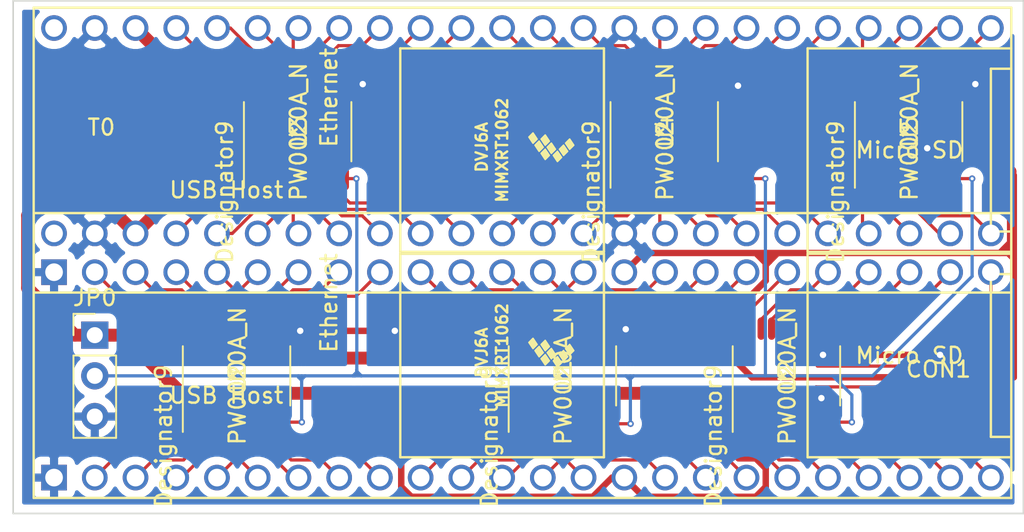
<source format=kicad_pcb>
(kicad_pcb (version 20171130) (host pcbnew 5.1.9+dfsg1-1+deb11u1)

  (general
    (thickness 1.6)
    (drawings 4)
    (tracks 554)
    (zones 0)
    (modules 9)
    (nets 91)
  )

  (page A4)
  (layers
    (0 F.Cu signal)
    (31 B.Cu signal)
    (32 B.Adhes user)
    (33 F.Adhes user)
    (34 B.Paste user)
    (35 F.Paste user)
    (36 B.SilkS user)
    (37 F.SilkS user)
    (38 B.Mask user)
    (39 F.Mask user)
    (40 Dwgs.User user)
    (41 Cmts.User user)
    (42 Eco1.User user)
    (43 Eco2.User user)
    (44 Edge.Cuts user)
    (45 Margin user)
    (46 B.CrtYd user)
    (47 F.CrtYd user)
    (48 B.Fab user)
    (49 F.Fab user)
  )

  (setup
    (last_trace_width 0.4)
    (user_trace_width 0.1)
    (user_trace_width 0.2)
    (user_trace_width 0.4)
    (trace_clearance 0.2)
    (zone_clearance 0.508)
    (zone_45_only no)
    (trace_min 0.1)
    (via_size 0.8)
    (via_drill 0.4)
    (via_min_size 0.4)
    (via_min_drill 0.2)
    (user_via 0.4 0.2)
    (user_via 0.8 0.4)
    (uvia_size 0.3)
    (uvia_drill 0.1)
    (uvias_allowed no)
    (uvia_min_size 0.3)
    (uvia_min_drill 0.1)
    (edge_width 0.05)
    (segment_width 0.2)
    (pcb_text_width 0.3)
    (pcb_text_size 1.5 1.5)
    (mod_edge_width 0.12)
    (mod_text_size 1 1)
    (mod_text_width 0.15)
    (pad_size 1.524 1.524)
    (pad_drill 0.762)
    (pad_to_mask_clearance 0)
    (aux_axis_origin 0 0)
    (grid_origin 80 82)
    (visible_elements FFFFEF7F)
    (pcbplotparams
      (layerselection 0x010fc_ffffffff)
      (usegerberextensions false)
      (usegerberattributes true)
      (usegerberadvancedattributes true)
      (creategerberjobfile true)
      (excludeedgelayer true)
      (linewidth 0.100000)
      (plotframeref false)
      (viasonmask false)
      (mode 1)
      (useauxorigin false)
      (hpglpennumber 1)
      (hpglpenspeed 20)
      (hpglpendiameter 15.000000)
      (psnegative false)
      (psa4output false)
      (plotreference true)
      (plotvalue true)
      (plotinvisibletext false)
      (padsonsilk false)
      (subtractmaskfromsilk false)
      (outputformat 1)
      (mirror false)
      (drillshape 1)
      (scaleselection 1)
      (outputdirectory ""))
  )

  (net 0 "")
  (net 1 /l18_14)
  (net 2 /l18_15)
  (net 3 /l18_16)
  (net 4 /l18_17)
  (net 5 /l18_13)
  (net 6 +1V8)
  (net 7 /l18_12)
  (net 8 /l18_18)
  (net 9 /l18_19)
  (net 10 /l18_20)
  (net 11 /l18_21)
  (net 12 /l18_41)
  (net 13 /l18_40)
  (net 14 /l18_39)
  (net 15 /l18_38)
  (net 16 /l18_37)
  (net 17 /l18_36)
  (net 18 /l18_35)
  (net 19 /l18_34)
  (net 20 /l18_33)
  (net 21 GND)
  (net 22 /l18_11)
  (net 23 /l18_10)
  (net 24 /l18_9)
  (net 25 /l18_8)
  (net 26 /l18_7)
  (net 27 /l18_6)
  (net 28 /l18_5)
  (net 29 /l18_4)
  (net 30 /l18_3)
  (net 31 /l18_2)
  (net 32 /l18_1)
  (net 33 /l18_0)
  (net 34 /l18_32)
  (net 35 /l18_31)
  (net 36 /l18_30)
  (net 37 /l18_29)
  (net 38 /l18_28)
  (net 39 /l18_27)
  (net 40 /l18_26)
  (net 41 /l18_25)
  (net 42 /l18_24)
  (net 43 /l18_23)
  (net 44 /l18_22)
  (net 45 "Net-(CON1-Pad48)")
  (net 46 /OE)
  (net 47 /l33_14)
  (net 48 /l33_15)
  (net 49 /l33_16)
  (net 50 /l33_17)
  (net 51 /l33_13)
  (net 52 +3V3)
  (net 53 /l33_12)
  (net 54 /l33_18)
  (net 55 /l33_19)
  (net 56 /l33_20)
  (net 57 /l33_21)
  (net 58 /l33_41)
  (net 59 /l33_40)
  (net 60 /l33_39)
  (net 61 /l33_38)
  (net 62 /l33_37)
  (net 63 /l33_36)
  (net 64 /l33_35)
  (net 65 /l33_34)
  (net 66 /l33_33)
  (net 67 /l33_11)
  (net 68 /l33_10)
  (net 69 /l33_9)
  (net 70 /l33_8)
  (net 71 /l33_7)
  (net 72 /l33_6)
  (net 73 /l33_5)
  (net 74 /l33_4)
  (net 75 /l33_3)
  (net 76 /l33_2)
  (net 77 /l33_1)
  (net 78 /l33_0)
  (net 79 /l33_32)
  (net 80 /l33_31)
  (net 81 /l33_30)
  (net 82 /l33_29)
  (net 83 /l33_28)
  (net 84 /l33_27)
  (net 85 /l33_26)
  (net 86 /l33_25)
  (net 87 /l33_24)
  (net 88 /l33_23)
  (net 89 /l33_22)
  (net 90 "Net-(T0-Pad48)")

  (net_class Default "This is the default net class."
    (clearance 0.2)
    (trace_width 0.25)
    (via_dia 0.8)
    (via_drill 0.4)
    (uvia_dia 0.3)
    (uvia_drill 0.1)
    (add_net +1V8)
    (add_net +3V3)
    (add_net /OE)
    (add_net /l18_0)
    (add_net /l18_1)
    (add_net /l18_10)
    (add_net /l18_11)
    (add_net /l18_12)
    (add_net /l18_13)
    (add_net /l18_14)
    (add_net /l18_15)
    (add_net /l18_16)
    (add_net /l18_17)
    (add_net /l18_18)
    (add_net /l18_19)
    (add_net /l18_2)
    (add_net /l18_20)
    (add_net /l18_21)
    (add_net /l18_22)
    (add_net /l18_23)
    (add_net /l18_24)
    (add_net /l18_25)
    (add_net /l18_26)
    (add_net /l18_27)
    (add_net /l18_28)
    (add_net /l18_29)
    (add_net /l18_3)
    (add_net /l18_30)
    (add_net /l18_31)
    (add_net /l18_32)
    (add_net /l18_33)
    (add_net /l18_34)
    (add_net /l18_35)
    (add_net /l18_36)
    (add_net /l18_37)
    (add_net /l18_38)
    (add_net /l18_39)
    (add_net /l18_4)
    (add_net /l18_40)
    (add_net /l18_41)
    (add_net /l18_5)
    (add_net /l18_6)
    (add_net /l18_7)
    (add_net /l18_8)
    (add_net /l18_9)
    (add_net /l33_0)
    (add_net /l33_1)
    (add_net /l33_10)
    (add_net /l33_11)
    (add_net /l33_12)
    (add_net /l33_13)
    (add_net /l33_14)
    (add_net /l33_15)
    (add_net /l33_16)
    (add_net /l33_17)
    (add_net /l33_18)
    (add_net /l33_19)
    (add_net /l33_2)
    (add_net /l33_20)
    (add_net /l33_21)
    (add_net /l33_22)
    (add_net /l33_23)
    (add_net /l33_24)
    (add_net /l33_25)
    (add_net /l33_26)
    (add_net /l33_27)
    (add_net /l33_28)
    (add_net /l33_29)
    (add_net /l33_3)
    (add_net /l33_30)
    (add_net /l33_31)
    (add_net /l33_32)
    (add_net /l33_33)
    (add_net /l33_34)
    (add_net /l33_35)
    (add_net /l33_36)
    (add_net /l33_37)
    (add_net /l33_38)
    (add_net /l33_39)
    (add_net /l33_4)
    (add_net /l33_40)
    (add_net /l33_41)
    (add_net /l33_5)
    (add_net /l33_6)
    (add_net /l33_7)
    (add_net /l33_8)
    (add_net /l33_9)
    (add_net GND)
    (add_net "Net-(CON1-Pad48)")
    (add_net "Net-(T0-Pad48)")
  )

  (net_class small ""
    (clearance 0.1)
    (trace_width 0.1)
    (via_dia 0.4)
    (via_drill 0.2)
    (uvia_dia 0.3)
    (uvia_drill 0.1)
  )

  (module footprints:TXB0108PWR (layer F.Cu) (tedit 637CF2B8) (tstamp 637D36C6)
    (at 135.89 90.17 90)
    (path /63AA7A70)
    (fp_text reference U5 (at 0 0 90) (layer F.SilkS)
      (effects (font (size 1 1) (thickness 0.15)))
    )
    (fp_text value PW0020A_N (at 0 0 90) (layer F.SilkS)
      (effects (font (size 1 1) (thickness 0.15)))
    )
    (fp_text user .Designator (at -0.449999 -1.799999 180) (layer F.Fab)
      (effects (font (size 1 1) (thickness 0.15)))
    )
    (fp_text user * (at 0 0 90) (layer F.SilkS)
      (effects (font (size 1 1) (thickness 0.15)))
    )
    (fp_arc (start -2.000014 3.049999) (end -2.200026 3.050012) (angle -90.000099) (layer F.Fab) (width 0.1))
    (fp_arc (start 1.999991 3.050012) (end 1.999991 3.250011) (angle -90) (layer F.Fab) (width 0.1))
    (fp_arc (start 1.999991 -3.050002) (end 2.19999 -3.050002) (angle -90) (layer F.Fab) (width 0.1))
    (fp_arc (start -2.000014 -3.049989) (end -2.000001 -3.250001) (angle -90.000099) (layer F.Fab) (width 0.1))
    (fp_arc (start -1.200003 -2.250003) (end -1.200003 -2.650002) (angle -180) (layer F.Fab) (width 0.1))
    (fp_arc (start -1.200003 -2.250003) (end -1.200003 -1.850004) (angle -180) (layer F.Fab) (width 0.1))
    (fp_text user Designator9 (at -3.7592 -4.5974 90) (layer F.SilkS)
      (effects (font (size 1 1) (thickness 0.15)))
    )
    (fp_text user "Copyright 2021 Accelerated Designs. All rights reserved." (at 0 0 90) (layer Cmts.User)
      (effects (font (size 0.127 0.127) (thickness 0.002)))
    )
    (fp_line (start -3.500001 -3.400001) (end 1.849999 -3.400001) (layer F.SilkS) (width 0.12))
    (fp_line (start -1.849999 3.299998) (end 1.849999 3.299998) (layer F.SilkS) (width 0.12))
    (fp_line (start 2.733213 2.802514) (end 2.739029 2.802514) (layer F.Fab) (width 0.1))
    (fp_line (start 2.199991 3.047497) (end 2.430496 3.047497) (layer F.Fab) (width 0.1))
    (fp_line (start 2.739029 2.802514) (end 2.88668 2.802514) (layer F.Fab) (width 0.1))
    (fp_line (start 2.88668 3.047497) (end 3.210098 3.047497) (layer F.Fab) (width 0.1))
    (fp_line (start 2.199991 2.802514) (end 2.430496 2.802514) (layer F.Fab) (width 0.1))
    (fp_line (start 2.430496 3.047497) (end 2.733213 3.047497) (layer F.Fab) (width 0.1))
    (fp_line (start 2.430496 2.802514) (end 2.733213 2.802514) (layer F.Fab) (width 0.1))
    (fp_line (start 2.739029 3.047497) (end 2.88668 3.047497) (layer F.Fab) (width 0.1))
    (fp_line (start 2.88668 2.802514) (end 3.210098 2.802514) (layer F.Fab) (width 0.1))
    (fp_line (start 2.733213 3.047497) (end 2.739029 3.047497) (layer F.Fab) (width 0.1))
    (fp_line (start 3.210098 3.047497) (end 3.210098 2.802514) (layer F.Fab) (width 0.1))
    (fp_line (start 2.199991 3.047497) (end 2.199991 2.802514) (layer F.Fab) (width 0.1))
    (fp_line (start 2.733213 2.152503) (end 2.739029 2.152503) (layer F.Fab) (width 0.1))
    (fp_line (start 2.199991 2.397511) (end 2.430496 2.397511) (layer F.Fab) (width 0.1))
    (fp_line (start 2.739029 2.152503) (end 2.88668 2.152503) (layer F.Fab) (width 0.1))
    (fp_line (start 2.88668 2.397511) (end 3.210098 2.397511) (layer F.Fab) (width 0.1))
    (fp_line (start 2.199991 2.152503) (end 2.430496 2.152503) (layer F.Fab) (width 0.1))
    (fp_line (start 2.430496 2.397511) (end 2.733213 2.397511) (layer F.Fab) (width 0.1))
    (fp_line (start 2.430496 2.152503) (end 2.733213 2.152503) (layer F.Fab) (width 0.1))
    (fp_line (start 2.739029 2.397511) (end 2.88668 2.397511) (layer F.Fab) (width 0.1))
    (fp_line (start 2.88668 2.152503) (end 3.210098 2.152503) (layer F.Fab) (width 0.1))
    (fp_line (start 2.733213 2.397511) (end 2.739029 2.397511) (layer F.Fab) (width 0.1))
    (fp_line (start 3.210098 2.397511) (end 3.210098 2.152503) (layer F.Fab) (width 0.1))
    (fp_line (start 2.199991 2.397511) (end 2.199991 2.152503) (layer F.Fab) (width 0.1))
    (fp_line (start 2.733213 1.502517) (end 2.739029 1.502517) (layer F.Fab) (width 0.1))
    (fp_line (start 2.199991 1.7475) (end 2.430496 1.7475) (layer F.Fab) (width 0.1))
    (fp_line (start 2.739029 1.502517) (end 2.88668 1.502517) (layer F.Fab) (width 0.1))
    (fp_line (start 2.88668 1.7475) (end 3.210098 1.7475) (layer F.Fab) (width 0.1))
    (fp_line (start 2.199991 1.502517) (end 2.430496 1.502517) (layer F.Fab) (width 0.1))
    (fp_line (start 2.430496 1.7475) (end 2.733213 1.7475) (layer F.Fab) (width 0.1))
    (fp_line (start 2.430496 1.502517) (end 2.733213 1.502517) (layer F.Fab) (width 0.1))
    (fp_line (start 2.739029 1.7475) (end 2.88668 1.7475) (layer F.Fab) (width 0.1))
    (fp_line (start 2.88668 1.502517) (end 3.210098 1.502517) (layer F.Fab) (width 0.1))
    (fp_line (start 2.733213 1.7475) (end 2.739029 1.7475) (layer F.Fab) (width 0.1))
    (fp_line (start 3.210098 1.7475) (end 3.210098 1.502517) (layer F.Fab) (width 0.1))
    (fp_line (start 2.199991 1.7475) (end 2.199991 1.502517) (layer F.Fab) (width 0.1))
    (fp_line (start 2.733213 0.852505) (end 2.739029 0.852505) (layer F.Fab) (width 0.1))
    (fp_line (start 2.199991 1.097514) (end 2.430496 1.097514) (layer F.Fab) (width 0.1))
    (fp_line (start 2.739029 0.852505) (end 2.88668 0.852505) (layer F.Fab) (width 0.1))
    (fp_line (start 2.88668 1.097514) (end 3.210098 1.097514) (layer F.Fab) (width 0.1))
    (fp_line (start 2.199991 0.852505) (end 2.430496 0.852505) (layer F.Fab) (width 0.1))
    (fp_line (start 2.430496 1.097514) (end 2.733213 1.097514) (layer F.Fab) (width 0.1))
    (fp_line (start 2.430496 0.852505) (end 2.733213 0.852505) (layer F.Fab) (width 0.1))
    (fp_line (start 2.739029 1.097514) (end 2.88668 1.097514) (layer F.Fab) (width 0.1))
    (fp_line (start 2.88668 0.852505) (end 3.210098 0.852505) (layer F.Fab) (width 0.1))
    (fp_line (start 2.733213 1.097514) (end 2.739029 1.097514) (layer F.Fab) (width 0.1))
    (fp_line (start 3.210098 1.097514) (end 3.210098 0.852505) (layer F.Fab) (width 0.1))
    (fp_line (start 2.199991 1.097514) (end 2.199991 0.852505) (layer F.Fab) (width 0.1))
    (fp_line (start 2.733213 0.202494) (end 2.739029 0.202494) (layer F.Fab) (width 0.1))
    (fp_line (start 2.199991 0.447502) (end 2.430496 0.447502) (layer F.Fab) (width 0.1))
    (fp_line (start 2.739029 0.202494) (end 2.88668 0.202494) (layer F.Fab) (width 0.1))
    (fp_line (start 2.88668 0.447502) (end 3.210098 0.447502) (layer F.Fab) (width 0.1))
    (fp_line (start 2.199991 0.202494) (end 2.430496 0.202494) (layer F.Fab) (width 0.1))
    (fp_line (start 2.430496 0.447502) (end 2.733213 0.447502) (layer F.Fab) (width 0.1))
    (fp_line (start 2.430496 0.202494) (end 2.733213 0.202494) (layer F.Fab) (width 0.1))
    (fp_line (start 2.739029 0.447502) (end 2.88668 0.447502) (layer F.Fab) (width 0.1))
    (fp_line (start 2.88668 0.202494) (end 3.210098 0.202494) (layer F.Fab) (width 0.1))
    (fp_line (start 2.733213 0.447502) (end 2.739029 0.447502) (layer F.Fab) (width 0.1))
    (fp_line (start 3.210098 0.447502) (end 3.210098 0.202494) (layer F.Fab) (width 0.1))
    (fp_line (start 2.199991 0.447502) (end 2.199991 0.202494) (layer F.Fab) (width 0.1))
    (fp_line (start 2.733213 -0.447492) (end 2.739029 -0.447492) (layer F.Fab) (width 0.1))
    (fp_line (start 2.199991 -0.202484) (end 2.430496 -0.202484) (layer F.Fab) (width 0.1))
    (fp_line (start 2.739029 -0.447492) (end 2.88668 -0.447492) (layer F.Fab) (width 0.1))
    (fp_line (start 2.88668 -0.202484) (end 3.210098 -0.202484) (layer F.Fab) (width 0.1))
    (fp_line (start 2.199991 -0.447492) (end 2.430496 -0.447492) (layer F.Fab) (width 0.1))
    (fp_line (start 2.430496 -0.202484) (end 2.733213 -0.202484) (layer F.Fab) (width 0.1))
    (fp_line (start 2.430496 -0.447492) (end 2.733213 -0.447492) (layer F.Fab) (width 0.1))
    (fp_line (start 2.739029 -0.202484) (end 2.88668 -0.202484) (layer F.Fab) (width 0.1))
    (fp_line (start 2.88668 -0.447492) (end 3.210098 -0.447492) (layer F.Fab) (width 0.1))
    (fp_line (start 2.733213 -0.202484) (end 2.739029 -0.202484) (layer F.Fab) (width 0.1))
    (fp_line (start 3.210098 -0.202484) (end 3.210098 -0.447492) (layer F.Fab) (width 0.1))
    (fp_line (start 2.199991 -0.202484) (end 2.199991 -0.447492) (layer F.Fab) (width 0.1))
    (fp_line (start 2.733213 -1.097504) (end 2.739029 -1.097504) (layer F.Fab) (width 0.1))
    (fp_line (start 2.199991 -0.852495) (end 2.430496 -0.852495) (layer F.Fab) (width 0.1))
    (fp_line (start 2.739029 -1.097504) (end 2.88668 -1.097504) (layer F.Fab) (width 0.1))
    (fp_line (start 2.88668 -0.852495) (end 3.210098 -0.852495) (layer F.Fab) (width 0.1))
    (fp_line (start 2.199991 -1.097504) (end 2.430496 -1.097504) (layer F.Fab) (width 0.1))
    (fp_line (start 2.430496 -0.852495) (end 2.733213 -0.852495) (layer F.Fab) (width 0.1))
    (fp_line (start 2.430496 -1.097504) (end 2.733213 -1.097504) (layer F.Fab) (width 0.1))
    (fp_line (start 2.739029 -0.852495) (end 2.88668 -0.852495) (layer F.Fab) (width 0.1))
    (fp_line (start 2.88668 -1.097504) (end 3.210098 -1.097504) (layer F.Fab) (width 0.1))
    (fp_line (start 2.733213 -0.852495) (end 2.739029 -0.852495) (layer F.Fab) (width 0.1))
    (fp_line (start 3.210098 -0.852495) (end 3.210098 -1.097504) (layer F.Fab) (width 0.1))
    (fp_line (start 2.199991 -0.852495) (end 2.199991 -1.097504) (layer F.Fab) (width 0.1))
    (fp_line (start 2.733213 -1.74749) (end 2.739029 -1.74749) (layer F.Fab) (width 0.1))
    (fp_line (start 2.199991 -1.502507) (end 2.430496 -1.502507) (layer F.Fab) (width 0.1))
    (fp_line (start 2.739029 -1.74749) (end 2.88668 -1.74749) (layer F.Fab) (width 0.1))
    (fp_line (start 2.88668 -1.502507) (end 3.210098 -1.502507) (layer F.Fab) (width 0.1))
    (fp_line (start 2.199991 -1.74749) (end 2.430496 -1.74749) (layer F.Fab) (width 0.1))
    (fp_line (start 2.430496 -1.502507) (end 2.733213 -1.502507) (layer F.Fab) (width 0.1))
    (fp_line (start 2.430496 -1.74749) (end 2.733213 -1.74749) (layer F.Fab) (width 0.1))
    (fp_line (start 2.739029 -1.502507) (end 2.88668 -1.502507) (layer F.Fab) (width 0.1))
    (fp_line (start 2.88668 -1.74749) (end 3.210098 -1.74749) (layer F.Fab) (width 0.1))
    (fp_line (start 2.733213 -1.502507) (end 2.739029 -1.502507) (layer F.Fab) (width 0.1))
    (fp_line (start 3.210098 -1.502507) (end 3.210098 -1.74749) (layer F.Fab) (width 0.1))
    (fp_line (start 2.199991 -1.502507) (end 2.199991 -1.74749) (layer F.Fab) (width 0.1))
    (fp_line (start 2.733213 -2.397501) (end 2.739029 -2.397501) (layer F.Fab) (width 0.1))
    (fp_line (start 2.199991 -2.152493) (end 2.430496 -2.152493) (layer F.Fab) (width 0.1))
    (fp_line (start 2.739029 -2.397501) (end 2.88668 -2.397501) (layer F.Fab) (width 0.1))
    (fp_line (start 2.88668 -2.152493) (end 3.210098 -2.152493) (layer F.Fab) (width 0.1))
    (fp_line (start 2.199991 -2.397501) (end 2.430496 -2.397501) (layer F.Fab) (width 0.1))
    (fp_line (start 2.430496 -2.152493) (end 2.733213 -2.152493) (layer F.Fab) (width 0.1))
    (fp_line (start 2.430496 -2.397501) (end 2.733213 -2.397501) (layer F.Fab) (width 0.1))
    (fp_line (start 2.739029 -2.152493) (end 2.88668 -2.152493) (layer F.Fab) (width 0.1))
    (fp_line (start 2.88668 -2.397501) (end 3.210098 -2.397501) (layer F.Fab) (width 0.1))
    (fp_line (start 2.733213 -2.152493) (end 2.739029 -2.152493) (layer F.Fab) (width 0.1))
    (fp_line (start 3.210098 -2.152493) (end 3.210098 -2.397501) (layer F.Fab) (width 0.1))
    (fp_line (start 2.199991 -2.152493) (end 2.199991 -2.397501) (layer F.Fab) (width 0.1))
    (fp_line (start 2.733213 -3.047487) (end 2.739029 -3.047487) (layer F.Fab) (width 0.1))
    (fp_line (start 2.199991 -2.802504) (end 2.430496 -2.802504) (layer F.Fab) (width 0.1))
    (fp_line (start 2.739029 -3.047487) (end 2.88668 -3.047487) (layer F.Fab) (width 0.1))
    (fp_line (start 2.88668 -2.802504) (end 3.210098 -2.802504) (layer F.Fab) (width 0.1))
    (fp_line (start 2.199991 -3.047487) (end 2.430496 -3.047487) (layer F.Fab) (width 0.1))
    (fp_line (start 2.430496 -2.802504) (end 2.733213 -2.802504) (layer F.Fab) (width 0.1))
    (fp_line (start 2.430496 -3.047487) (end 2.733213 -3.047487) (layer F.Fab) (width 0.1))
    (fp_line (start 2.739029 -2.802504) (end 2.88668 -2.802504) (layer F.Fab) (width 0.1))
    (fp_line (start 2.88668 -3.047487) (end 3.210098 -3.047487) (layer F.Fab) (width 0.1))
    (fp_line (start 2.733213 -2.802504) (end 2.739029 -2.802504) (layer F.Fab) (width 0.1))
    (fp_line (start 3.210098 -2.802504) (end 3.210098 -3.047487) (layer F.Fab) (width 0.1))
    (fp_line (start 2.199991 -2.802504) (end 2.199991 -3.047487) (layer F.Fab) (width 0.1))
    (fp_line (start -2.739065 3.047497) (end -2.733248 3.047497) (layer F.Fab) (width 0.1))
    (fp_line (start -2.430531 2.802514) (end -2.200026 2.802514) (layer F.Fab) (width 0.1))
    (fp_line (start -2.886715 3.047497) (end -2.739065 3.047497) (layer F.Fab) (width 0.1))
    (fp_line (start -3.210133 2.802514) (end -2.886715 2.802514) (layer F.Fab) (width 0.1))
    (fp_line (start -2.430531 3.047497) (end -2.200026 3.047497) (layer F.Fab) (width 0.1))
    (fp_line (start -2.733248 2.802514) (end -2.430531 2.802514) (layer F.Fab) (width 0.1))
    (fp_line (start -2.733248 3.047497) (end -2.430531 3.047497) (layer F.Fab) (width 0.1))
    (fp_line (start -2.886715 2.802514) (end -2.739065 2.802514) (layer F.Fab) (width 0.1))
    (fp_line (start -3.210133 3.047497) (end -2.886715 3.047497) (layer F.Fab) (width 0.1))
    (fp_line (start -2.739065 2.802514) (end -2.733248 2.802514) (layer F.Fab) (width 0.1))
    (fp_line (start -3.210133 3.047497) (end -3.210133 2.802514) (layer F.Fab) (width 0.1))
    (fp_line (start -2.200026 3.047497) (end -2.200026 2.802514) (layer F.Fab) (width 0.1))
    (fp_line (start -2.739065 2.397511) (end -2.733248 2.397511) (layer F.Fab) (width 0.1))
    (fp_line (start -2.430531 2.152503) (end -2.200026 2.152503) (layer F.Fab) (width 0.1))
    (fp_line (start -2.886715 2.397511) (end -2.739065 2.397511) (layer F.Fab) (width 0.1))
    (fp_line (start -3.210133 2.152503) (end -2.886715 2.152503) (layer F.Fab) (width 0.1))
    (fp_line (start -2.430531 2.397511) (end -2.200026 2.397511) (layer F.Fab) (width 0.1))
    (fp_line (start -2.733248 2.152503) (end -2.430531 2.152503) (layer F.Fab) (width 0.1))
    (fp_line (start -2.733248 2.397511) (end -2.430531 2.397511) (layer F.Fab) (width 0.1))
    (fp_line (start -2.886715 2.152503) (end -2.739065 2.152503) (layer F.Fab) (width 0.1))
    (fp_line (start -3.210133 2.397511) (end -2.886715 2.397511) (layer F.Fab) (width 0.1))
    (fp_line (start -2.739065 2.152503) (end -2.733248 2.152503) (layer F.Fab) (width 0.1))
    (fp_line (start -3.210133 2.397511) (end -3.210133 2.152503) (layer F.Fab) (width 0.1))
    (fp_line (start -2.200026 2.397511) (end -2.200026 2.152503) (layer F.Fab) (width 0.1))
    (fp_line (start -2.739065 1.7475) (end -2.733248 1.7475) (layer F.Fab) (width 0.1))
    (fp_line (start -2.430531 1.502517) (end -2.200026 1.502517) (layer F.Fab) (width 0.1))
    (fp_line (start -2.886715 1.7475) (end -2.739065 1.7475) (layer F.Fab) (width 0.1))
    (fp_line (start -3.210133 1.502517) (end -2.886715 1.502517) (layer F.Fab) (width 0.1))
    (fp_line (start -2.430531 1.7475) (end -2.200026 1.7475) (layer F.Fab) (width 0.1))
    (fp_line (start -2.733248 1.502517) (end -2.430531 1.502517) (layer F.Fab) (width 0.1))
    (fp_line (start -2.733248 1.7475) (end -2.430531 1.7475) (layer F.Fab) (width 0.1))
    (fp_line (start -2.886715 1.502517) (end -2.739065 1.502517) (layer F.Fab) (width 0.1))
    (fp_line (start -3.210133 1.7475) (end -2.886715 1.7475) (layer F.Fab) (width 0.1))
    (fp_line (start -2.739065 1.502517) (end -2.733248 1.502517) (layer F.Fab) (width 0.1))
    (fp_line (start -3.210133 1.7475) (end -3.210133 1.502517) (layer F.Fab) (width 0.1))
    (fp_line (start -2.200026 1.7475) (end -2.200026 1.502517) (layer F.Fab) (width 0.1))
    (fp_line (start -2.739065 1.097514) (end -2.733248 1.097514) (layer F.Fab) (width 0.1))
    (fp_line (start -2.430531 0.852505) (end -2.200026 0.852505) (layer F.Fab) (width 0.1))
    (fp_line (start -2.886715 1.097514) (end -2.739065 1.097514) (layer F.Fab) (width 0.1))
    (fp_line (start -3.210133 0.852505) (end -2.886715 0.852505) (layer F.Fab) (width 0.1))
    (fp_line (start -2.430531 1.097514) (end -2.200026 1.097514) (layer F.Fab) (width 0.1))
    (fp_line (start -2.733248 0.852505) (end -2.430531 0.852505) (layer F.Fab) (width 0.1))
    (fp_line (start -2.733248 1.097514) (end -2.430531 1.097514) (layer F.Fab) (width 0.1))
    (fp_line (start -2.886715 0.852505) (end -2.739065 0.852505) (layer F.Fab) (width 0.1))
    (fp_line (start -3.210133 1.097514) (end -2.886715 1.097514) (layer F.Fab) (width 0.1))
    (fp_line (start -2.739065 0.852505) (end -2.733248 0.852505) (layer F.Fab) (width 0.1))
    (fp_line (start -3.210133 1.097514) (end -3.210133 0.852505) (layer F.Fab) (width 0.1))
    (fp_line (start -2.200026 1.097514) (end -2.200026 0.852505) (layer F.Fab) (width 0.1))
    (fp_line (start -2.739065 0.447502) (end -2.733248 0.447502) (layer F.Fab) (width 0.1))
    (fp_line (start -2.430531 0.202494) (end -2.200026 0.202494) (layer F.Fab) (width 0.1))
    (fp_line (start -2.886715 0.447502) (end -2.739065 0.447502) (layer F.Fab) (width 0.1))
    (fp_line (start -3.210133 0.202494) (end -2.886715 0.202494) (layer F.Fab) (width 0.1))
    (fp_line (start -2.430531 0.447502) (end -2.200026 0.447502) (layer F.Fab) (width 0.1))
    (fp_line (start -2.733248 0.202494) (end -2.430531 0.202494) (layer F.Fab) (width 0.1))
    (fp_line (start -2.733248 0.447502) (end -2.430531 0.447502) (layer F.Fab) (width 0.1))
    (fp_line (start -2.886715 0.202494) (end -2.739065 0.202494) (layer F.Fab) (width 0.1))
    (fp_line (start -3.210133 0.447502) (end -2.886715 0.447502) (layer F.Fab) (width 0.1))
    (fp_line (start -2.739065 0.202494) (end -2.733248 0.202494) (layer F.Fab) (width 0.1))
    (fp_line (start -3.210133 0.447502) (end -3.210133 0.202494) (layer F.Fab) (width 0.1))
    (fp_line (start -2.200026 0.447502) (end -2.200026 0.202494) (layer F.Fab) (width 0.1))
    (fp_line (start -2.739065 -0.202484) (end -2.733248 -0.202484) (layer F.Fab) (width 0.1))
    (fp_line (start -2.430531 -0.447492) (end -2.200026 -0.447492) (layer F.Fab) (width 0.1))
    (fp_line (start -2.886715 -0.202484) (end -2.739065 -0.202484) (layer F.Fab) (width 0.1))
    (fp_line (start -3.210133 -0.447492) (end -2.886715 -0.447492) (layer F.Fab) (width 0.1))
    (fp_line (start -2.430531 -0.202484) (end -2.200026 -0.202484) (layer F.Fab) (width 0.1))
    (fp_line (start -2.733248 -0.447492) (end -2.430531 -0.447492) (layer F.Fab) (width 0.1))
    (fp_line (start -2.733248 -0.202484) (end -2.430531 -0.202484) (layer F.Fab) (width 0.1))
    (fp_line (start -2.886715 -0.447492) (end -2.739065 -0.447492) (layer F.Fab) (width 0.1))
    (fp_line (start -3.210133 -0.202484) (end -2.886715 -0.202484) (layer F.Fab) (width 0.1))
    (fp_line (start -2.739065 -0.447492) (end -2.733248 -0.447492) (layer F.Fab) (width 0.1))
    (fp_line (start -3.210133 -0.202484) (end -3.210133 -0.447492) (layer F.Fab) (width 0.1))
    (fp_line (start -2.200026 -0.202484) (end -2.200026 -0.447492) (layer F.Fab) (width 0.1))
    (fp_line (start -2.739065 -0.852495) (end -2.733248 -0.852495) (layer F.Fab) (width 0.1))
    (fp_line (start -2.430531 -1.097504) (end -2.200026 -1.097504) (layer F.Fab) (width 0.1))
    (fp_line (start -2.886715 -0.852495) (end -2.739065 -0.852495) (layer F.Fab) (width 0.1))
    (fp_line (start -3.210133 -1.097504) (end -2.886715 -1.097504) (layer F.Fab) (width 0.1))
    (fp_line (start -2.430531 -0.852495) (end -2.200026 -0.852495) (layer F.Fab) (width 0.1))
    (fp_line (start -2.733248 -1.097504) (end -2.430531 -1.097504) (layer F.Fab) (width 0.1))
    (fp_line (start -2.733248 -0.852495) (end -2.430531 -0.852495) (layer F.Fab) (width 0.1))
    (fp_line (start -2.886715 -1.097504) (end -2.739065 -1.097504) (layer F.Fab) (width 0.1))
    (fp_line (start -3.210133 -0.852495) (end -2.886715 -0.852495) (layer F.Fab) (width 0.1))
    (fp_line (start -2.739065 -1.097504) (end -2.733248 -1.097504) (layer F.Fab) (width 0.1))
    (fp_line (start -3.210133 -0.852495) (end -3.210133 -1.097504) (layer F.Fab) (width 0.1))
    (fp_line (start -2.200026 -0.852495) (end -2.200026 -1.097504) (layer F.Fab) (width 0.1))
    (fp_line (start -2.739065 -1.502507) (end -2.733248 -1.502507) (layer F.Fab) (width 0.1))
    (fp_line (start -2.430531 -1.74749) (end -2.200026 -1.74749) (layer F.Fab) (width 0.1))
    (fp_line (start -2.886715 -1.502507) (end -2.739065 -1.502507) (layer F.Fab) (width 0.1))
    (fp_line (start -3.210133 -1.74749) (end -2.886715 -1.74749) (layer F.Fab) (width 0.1))
    (fp_line (start -2.430531 -1.502507) (end -2.200026 -1.502507) (layer F.Fab) (width 0.1))
    (fp_line (start -2.733248 -1.74749) (end -2.430531 -1.74749) (layer F.Fab) (width 0.1))
    (fp_line (start -2.733248 -1.502507) (end -2.430531 -1.502507) (layer F.Fab) (width 0.1))
    (fp_line (start -2.886715 -1.74749) (end -2.739065 -1.74749) (layer F.Fab) (width 0.1))
    (fp_line (start -3.210133 -1.502507) (end -2.886715 -1.502507) (layer F.Fab) (width 0.1))
    (fp_line (start -2.739065 -1.74749) (end -2.733248 -1.74749) (layer F.Fab) (width 0.1))
    (fp_line (start -3.210133 -1.502507) (end -3.210133 -1.74749) (layer F.Fab) (width 0.1))
    (fp_line (start -2.200026 -1.502507) (end -2.200026 -1.74749) (layer F.Fab) (width 0.1))
    (fp_line (start -2.739065 -2.152493) (end -2.733248 -2.152493) (layer F.Fab) (width 0.1))
    (fp_line (start -2.430531 -2.397501) (end -2.200026 -2.397501) (layer F.Fab) (width 0.1))
    (fp_line (start -2.886715 -2.152493) (end -2.739065 -2.152493) (layer F.Fab) (width 0.1))
    (fp_line (start -3.210133 -2.397501) (end -2.886715 -2.397501) (layer F.Fab) (width 0.1))
    (fp_line (start -2.430531 -2.152493) (end -2.200026 -2.152493) (layer F.Fab) (width 0.1))
    (fp_line (start -2.733248 -2.397501) (end -2.430531 -2.397501) (layer F.Fab) (width 0.1))
    (fp_line (start -2.733248 -2.152493) (end -2.430531 -2.152493) (layer F.Fab) (width 0.1))
    (fp_line (start -2.886715 -2.397501) (end -2.739065 -2.397501) (layer F.Fab) (width 0.1))
    (fp_line (start -3.210133 -2.152493) (end -2.886715 -2.152493) (layer F.Fab) (width 0.1))
    (fp_line (start -2.739065 -2.397501) (end -2.733248 -2.397501) (layer F.Fab) (width 0.1))
    (fp_line (start -3.210133 -2.152493) (end -3.210133 -2.397501) (layer F.Fab) (width 0.1))
    (fp_line (start -2.200026 -2.152493) (end -2.200026 -2.397501) (layer F.Fab) (width 0.1))
    (fp_line (start -2.739065 -2.802504) (end -2.733248 -2.802504) (layer F.Fab) (width 0.1))
    (fp_line (start -2.430531 -3.047487) (end -2.200026 -3.047487) (layer F.Fab) (width 0.1))
    (fp_line (start -2.886715 -2.802504) (end -2.739065 -2.802504) (layer F.Fab) (width 0.1))
    (fp_line (start -3.210133 -3.047487) (end -2.886715 -3.047487) (layer F.Fab) (width 0.1))
    (fp_line (start -2.430531 -2.802504) (end -2.200026 -2.802504) (layer F.Fab) (width 0.1))
    (fp_line (start -2.733248 -3.047487) (end -2.430531 -3.047487) (layer F.Fab) (width 0.1))
    (fp_line (start -2.733248 -2.802504) (end -2.430531 -2.802504) (layer F.Fab) (width 0.1))
    (fp_line (start -2.886715 -3.047487) (end -2.739065 -3.047487) (layer F.Fab) (width 0.1))
    (fp_line (start -3.210133 -2.802504) (end -2.886715 -2.802504) (layer F.Fab) (width 0.1))
    (fp_line (start -2.739065 -3.047487) (end -2.733248 -3.047487) (layer F.Fab) (width 0.1))
    (fp_line (start -3.210133 -2.802504) (end -3.210133 -3.047487) (layer F.Fab) (width 0.1))
    (fp_line (start -2.200026 -2.802504) (end -2.200026 -3.047487) (layer F.Fab) (width 0.1))
    (fp_line (start -2.000001 3.250011) (end 1.999991 3.250011) (layer F.Fab) (width 0.1))
    (fp_line (start -1.954383 -3.199989) (end 1.954347 -3.199989) (layer F.Fab) (width 0.1))
    (fp_line (start -2.200026 3.050012) (end -2.200026 -3.050002) (layer F.Fab) (width 0.1))
    (fp_line (start 2.149978 3.004368) (end 2.149978 -3.004358) (layer F.Fab) (width 0.1))
    (fp_line (start -2.000001 -3.250001) (end 1.999991 -3.250001) (layer F.Fab) (width 0.1))
    (fp_line (start -1.954383 3.199999) (end 1.954347 3.199999) (layer F.Fab) (width 0.1))
    (fp_line (start 2.199991 3.050012) (end 2.199991 -3.050002) (layer F.Fab) (width 0.1))
    (fp_line (start -2.150013 3.004368) (end -2.150013 -3.004358) (layer F.Fab) (width 0.1))
    (fp_line (start -3.9 3.550003) (end 3.9 3.550003) (layer F.CrtYd) (width 0.05))
    (fp_line (start -3.9 -3.549998) (end 3.9 -3.549998) (layer F.CrtYd) (width 0.05))
    (fp_line (start 3.9 3.550003) (end 3.9 -3.549998) (layer F.CrtYd) (width 0.05))
    (fp_line (start -3.9 3.550003) (end -3.9 -3.549998) (layer F.CrtYd) (width 0.05))
    (pad 20 smd oval (at 2.950002 -2.924998 180) (size 0.449999 1.4) (layers F.Cu F.Paste F.Mask)
      (net 61 /l33_38))
    (pad 19 smd oval (at 2.950002 -2.274997 180) (size 0.449999 1.4) (layers F.Cu F.Paste F.Mask)
      (net 52 +3V3))
    (pad 18 smd oval (at 2.950002 -1.624998 180) (size 0.449999 1.4) (layers F.Cu F.Paste F.Mask)
      (net 60 /l33_39))
    (pad 17 smd oval (at 2.950002 -0.974997 180) (size 0.449999 1.4) (layers F.Cu F.Paste F.Mask)
      (net 59 /l33_40))
    (pad 16 smd oval (at 2.950002 -0.324998 180) (size 0.449999 1.4) (layers F.Cu F.Paste F.Mask)
      (net 58 /l33_41))
    (pad 15 smd oval (at 2.950002 0.325003 180) (size 0.449999 1.4) (layers F.Cu F.Paste F.Mask)
      (net 21 GND))
    (pad 14 smd oval (at 2.950002 0.975002 180) (size 0.449999 1.4) (layers F.Cu F.Paste F.Mask)
      (net 21 GND))
    (pad 13 smd oval (at 2.950002 1.625003 180) (size 0.449999 1.4) (layers F.Cu F.Paste F.Mask)
      (net 21 GND))
    (pad 12 smd oval (at 2.950002 2.275002 180) (size 0.449999 1.4) (layers F.Cu F.Paste F.Mask)
      (net 21 GND))
    (pad 11 smd oval (at 2.950002 2.925003 180) (size 0.449999 1.4) (layers F.Cu F.Paste F.Mask)
      (net 21 GND))
    (pad 10 smd oval (at -2.949999 2.925003 180) (size 0.449999 1.4) (layers F.Cu F.Paste F.Mask)
      (net 46 /OE))
    (pad 9 smd oval (at -2.949999 2.275002 180) (size 0.449999 1.4) (layers F.Cu F.Paste F.Mask)
      (net 21 GND))
    (pad 8 smd oval (at -2.949999 1.625003 180) (size 0.449999 1.4) (layers F.Cu F.Paste F.Mask)
      (net 21 GND))
    (pad 7 smd oval (at -2.949999 0.975002 180) (size 0.449999 1.4) (layers F.Cu F.Paste F.Mask)
      (net 21 GND))
    (pad 6 smd oval (at -2.949999 0.325003 180) (size 0.449999 1.4) (layers F.Cu F.Paste F.Mask)
      (net 21 GND))
    (pad 5 smd oval (at -2.949999 -0.324998 180) (size 0.449999 1.4) (layers F.Cu F.Paste F.Mask)
      (net 12 /l18_41))
    (pad 4 smd oval (at -2.949999 -0.974997 180) (size 0.449999 1.4) (layers F.Cu F.Paste F.Mask)
      (net 13 /l18_40))
    (pad 3 smd oval (at -2.949999 -1.624998 180) (size 0.449999 1.4) (layers F.Cu F.Paste F.Mask)
      (net 14 /l18_39))
    (pad 2 smd oval (at -2.949999 -2.274997 180) (size 0.449999 1.4) (layers F.Cu F.Paste F.Mask)
      (net 6 +1V8))
    (pad 1 smd oval (at -2.949999 -2.924998 180) (size 0.449999 1.4) (layers F.Cu F.Paste F.Mask)
      (net 15 /l18_38))
  )

  (module footprints:TXB0108PWR (layer F.Cu) (tedit 637CF2B8) (tstamp 637D35A2)
    (at 120.65 90.17 90)
    (path /637C6AE6)
    (fp_text reference U4 (at 0 0 90) (layer F.SilkS)
      (effects (font (size 1 1) (thickness 0.15)))
    )
    (fp_text value PW0020A_N (at 0 0 90) (layer F.SilkS)
      (effects (font (size 1 1) (thickness 0.15)))
    )
    (fp_text user .Designator (at -0.449999 -1.799999 180) (layer F.Fab)
      (effects (font (size 1 1) (thickness 0.15)))
    )
    (fp_text user * (at 0 0 90) (layer F.SilkS)
      (effects (font (size 1 1) (thickness 0.15)))
    )
    (fp_arc (start -2.000014 3.049999) (end -2.200026 3.050012) (angle -90.000099) (layer F.Fab) (width 0.1))
    (fp_arc (start 1.999991 3.050012) (end 1.999991 3.250011) (angle -90) (layer F.Fab) (width 0.1))
    (fp_arc (start 1.999991 -3.050002) (end 2.19999 -3.050002) (angle -90) (layer F.Fab) (width 0.1))
    (fp_arc (start -2.000014 -3.049989) (end -2.000001 -3.250001) (angle -90.000099) (layer F.Fab) (width 0.1))
    (fp_arc (start -1.200003 -2.250003) (end -1.200003 -2.650002) (angle -180) (layer F.Fab) (width 0.1))
    (fp_arc (start -1.200003 -2.250003) (end -1.200003 -1.850004) (angle -180) (layer F.Fab) (width 0.1))
    (fp_text user Designator9 (at -3.7592 -4.5974 90) (layer F.SilkS)
      (effects (font (size 1 1) (thickness 0.15)))
    )
    (fp_text user "Copyright 2021 Accelerated Designs. All rights reserved." (at 0 0 90) (layer Cmts.User)
      (effects (font (size 0.127 0.127) (thickness 0.002)))
    )
    (fp_line (start -3.500001 -3.400001) (end 1.849999 -3.400001) (layer F.SilkS) (width 0.12))
    (fp_line (start -1.849999 3.299998) (end 1.849999 3.299998) (layer F.SilkS) (width 0.12))
    (fp_line (start 2.733213 2.802514) (end 2.739029 2.802514) (layer F.Fab) (width 0.1))
    (fp_line (start 2.199991 3.047497) (end 2.430496 3.047497) (layer F.Fab) (width 0.1))
    (fp_line (start 2.739029 2.802514) (end 2.88668 2.802514) (layer F.Fab) (width 0.1))
    (fp_line (start 2.88668 3.047497) (end 3.210098 3.047497) (layer F.Fab) (width 0.1))
    (fp_line (start 2.199991 2.802514) (end 2.430496 2.802514) (layer F.Fab) (width 0.1))
    (fp_line (start 2.430496 3.047497) (end 2.733213 3.047497) (layer F.Fab) (width 0.1))
    (fp_line (start 2.430496 2.802514) (end 2.733213 2.802514) (layer F.Fab) (width 0.1))
    (fp_line (start 2.739029 3.047497) (end 2.88668 3.047497) (layer F.Fab) (width 0.1))
    (fp_line (start 2.88668 2.802514) (end 3.210098 2.802514) (layer F.Fab) (width 0.1))
    (fp_line (start 2.733213 3.047497) (end 2.739029 3.047497) (layer F.Fab) (width 0.1))
    (fp_line (start 3.210098 3.047497) (end 3.210098 2.802514) (layer F.Fab) (width 0.1))
    (fp_line (start 2.199991 3.047497) (end 2.199991 2.802514) (layer F.Fab) (width 0.1))
    (fp_line (start 2.733213 2.152503) (end 2.739029 2.152503) (layer F.Fab) (width 0.1))
    (fp_line (start 2.199991 2.397511) (end 2.430496 2.397511) (layer F.Fab) (width 0.1))
    (fp_line (start 2.739029 2.152503) (end 2.88668 2.152503) (layer F.Fab) (width 0.1))
    (fp_line (start 2.88668 2.397511) (end 3.210098 2.397511) (layer F.Fab) (width 0.1))
    (fp_line (start 2.199991 2.152503) (end 2.430496 2.152503) (layer F.Fab) (width 0.1))
    (fp_line (start 2.430496 2.397511) (end 2.733213 2.397511) (layer F.Fab) (width 0.1))
    (fp_line (start 2.430496 2.152503) (end 2.733213 2.152503) (layer F.Fab) (width 0.1))
    (fp_line (start 2.739029 2.397511) (end 2.88668 2.397511) (layer F.Fab) (width 0.1))
    (fp_line (start 2.88668 2.152503) (end 3.210098 2.152503) (layer F.Fab) (width 0.1))
    (fp_line (start 2.733213 2.397511) (end 2.739029 2.397511) (layer F.Fab) (width 0.1))
    (fp_line (start 3.210098 2.397511) (end 3.210098 2.152503) (layer F.Fab) (width 0.1))
    (fp_line (start 2.199991 2.397511) (end 2.199991 2.152503) (layer F.Fab) (width 0.1))
    (fp_line (start 2.733213 1.502517) (end 2.739029 1.502517) (layer F.Fab) (width 0.1))
    (fp_line (start 2.199991 1.7475) (end 2.430496 1.7475) (layer F.Fab) (width 0.1))
    (fp_line (start 2.739029 1.502517) (end 2.88668 1.502517) (layer F.Fab) (width 0.1))
    (fp_line (start 2.88668 1.7475) (end 3.210098 1.7475) (layer F.Fab) (width 0.1))
    (fp_line (start 2.199991 1.502517) (end 2.430496 1.502517) (layer F.Fab) (width 0.1))
    (fp_line (start 2.430496 1.7475) (end 2.733213 1.7475) (layer F.Fab) (width 0.1))
    (fp_line (start 2.430496 1.502517) (end 2.733213 1.502517) (layer F.Fab) (width 0.1))
    (fp_line (start 2.739029 1.7475) (end 2.88668 1.7475) (layer F.Fab) (width 0.1))
    (fp_line (start 2.88668 1.502517) (end 3.210098 1.502517) (layer F.Fab) (width 0.1))
    (fp_line (start 2.733213 1.7475) (end 2.739029 1.7475) (layer F.Fab) (width 0.1))
    (fp_line (start 3.210098 1.7475) (end 3.210098 1.502517) (layer F.Fab) (width 0.1))
    (fp_line (start 2.199991 1.7475) (end 2.199991 1.502517) (layer F.Fab) (width 0.1))
    (fp_line (start 2.733213 0.852505) (end 2.739029 0.852505) (layer F.Fab) (width 0.1))
    (fp_line (start 2.199991 1.097514) (end 2.430496 1.097514) (layer F.Fab) (width 0.1))
    (fp_line (start 2.739029 0.852505) (end 2.88668 0.852505) (layer F.Fab) (width 0.1))
    (fp_line (start 2.88668 1.097514) (end 3.210098 1.097514) (layer F.Fab) (width 0.1))
    (fp_line (start 2.199991 0.852505) (end 2.430496 0.852505) (layer F.Fab) (width 0.1))
    (fp_line (start 2.430496 1.097514) (end 2.733213 1.097514) (layer F.Fab) (width 0.1))
    (fp_line (start 2.430496 0.852505) (end 2.733213 0.852505) (layer F.Fab) (width 0.1))
    (fp_line (start 2.739029 1.097514) (end 2.88668 1.097514) (layer F.Fab) (width 0.1))
    (fp_line (start 2.88668 0.852505) (end 3.210098 0.852505) (layer F.Fab) (width 0.1))
    (fp_line (start 2.733213 1.097514) (end 2.739029 1.097514) (layer F.Fab) (width 0.1))
    (fp_line (start 3.210098 1.097514) (end 3.210098 0.852505) (layer F.Fab) (width 0.1))
    (fp_line (start 2.199991 1.097514) (end 2.199991 0.852505) (layer F.Fab) (width 0.1))
    (fp_line (start 2.733213 0.202494) (end 2.739029 0.202494) (layer F.Fab) (width 0.1))
    (fp_line (start 2.199991 0.447502) (end 2.430496 0.447502) (layer F.Fab) (width 0.1))
    (fp_line (start 2.739029 0.202494) (end 2.88668 0.202494) (layer F.Fab) (width 0.1))
    (fp_line (start 2.88668 0.447502) (end 3.210098 0.447502) (layer F.Fab) (width 0.1))
    (fp_line (start 2.199991 0.202494) (end 2.430496 0.202494) (layer F.Fab) (width 0.1))
    (fp_line (start 2.430496 0.447502) (end 2.733213 0.447502) (layer F.Fab) (width 0.1))
    (fp_line (start 2.430496 0.202494) (end 2.733213 0.202494) (layer F.Fab) (width 0.1))
    (fp_line (start 2.739029 0.447502) (end 2.88668 0.447502) (layer F.Fab) (width 0.1))
    (fp_line (start 2.88668 0.202494) (end 3.210098 0.202494) (layer F.Fab) (width 0.1))
    (fp_line (start 2.733213 0.447502) (end 2.739029 0.447502) (layer F.Fab) (width 0.1))
    (fp_line (start 3.210098 0.447502) (end 3.210098 0.202494) (layer F.Fab) (width 0.1))
    (fp_line (start 2.199991 0.447502) (end 2.199991 0.202494) (layer F.Fab) (width 0.1))
    (fp_line (start 2.733213 -0.447492) (end 2.739029 -0.447492) (layer F.Fab) (width 0.1))
    (fp_line (start 2.199991 -0.202484) (end 2.430496 -0.202484) (layer F.Fab) (width 0.1))
    (fp_line (start 2.739029 -0.447492) (end 2.88668 -0.447492) (layer F.Fab) (width 0.1))
    (fp_line (start 2.88668 -0.202484) (end 3.210098 -0.202484) (layer F.Fab) (width 0.1))
    (fp_line (start 2.199991 -0.447492) (end 2.430496 -0.447492) (layer F.Fab) (width 0.1))
    (fp_line (start 2.430496 -0.202484) (end 2.733213 -0.202484) (layer F.Fab) (width 0.1))
    (fp_line (start 2.430496 -0.447492) (end 2.733213 -0.447492) (layer F.Fab) (width 0.1))
    (fp_line (start 2.739029 -0.202484) (end 2.88668 -0.202484) (layer F.Fab) (width 0.1))
    (fp_line (start 2.88668 -0.447492) (end 3.210098 -0.447492) (layer F.Fab) (width 0.1))
    (fp_line (start 2.733213 -0.202484) (end 2.739029 -0.202484) (layer F.Fab) (width 0.1))
    (fp_line (start 3.210098 -0.202484) (end 3.210098 -0.447492) (layer F.Fab) (width 0.1))
    (fp_line (start 2.199991 -0.202484) (end 2.199991 -0.447492) (layer F.Fab) (width 0.1))
    (fp_line (start 2.733213 -1.097504) (end 2.739029 -1.097504) (layer F.Fab) (width 0.1))
    (fp_line (start 2.199991 -0.852495) (end 2.430496 -0.852495) (layer F.Fab) (width 0.1))
    (fp_line (start 2.739029 -1.097504) (end 2.88668 -1.097504) (layer F.Fab) (width 0.1))
    (fp_line (start 2.88668 -0.852495) (end 3.210098 -0.852495) (layer F.Fab) (width 0.1))
    (fp_line (start 2.199991 -1.097504) (end 2.430496 -1.097504) (layer F.Fab) (width 0.1))
    (fp_line (start 2.430496 -0.852495) (end 2.733213 -0.852495) (layer F.Fab) (width 0.1))
    (fp_line (start 2.430496 -1.097504) (end 2.733213 -1.097504) (layer F.Fab) (width 0.1))
    (fp_line (start 2.739029 -0.852495) (end 2.88668 -0.852495) (layer F.Fab) (width 0.1))
    (fp_line (start 2.88668 -1.097504) (end 3.210098 -1.097504) (layer F.Fab) (width 0.1))
    (fp_line (start 2.733213 -0.852495) (end 2.739029 -0.852495) (layer F.Fab) (width 0.1))
    (fp_line (start 3.210098 -0.852495) (end 3.210098 -1.097504) (layer F.Fab) (width 0.1))
    (fp_line (start 2.199991 -0.852495) (end 2.199991 -1.097504) (layer F.Fab) (width 0.1))
    (fp_line (start 2.733213 -1.74749) (end 2.739029 -1.74749) (layer F.Fab) (width 0.1))
    (fp_line (start 2.199991 -1.502507) (end 2.430496 -1.502507) (layer F.Fab) (width 0.1))
    (fp_line (start 2.739029 -1.74749) (end 2.88668 -1.74749) (layer F.Fab) (width 0.1))
    (fp_line (start 2.88668 -1.502507) (end 3.210098 -1.502507) (layer F.Fab) (width 0.1))
    (fp_line (start 2.199991 -1.74749) (end 2.430496 -1.74749) (layer F.Fab) (width 0.1))
    (fp_line (start 2.430496 -1.502507) (end 2.733213 -1.502507) (layer F.Fab) (width 0.1))
    (fp_line (start 2.430496 -1.74749) (end 2.733213 -1.74749) (layer F.Fab) (width 0.1))
    (fp_line (start 2.739029 -1.502507) (end 2.88668 -1.502507) (layer F.Fab) (width 0.1))
    (fp_line (start 2.88668 -1.74749) (end 3.210098 -1.74749) (layer F.Fab) (width 0.1))
    (fp_line (start 2.733213 -1.502507) (end 2.739029 -1.502507) (layer F.Fab) (width 0.1))
    (fp_line (start 3.210098 -1.502507) (end 3.210098 -1.74749) (layer F.Fab) (width 0.1))
    (fp_line (start 2.199991 -1.502507) (end 2.199991 -1.74749) (layer F.Fab) (width 0.1))
    (fp_line (start 2.733213 -2.397501) (end 2.739029 -2.397501) (layer F.Fab) (width 0.1))
    (fp_line (start 2.199991 -2.152493) (end 2.430496 -2.152493) (layer F.Fab) (width 0.1))
    (fp_line (start 2.739029 -2.397501) (end 2.88668 -2.397501) (layer F.Fab) (width 0.1))
    (fp_line (start 2.88668 -2.152493) (end 3.210098 -2.152493) (layer F.Fab) (width 0.1))
    (fp_line (start 2.199991 -2.397501) (end 2.430496 -2.397501) (layer F.Fab) (width 0.1))
    (fp_line (start 2.430496 -2.152493) (end 2.733213 -2.152493) (layer F.Fab) (width 0.1))
    (fp_line (start 2.430496 -2.397501) (end 2.733213 -2.397501) (layer F.Fab) (width 0.1))
    (fp_line (start 2.739029 -2.152493) (end 2.88668 -2.152493) (layer F.Fab) (width 0.1))
    (fp_line (start 2.88668 -2.397501) (end 3.210098 -2.397501) (layer F.Fab) (width 0.1))
    (fp_line (start 2.733213 -2.152493) (end 2.739029 -2.152493) (layer F.Fab) (width 0.1))
    (fp_line (start 3.210098 -2.152493) (end 3.210098 -2.397501) (layer F.Fab) (width 0.1))
    (fp_line (start 2.199991 -2.152493) (end 2.199991 -2.397501) (layer F.Fab) (width 0.1))
    (fp_line (start 2.733213 -3.047487) (end 2.739029 -3.047487) (layer F.Fab) (width 0.1))
    (fp_line (start 2.199991 -2.802504) (end 2.430496 -2.802504) (layer F.Fab) (width 0.1))
    (fp_line (start 2.739029 -3.047487) (end 2.88668 -3.047487) (layer F.Fab) (width 0.1))
    (fp_line (start 2.88668 -2.802504) (end 3.210098 -2.802504) (layer F.Fab) (width 0.1))
    (fp_line (start 2.199991 -3.047487) (end 2.430496 -3.047487) (layer F.Fab) (width 0.1))
    (fp_line (start 2.430496 -2.802504) (end 2.733213 -2.802504) (layer F.Fab) (width 0.1))
    (fp_line (start 2.430496 -3.047487) (end 2.733213 -3.047487) (layer F.Fab) (width 0.1))
    (fp_line (start 2.739029 -2.802504) (end 2.88668 -2.802504) (layer F.Fab) (width 0.1))
    (fp_line (start 2.88668 -3.047487) (end 3.210098 -3.047487) (layer F.Fab) (width 0.1))
    (fp_line (start 2.733213 -2.802504) (end 2.739029 -2.802504) (layer F.Fab) (width 0.1))
    (fp_line (start 3.210098 -2.802504) (end 3.210098 -3.047487) (layer F.Fab) (width 0.1))
    (fp_line (start 2.199991 -2.802504) (end 2.199991 -3.047487) (layer F.Fab) (width 0.1))
    (fp_line (start -2.739065 3.047497) (end -2.733248 3.047497) (layer F.Fab) (width 0.1))
    (fp_line (start -2.430531 2.802514) (end -2.200026 2.802514) (layer F.Fab) (width 0.1))
    (fp_line (start -2.886715 3.047497) (end -2.739065 3.047497) (layer F.Fab) (width 0.1))
    (fp_line (start -3.210133 2.802514) (end -2.886715 2.802514) (layer F.Fab) (width 0.1))
    (fp_line (start -2.430531 3.047497) (end -2.200026 3.047497) (layer F.Fab) (width 0.1))
    (fp_line (start -2.733248 2.802514) (end -2.430531 2.802514) (layer F.Fab) (width 0.1))
    (fp_line (start -2.733248 3.047497) (end -2.430531 3.047497) (layer F.Fab) (width 0.1))
    (fp_line (start -2.886715 2.802514) (end -2.739065 2.802514) (layer F.Fab) (width 0.1))
    (fp_line (start -3.210133 3.047497) (end -2.886715 3.047497) (layer F.Fab) (width 0.1))
    (fp_line (start -2.739065 2.802514) (end -2.733248 2.802514) (layer F.Fab) (width 0.1))
    (fp_line (start -3.210133 3.047497) (end -3.210133 2.802514) (layer F.Fab) (width 0.1))
    (fp_line (start -2.200026 3.047497) (end -2.200026 2.802514) (layer F.Fab) (width 0.1))
    (fp_line (start -2.739065 2.397511) (end -2.733248 2.397511) (layer F.Fab) (width 0.1))
    (fp_line (start -2.430531 2.152503) (end -2.200026 2.152503) (layer F.Fab) (width 0.1))
    (fp_line (start -2.886715 2.397511) (end -2.739065 2.397511) (layer F.Fab) (width 0.1))
    (fp_line (start -3.210133 2.152503) (end -2.886715 2.152503) (layer F.Fab) (width 0.1))
    (fp_line (start -2.430531 2.397511) (end -2.200026 2.397511) (layer F.Fab) (width 0.1))
    (fp_line (start -2.733248 2.152503) (end -2.430531 2.152503) (layer F.Fab) (width 0.1))
    (fp_line (start -2.733248 2.397511) (end -2.430531 2.397511) (layer F.Fab) (width 0.1))
    (fp_line (start -2.886715 2.152503) (end -2.739065 2.152503) (layer F.Fab) (width 0.1))
    (fp_line (start -3.210133 2.397511) (end -2.886715 2.397511) (layer F.Fab) (width 0.1))
    (fp_line (start -2.739065 2.152503) (end -2.733248 2.152503) (layer F.Fab) (width 0.1))
    (fp_line (start -3.210133 2.397511) (end -3.210133 2.152503) (layer F.Fab) (width 0.1))
    (fp_line (start -2.200026 2.397511) (end -2.200026 2.152503) (layer F.Fab) (width 0.1))
    (fp_line (start -2.739065 1.7475) (end -2.733248 1.7475) (layer F.Fab) (width 0.1))
    (fp_line (start -2.430531 1.502517) (end -2.200026 1.502517) (layer F.Fab) (width 0.1))
    (fp_line (start -2.886715 1.7475) (end -2.739065 1.7475) (layer F.Fab) (width 0.1))
    (fp_line (start -3.210133 1.502517) (end -2.886715 1.502517) (layer F.Fab) (width 0.1))
    (fp_line (start -2.430531 1.7475) (end -2.200026 1.7475) (layer F.Fab) (width 0.1))
    (fp_line (start -2.733248 1.502517) (end -2.430531 1.502517) (layer F.Fab) (width 0.1))
    (fp_line (start -2.733248 1.7475) (end -2.430531 1.7475) (layer F.Fab) (width 0.1))
    (fp_line (start -2.886715 1.502517) (end -2.739065 1.502517) (layer F.Fab) (width 0.1))
    (fp_line (start -3.210133 1.7475) (end -2.886715 1.7475) (layer F.Fab) (width 0.1))
    (fp_line (start -2.739065 1.502517) (end -2.733248 1.502517) (layer F.Fab) (width 0.1))
    (fp_line (start -3.210133 1.7475) (end -3.210133 1.502517) (layer F.Fab) (width 0.1))
    (fp_line (start -2.200026 1.7475) (end -2.200026 1.502517) (layer F.Fab) (width 0.1))
    (fp_line (start -2.739065 1.097514) (end -2.733248 1.097514) (layer F.Fab) (width 0.1))
    (fp_line (start -2.430531 0.852505) (end -2.200026 0.852505) (layer F.Fab) (width 0.1))
    (fp_line (start -2.886715 1.097514) (end -2.739065 1.097514) (layer F.Fab) (width 0.1))
    (fp_line (start -3.210133 0.852505) (end -2.886715 0.852505) (layer F.Fab) (width 0.1))
    (fp_line (start -2.430531 1.097514) (end -2.200026 1.097514) (layer F.Fab) (width 0.1))
    (fp_line (start -2.733248 0.852505) (end -2.430531 0.852505) (layer F.Fab) (width 0.1))
    (fp_line (start -2.733248 1.097514) (end -2.430531 1.097514) (layer F.Fab) (width 0.1))
    (fp_line (start -2.886715 0.852505) (end -2.739065 0.852505) (layer F.Fab) (width 0.1))
    (fp_line (start -3.210133 1.097514) (end -2.886715 1.097514) (layer F.Fab) (width 0.1))
    (fp_line (start -2.739065 0.852505) (end -2.733248 0.852505) (layer F.Fab) (width 0.1))
    (fp_line (start -3.210133 1.097514) (end -3.210133 0.852505) (layer F.Fab) (width 0.1))
    (fp_line (start -2.200026 1.097514) (end -2.200026 0.852505) (layer F.Fab) (width 0.1))
    (fp_line (start -2.739065 0.447502) (end -2.733248 0.447502) (layer F.Fab) (width 0.1))
    (fp_line (start -2.430531 0.202494) (end -2.200026 0.202494) (layer F.Fab) (width 0.1))
    (fp_line (start -2.886715 0.447502) (end -2.739065 0.447502) (layer F.Fab) (width 0.1))
    (fp_line (start -3.210133 0.202494) (end -2.886715 0.202494) (layer F.Fab) (width 0.1))
    (fp_line (start -2.430531 0.447502) (end -2.200026 0.447502) (layer F.Fab) (width 0.1))
    (fp_line (start -2.733248 0.202494) (end -2.430531 0.202494) (layer F.Fab) (width 0.1))
    (fp_line (start -2.733248 0.447502) (end -2.430531 0.447502) (layer F.Fab) (width 0.1))
    (fp_line (start -2.886715 0.202494) (end -2.739065 0.202494) (layer F.Fab) (width 0.1))
    (fp_line (start -3.210133 0.447502) (end -2.886715 0.447502) (layer F.Fab) (width 0.1))
    (fp_line (start -2.739065 0.202494) (end -2.733248 0.202494) (layer F.Fab) (width 0.1))
    (fp_line (start -3.210133 0.447502) (end -3.210133 0.202494) (layer F.Fab) (width 0.1))
    (fp_line (start -2.200026 0.447502) (end -2.200026 0.202494) (layer F.Fab) (width 0.1))
    (fp_line (start -2.739065 -0.202484) (end -2.733248 -0.202484) (layer F.Fab) (width 0.1))
    (fp_line (start -2.430531 -0.447492) (end -2.200026 -0.447492) (layer F.Fab) (width 0.1))
    (fp_line (start -2.886715 -0.202484) (end -2.739065 -0.202484) (layer F.Fab) (width 0.1))
    (fp_line (start -3.210133 -0.447492) (end -2.886715 -0.447492) (layer F.Fab) (width 0.1))
    (fp_line (start -2.430531 -0.202484) (end -2.200026 -0.202484) (layer F.Fab) (width 0.1))
    (fp_line (start -2.733248 -0.447492) (end -2.430531 -0.447492) (layer F.Fab) (width 0.1))
    (fp_line (start -2.733248 -0.202484) (end -2.430531 -0.202484) (layer F.Fab) (width 0.1))
    (fp_line (start -2.886715 -0.447492) (end -2.739065 -0.447492) (layer F.Fab) (width 0.1))
    (fp_line (start -3.210133 -0.202484) (end -2.886715 -0.202484) (layer F.Fab) (width 0.1))
    (fp_line (start -2.739065 -0.447492) (end -2.733248 -0.447492) (layer F.Fab) (width 0.1))
    (fp_line (start -3.210133 -0.202484) (end -3.210133 -0.447492) (layer F.Fab) (width 0.1))
    (fp_line (start -2.200026 -0.202484) (end -2.200026 -0.447492) (layer F.Fab) (width 0.1))
    (fp_line (start -2.739065 -0.852495) (end -2.733248 -0.852495) (layer F.Fab) (width 0.1))
    (fp_line (start -2.430531 -1.097504) (end -2.200026 -1.097504) (layer F.Fab) (width 0.1))
    (fp_line (start -2.886715 -0.852495) (end -2.739065 -0.852495) (layer F.Fab) (width 0.1))
    (fp_line (start -3.210133 -1.097504) (end -2.886715 -1.097504) (layer F.Fab) (width 0.1))
    (fp_line (start -2.430531 -0.852495) (end -2.200026 -0.852495) (layer F.Fab) (width 0.1))
    (fp_line (start -2.733248 -1.097504) (end -2.430531 -1.097504) (layer F.Fab) (width 0.1))
    (fp_line (start -2.733248 -0.852495) (end -2.430531 -0.852495) (layer F.Fab) (width 0.1))
    (fp_line (start -2.886715 -1.097504) (end -2.739065 -1.097504) (layer F.Fab) (width 0.1))
    (fp_line (start -3.210133 -0.852495) (end -2.886715 -0.852495) (layer F.Fab) (width 0.1))
    (fp_line (start -2.739065 -1.097504) (end -2.733248 -1.097504) (layer F.Fab) (width 0.1))
    (fp_line (start -3.210133 -0.852495) (end -3.210133 -1.097504) (layer F.Fab) (width 0.1))
    (fp_line (start -2.200026 -0.852495) (end -2.200026 -1.097504) (layer F.Fab) (width 0.1))
    (fp_line (start -2.739065 -1.502507) (end -2.733248 -1.502507) (layer F.Fab) (width 0.1))
    (fp_line (start -2.430531 -1.74749) (end -2.200026 -1.74749) (layer F.Fab) (width 0.1))
    (fp_line (start -2.886715 -1.502507) (end -2.739065 -1.502507) (layer F.Fab) (width 0.1))
    (fp_line (start -3.210133 -1.74749) (end -2.886715 -1.74749) (layer F.Fab) (width 0.1))
    (fp_line (start -2.430531 -1.502507) (end -2.200026 -1.502507) (layer F.Fab) (width 0.1))
    (fp_line (start -2.733248 -1.74749) (end -2.430531 -1.74749) (layer F.Fab) (width 0.1))
    (fp_line (start -2.733248 -1.502507) (end -2.430531 -1.502507) (layer F.Fab) (width 0.1))
    (fp_line (start -2.886715 -1.74749) (end -2.739065 -1.74749) (layer F.Fab) (width 0.1))
    (fp_line (start -3.210133 -1.502507) (end -2.886715 -1.502507) (layer F.Fab) (width 0.1))
    (fp_line (start -2.739065 -1.74749) (end -2.733248 -1.74749) (layer F.Fab) (width 0.1))
    (fp_line (start -3.210133 -1.502507) (end -3.210133 -1.74749) (layer F.Fab) (width 0.1))
    (fp_line (start -2.200026 -1.502507) (end -2.200026 -1.74749) (layer F.Fab) (width 0.1))
    (fp_line (start -2.739065 -2.152493) (end -2.733248 -2.152493) (layer F.Fab) (width 0.1))
    (fp_line (start -2.430531 -2.397501) (end -2.200026 -2.397501) (layer F.Fab) (width 0.1))
    (fp_line (start -2.886715 -2.152493) (end -2.739065 -2.152493) (layer F.Fab) (width 0.1))
    (fp_line (start -3.210133 -2.397501) (end -2.886715 -2.397501) (layer F.Fab) (width 0.1))
    (fp_line (start -2.430531 -2.152493) (end -2.200026 -2.152493) (layer F.Fab) (width 0.1))
    (fp_line (start -2.733248 -2.397501) (end -2.430531 -2.397501) (layer F.Fab) (width 0.1))
    (fp_line (start -2.733248 -2.152493) (end -2.430531 -2.152493) (layer F.Fab) (width 0.1))
    (fp_line (start -2.886715 -2.397501) (end -2.739065 -2.397501) (layer F.Fab) (width 0.1))
    (fp_line (start -3.210133 -2.152493) (end -2.886715 -2.152493) (layer F.Fab) (width 0.1))
    (fp_line (start -2.739065 -2.397501) (end -2.733248 -2.397501) (layer F.Fab) (width 0.1))
    (fp_line (start -3.210133 -2.152493) (end -3.210133 -2.397501) (layer F.Fab) (width 0.1))
    (fp_line (start -2.200026 -2.152493) (end -2.200026 -2.397501) (layer F.Fab) (width 0.1))
    (fp_line (start -2.739065 -2.802504) (end -2.733248 -2.802504) (layer F.Fab) (width 0.1))
    (fp_line (start -2.430531 -3.047487) (end -2.200026 -3.047487) (layer F.Fab) (width 0.1))
    (fp_line (start -2.886715 -2.802504) (end -2.739065 -2.802504) (layer F.Fab) (width 0.1))
    (fp_line (start -3.210133 -3.047487) (end -2.886715 -3.047487) (layer F.Fab) (width 0.1))
    (fp_line (start -2.430531 -2.802504) (end -2.200026 -2.802504) (layer F.Fab) (width 0.1))
    (fp_line (start -2.733248 -3.047487) (end -2.430531 -3.047487) (layer F.Fab) (width 0.1))
    (fp_line (start -2.733248 -2.802504) (end -2.430531 -2.802504) (layer F.Fab) (width 0.1))
    (fp_line (start -2.886715 -3.047487) (end -2.739065 -3.047487) (layer F.Fab) (width 0.1))
    (fp_line (start -3.210133 -2.802504) (end -2.886715 -2.802504) (layer F.Fab) (width 0.1))
    (fp_line (start -2.739065 -3.047487) (end -2.733248 -3.047487) (layer F.Fab) (width 0.1))
    (fp_line (start -3.210133 -2.802504) (end -3.210133 -3.047487) (layer F.Fab) (width 0.1))
    (fp_line (start -2.200026 -2.802504) (end -2.200026 -3.047487) (layer F.Fab) (width 0.1))
    (fp_line (start -2.000001 3.250011) (end 1.999991 3.250011) (layer F.Fab) (width 0.1))
    (fp_line (start -1.954383 -3.199989) (end 1.954347 -3.199989) (layer F.Fab) (width 0.1))
    (fp_line (start -2.200026 3.050012) (end -2.200026 -3.050002) (layer F.Fab) (width 0.1))
    (fp_line (start 2.149978 3.004368) (end 2.149978 -3.004358) (layer F.Fab) (width 0.1))
    (fp_line (start -2.000001 -3.250001) (end 1.999991 -3.250001) (layer F.Fab) (width 0.1))
    (fp_line (start -1.954383 3.199999) (end 1.954347 3.199999) (layer F.Fab) (width 0.1))
    (fp_line (start 2.199991 3.050012) (end 2.199991 -3.050002) (layer F.Fab) (width 0.1))
    (fp_line (start -2.150013 3.004368) (end -2.150013 -3.004358) (layer F.Fab) (width 0.1))
    (fp_line (start -3.9 3.550003) (end 3.9 3.550003) (layer F.CrtYd) (width 0.05))
    (fp_line (start -3.9 -3.549998) (end 3.9 -3.549998) (layer F.CrtYd) (width 0.05))
    (fp_line (start 3.9 3.550003) (end 3.9 -3.549998) (layer F.CrtYd) (width 0.05))
    (fp_line (start -3.9 3.550003) (end -3.9 -3.549998) (layer F.CrtYd) (width 0.05))
    (pad 20 smd oval (at 2.950002 -2.924998 180) (size 0.449999 1.4) (layers F.Cu F.Paste F.Mask)
      (net 81 /l33_30))
    (pad 19 smd oval (at 2.950002 -2.274997 180) (size 0.449999 1.4) (layers F.Cu F.Paste F.Mask)
      (net 52 +3V3))
    (pad 18 smd oval (at 2.950002 -1.624998 180) (size 0.449999 1.4) (layers F.Cu F.Paste F.Mask)
      (net 80 /l33_31))
    (pad 17 smd oval (at 2.950002 -0.974997 180) (size 0.449999 1.4) (layers F.Cu F.Paste F.Mask)
      (net 79 /l33_32))
    (pad 16 smd oval (at 2.950002 -0.324998 180) (size 0.449999 1.4) (layers F.Cu F.Paste F.Mask)
      (net 66 /l33_33))
    (pad 15 smd oval (at 2.950002 0.325003 180) (size 0.449999 1.4) (layers F.Cu F.Paste F.Mask)
      (net 65 /l33_34))
    (pad 14 smd oval (at 2.950002 0.975002 180) (size 0.449999 1.4) (layers F.Cu F.Paste F.Mask)
      (net 64 /l33_35))
    (pad 13 smd oval (at 2.950002 1.625003 180) (size 0.449999 1.4) (layers F.Cu F.Paste F.Mask)
      (net 63 /l33_36))
    (pad 12 smd oval (at 2.950002 2.275002 180) (size 0.449999 1.4) (layers F.Cu F.Paste F.Mask)
      (net 62 /l33_37))
    (pad 11 smd oval (at 2.950002 2.925003 180) (size 0.449999 1.4) (layers F.Cu F.Paste F.Mask)
      (net 21 GND))
    (pad 10 smd oval (at -2.949999 2.925003 180) (size 0.449999 1.4) (layers F.Cu F.Paste F.Mask)
      (net 46 /OE))
    (pad 9 smd oval (at -2.949999 2.275002 180) (size 0.449999 1.4) (layers F.Cu F.Paste F.Mask)
      (net 16 /l18_37))
    (pad 8 smd oval (at -2.949999 1.625003 180) (size 0.449999 1.4) (layers F.Cu F.Paste F.Mask)
      (net 17 /l18_36))
    (pad 7 smd oval (at -2.949999 0.975002 180) (size 0.449999 1.4) (layers F.Cu F.Paste F.Mask)
      (net 18 /l18_35))
    (pad 6 smd oval (at -2.949999 0.325003 180) (size 0.449999 1.4) (layers F.Cu F.Paste F.Mask)
      (net 19 /l18_34))
    (pad 5 smd oval (at -2.949999 -0.324998 180) (size 0.449999 1.4) (layers F.Cu F.Paste F.Mask)
      (net 20 /l18_33))
    (pad 4 smd oval (at -2.949999 -0.974997 180) (size 0.449999 1.4) (layers F.Cu F.Paste F.Mask)
      (net 34 /l18_32))
    (pad 3 smd oval (at -2.949999 -1.624998 180) (size 0.449999 1.4) (layers F.Cu F.Paste F.Mask)
      (net 35 /l18_31))
    (pad 2 smd oval (at -2.949999 -2.274997 180) (size 0.449999 1.4) (layers F.Cu F.Paste F.Mask)
      (net 6 +1V8))
    (pad 1 smd oval (at -2.949999 -2.924998 180) (size 0.449999 1.4) (layers F.Cu F.Paste F.Mask)
      (net 36 /l18_30))
  )

  (module footprints:TXB0108PWR (layer F.Cu) (tedit 637CF2B8) (tstamp 637D347E)
    (at 97.79 90.17 90)
    (path /637C5D24)
    (fp_text reference U3 (at 0 0 90) (layer F.SilkS)
      (effects (font (size 1 1) (thickness 0.15)))
    )
    (fp_text value PW0020A_N (at 0 0 90) (layer F.SilkS)
      (effects (font (size 1 1) (thickness 0.15)))
    )
    (fp_text user .Designator (at -0.449999 -1.799999 180) (layer F.Fab)
      (effects (font (size 1 1) (thickness 0.15)))
    )
    (fp_text user * (at 0 0 90) (layer F.SilkS)
      (effects (font (size 1 1) (thickness 0.15)))
    )
    (fp_arc (start -2.000014 3.049999) (end -2.200026 3.050012) (angle -90.000099) (layer F.Fab) (width 0.1))
    (fp_arc (start 1.999991 3.050012) (end 1.999991 3.250011) (angle -90) (layer F.Fab) (width 0.1))
    (fp_arc (start 1.999991 -3.050002) (end 2.19999 -3.050002) (angle -90) (layer F.Fab) (width 0.1))
    (fp_arc (start -2.000014 -3.049989) (end -2.000001 -3.250001) (angle -90.000099) (layer F.Fab) (width 0.1))
    (fp_arc (start -1.200003 -2.250003) (end -1.200003 -2.650002) (angle -180) (layer F.Fab) (width 0.1))
    (fp_arc (start -1.200003 -2.250003) (end -1.200003 -1.850004) (angle -180) (layer F.Fab) (width 0.1))
    (fp_text user Designator9 (at -3.7592 -4.5974 90) (layer F.SilkS)
      (effects (font (size 1 1) (thickness 0.15)))
    )
    (fp_text user "Copyright 2021 Accelerated Designs. All rights reserved." (at 0 0 90) (layer Cmts.User)
      (effects (font (size 0.127 0.127) (thickness 0.002)))
    )
    (fp_line (start -3.500001 -3.400001) (end 1.849999 -3.400001) (layer F.SilkS) (width 0.12))
    (fp_line (start -1.849999 3.299998) (end 1.849999 3.299998) (layer F.SilkS) (width 0.12))
    (fp_line (start 2.733213 2.802514) (end 2.739029 2.802514) (layer F.Fab) (width 0.1))
    (fp_line (start 2.199991 3.047497) (end 2.430496 3.047497) (layer F.Fab) (width 0.1))
    (fp_line (start 2.739029 2.802514) (end 2.88668 2.802514) (layer F.Fab) (width 0.1))
    (fp_line (start 2.88668 3.047497) (end 3.210098 3.047497) (layer F.Fab) (width 0.1))
    (fp_line (start 2.199991 2.802514) (end 2.430496 2.802514) (layer F.Fab) (width 0.1))
    (fp_line (start 2.430496 3.047497) (end 2.733213 3.047497) (layer F.Fab) (width 0.1))
    (fp_line (start 2.430496 2.802514) (end 2.733213 2.802514) (layer F.Fab) (width 0.1))
    (fp_line (start 2.739029 3.047497) (end 2.88668 3.047497) (layer F.Fab) (width 0.1))
    (fp_line (start 2.88668 2.802514) (end 3.210098 2.802514) (layer F.Fab) (width 0.1))
    (fp_line (start 2.733213 3.047497) (end 2.739029 3.047497) (layer F.Fab) (width 0.1))
    (fp_line (start 3.210098 3.047497) (end 3.210098 2.802514) (layer F.Fab) (width 0.1))
    (fp_line (start 2.199991 3.047497) (end 2.199991 2.802514) (layer F.Fab) (width 0.1))
    (fp_line (start 2.733213 2.152503) (end 2.739029 2.152503) (layer F.Fab) (width 0.1))
    (fp_line (start 2.199991 2.397511) (end 2.430496 2.397511) (layer F.Fab) (width 0.1))
    (fp_line (start 2.739029 2.152503) (end 2.88668 2.152503) (layer F.Fab) (width 0.1))
    (fp_line (start 2.88668 2.397511) (end 3.210098 2.397511) (layer F.Fab) (width 0.1))
    (fp_line (start 2.199991 2.152503) (end 2.430496 2.152503) (layer F.Fab) (width 0.1))
    (fp_line (start 2.430496 2.397511) (end 2.733213 2.397511) (layer F.Fab) (width 0.1))
    (fp_line (start 2.430496 2.152503) (end 2.733213 2.152503) (layer F.Fab) (width 0.1))
    (fp_line (start 2.739029 2.397511) (end 2.88668 2.397511) (layer F.Fab) (width 0.1))
    (fp_line (start 2.88668 2.152503) (end 3.210098 2.152503) (layer F.Fab) (width 0.1))
    (fp_line (start 2.733213 2.397511) (end 2.739029 2.397511) (layer F.Fab) (width 0.1))
    (fp_line (start 3.210098 2.397511) (end 3.210098 2.152503) (layer F.Fab) (width 0.1))
    (fp_line (start 2.199991 2.397511) (end 2.199991 2.152503) (layer F.Fab) (width 0.1))
    (fp_line (start 2.733213 1.502517) (end 2.739029 1.502517) (layer F.Fab) (width 0.1))
    (fp_line (start 2.199991 1.7475) (end 2.430496 1.7475) (layer F.Fab) (width 0.1))
    (fp_line (start 2.739029 1.502517) (end 2.88668 1.502517) (layer F.Fab) (width 0.1))
    (fp_line (start 2.88668 1.7475) (end 3.210098 1.7475) (layer F.Fab) (width 0.1))
    (fp_line (start 2.199991 1.502517) (end 2.430496 1.502517) (layer F.Fab) (width 0.1))
    (fp_line (start 2.430496 1.7475) (end 2.733213 1.7475) (layer F.Fab) (width 0.1))
    (fp_line (start 2.430496 1.502517) (end 2.733213 1.502517) (layer F.Fab) (width 0.1))
    (fp_line (start 2.739029 1.7475) (end 2.88668 1.7475) (layer F.Fab) (width 0.1))
    (fp_line (start 2.88668 1.502517) (end 3.210098 1.502517) (layer F.Fab) (width 0.1))
    (fp_line (start 2.733213 1.7475) (end 2.739029 1.7475) (layer F.Fab) (width 0.1))
    (fp_line (start 3.210098 1.7475) (end 3.210098 1.502517) (layer F.Fab) (width 0.1))
    (fp_line (start 2.199991 1.7475) (end 2.199991 1.502517) (layer F.Fab) (width 0.1))
    (fp_line (start 2.733213 0.852505) (end 2.739029 0.852505) (layer F.Fab) (width 0.1))
    (fp_line (start 2.199991 1.097514) (end 2.430496 1.097514) (layer F.Fab) (width 0.1))
    (fp_line (start 2.739029 0.852505) (end 2.88668 0.852505) (layer F.Fab) (width 0.1))
    (fp_line (start 2.88668 1.097514) (end 3.210098 1.097514) (layer F.Fab) (width 0.1))
    (fp_line (start 2.199991 0.852505) (end 2.430496 0.852505) (layer F.Fab) (width 0.1))
    (fp_line (start 2.430496 1.097514) (end 2.733213 1.097514) (layer F.Fab) (width 0.1))
    (fp_line (start 2.430496 0.852505) (end 2.733213 0.852505) (layer F.Fab) (width 0.1))
    (fp_line (start 2.739029 1.097514) (end 2.88668 1.097514) (layer F.Fab) (width 0.1))
    (fp_line (start 2.88668 0.852505) (end 3.210098 0.852505) (layer F.Fab) (width 0.1))
    (fp_line (start 2.733213 1.097514) (end 2.739029 1.097514) (layer F.Fab) (width 0.1))
    (fp_line (start 3.210098 1.097514) (end 3.210098 0.852505) (layer F.Fab) (width 0.1))
    (fp_line (start 2.199991 1.097514) (end 2.199991 0.852505) (layer F.Fab) (width 0.1))
    (fp_line (start 2.733213 0.202494) (end 2.739029 0.202494) (layer F.Fab) (width 0.1))
    (fp_line (start 2.199991 0.447502) (end 2.430496 0.447502) (layer F.Fab) (width 0.1))
    (fp_line (start 2.739029 0.202494) (end 2.88668 0.202494) (layer F.Fab) (width 0.1))
    (fp_line (start 2.88668 0.447502) (end 3.210098 0.447502) (layer F.Fab) (width 0.1))
    (fp_line (start 2.199991 0.202494) (end 2.430496 0.202494) (layer F.Fab) (width 0.1))
    (fp_line (start 2.430496 0.447502) (end 2.733213 0.447502) (layer F.Fab) (width 0.1))
    (fp_line (start 2.430496 0.202494) (end 2.733213 0.202494) (layer F.Fab) (width 0.1))
    (fp_line (start 2.739029 0.447502) (end 2.88668 0.447502) (layer F.Fab) (width 0.1))
    (fp_line (start 2.88668 0.202494) (end 3.210098 0.202494) (layer F.Fab) (width 0.1))
    (fp_line (start 2.733213 0.447502) (end 2.739029 0.447502) (layer F.Fab) (width 0.1))
    (fp_line (start 3.210098 0.447502) (end 3.210098 0.202494) (layer F.Fab) (width 0.1))
    (fp_line (start 2.199991 0.447502) (end 2.199991 0.202494) (layer F.Fab) (width 0.1))
    (fp_line (start 2.733213 -0.447492) (end 2.739029 -0.447492) (layer F.Fab) (width 0.1))
    (fp_line (start 2.199991 -0.202484) (end 2.430496 -0.202484) (layer F.Fab) (width 0.1))
    (fp_line (start 2.739029 -0.447492) (end 2.88668 -0.447492) (layer F.Fab) (width 0.1))
    (fp_line (start 2.88668 -0.202484) (end 3.210098 -0.202484) (layer F.Fab) (width 0.1))
    (fp_line (start 2.199991 -0.447492) (end 2.430496 -0.447492) (layer F.Fab) (width 0.1))
    (fp_line (start 2.430496 -0.202484) (end 2.733213 -0.202484) (layer F.Fab) (width 0.1))
    (fp_line (start 2.430496 -0.447492) (end 2.733213 -0.447492) (layer F.Fab) (width 0.1))
    (fp_line (start 2.739029 -0.202484) (end 2.88668 -0.202484) (layer F.Fab) (width 0.1))
    (fp_line (start 2.88668 -0.447492) (end 3.210098 -0.447492) (layer F.Fab) (width 0.1))
    (fp_line (start 2.733213 -0.202484) (end 2.739029 -0.202484) (layer F.Fab) (width 0.1))
    (fp_line (start 3.210098 -0.202484) (end 3.210098 -0.447492) (layer F.Fab) (width 0.1))
    (fp_line (start 2.199991 -0.202484) (end 2.199991 -0.447492) (layer F.Fab) (width 0.1))
    (fp_line (start 2.733213 -1.097504) (end 2.739029 -1.097504) (layer F.Fab) (width 0.1))
    (fp_line (start 2.199991 -0.852495) (end 2.430496 -0.852495) (layer F.Fab) (width 0.1))
    (fp_line (start 2.739029 -1.097504) (end 2.88668 -1.097504) (layer F.Fab) (width 0.1))
    (fp_line (start 2.88668 -0.852495) (end 3.210098 -0.852495) (layer F.Fab) (width 0.1))
    (fp_line (start 2.199991 -1.097504) (end 2.430496 -1.097504) (layer F.Fab) (width 0.1))
    (fp_line (start 2.430496 -0.852495) (end 2.733213 -0.852495) (layer F.Fab) (width 0.1))
    (fp_line (start 2.430496 -1.097504) (end 2.733213 -1.097504) (layer F.Fab) (width 0.1))
    (fp_line (start 2.739029 -0.852495) (end 2.88668 -0.852495) (layer F.Fab) (width 0.1))
    (fp_line (start 2.88668 -1.097504) (end 3.210098 -1.097504) (layer F.Fab) (width 0.1))
    (fp_line (start 2.733213 -0.852495) (end 2.739029 -0.852495) (layer F.Fab) (width 0.1))
    (fp_line (start 3.210098 -0.852495) (end 3.210098 -1.097504) (layer F.Fab) (width 0.1))
    (fp_line (start 2.199991 -0.852495) (end 2.199991 -1.097504) (layer F.Fab) (width 0.1))
    (fp_line (start 2.733213 -1.74749) (end 2.739029 -1.74749) (layer F.Fab) (width 0.1))
    (fp_line (start 2.199991 -1.502507) (end 2.430496 -1.502507) (layer F.Fab) (width 0.1))
    (fp_line (start 2.739029 -1.74749) (end 2.88668 -1.74749) (layer F.Fab) (width 0.1))
    (fp_line (start 2.88668 -1.502507) (end 3.210098 -1.502507) (layer F.Fab) (width 0.1))
    (fp_line (start 2.199991 -1.74749) (end 2.430496 -1.74749) (layer F.Fab) (width 0.1))
    (fp_line (start 2.430496 -1.502507) (end 2.733213 -1.502507) (layer F.Fab) (width 0.1))
    (fp_line (start 2.430496 -1.74749) (end 2.733213 -1.74749) (layer F.Fab) (width 0.1))
    (fp_line (start 2.739029 -1.502507) (end 2.88668 -1.502507) (layer F.Fab) (width 0.1))
    (fp_line (start 2.88668 -1.74749) (end 3.210098 -1.74749) (layer F.Fab) (width 0.1))
    (fp_line (start 2.733213 -1.502507) (end 2.739029 -1.502507) (layer F.Fab) (width 0.1))
    (fp_line (start 3.210098 -1.502507) (end 3.210098 -1.74749) (layer F.Fab) (width 0.1))
    (fp_line (start 2.199991 -1.502507) (end 2.199991 -1.74749) (layer F.Fab) (width 0.1))
    (fp_line (start 2.733213 -2.397501) (end 2.739029 -2.397501) (layer F.Fab) (width 0.1))
    (fp_line (start 2.199991 -2.152493) (end 2.430496 -2.152493) (layer F.Fab) (width 0.1))
    (fp_line (start 2.739029 -2.397501) (end 2.88668 -2.397501) (layer F.Fab) (width 0.1))
    (fp_line (start 2.88668 -2.152493) (end 3.210098 -2.152493) (layer F.Fab) (width 0.1))
    (fp_line (start 2.199991 -2.397501) (end 2.430496 -2.397501) (layer F.Fab) (width 0.1))
    (fp_line (start 2.430496 -2.152493) (end 2.733213 -2.152493) (layer F.Fab) (width 0.1))
    (fp_line (start 2.430496 -2.397501) (end 2.733213 -2.397501) (layer F.Fab) (width 0.1))
    (fp_line (start 2.739029 -2.152493) (end 2.88668 -2.152493) (layer F.Fab) (width 0.1))
    (fp_line (start 2.88668 -2.397501) (end 3.210098 -2.397501) (layer F.Fab) (width 0.1))
    (fp_line (start 2.733213 -2.152493) (end 2.739029 -2.152493) (layer F.Fab) (width 0.1))
    (fp_line (start 3.210098 -2.152493) (end 3.210098 -2.397501) (layer F.Fab) (width 0.1))
    (fp_line (start 2.199991 -2.152493) (end 2.199991 -2.397501) (layer F.Fab) (width 0.1))
    (fp_line (start 2.733213 -3.047487) (end 2.739029 -3.047487) (layer F.Fab) (width 0.1))
    (fp_line (start 2.199991 -2.802504) (end 2.430496 -2.802504) (layer F.Fab) (width 0.1))
    (fp_line (start 2.739029 -3.047487) (end 2.88668 -3.047487) (layer F.Fab) (width 0.1))
    (fp_line (start 2.88668 -2.802504) (end 3.210098 -2.802504) (layer F.Fab) (width 0.1))
    (fp_line (start 2.199991 -3.047487) (end 2.430496 -3.047487) (layer F.Fab) (width 0.1))
    (fp_line (start 2.430496 -2.802504) (end 2.733213 -2.802504) (layer F.Fab) (width 0.1))
    (fp_line (start 2.430496 -3.047487) (end 2.733213 -3.047487) (layer F.Fab) (width 0.1))
    (fp_line (start 2.739029 -2.802504) (end 2.88668 -2.802504) (layer F.Fab) (width 0.1))
    (fp_line (start 2.88668 -3.047487) (end 3.210098 -3.047487) (layer F.Fab) (width 0.1))
    (fp_line (start 2.733213 -2.802504) (end 2.739029 -2.802504) (layer F.Fab) (width 0.1))
    (fp_line (start 3.210098 -2.802504) (end 3.210098 -3.047487) (layer F.Fab) (width 0.1))
    (fp_line (start 2.199991 -2.802504) (end 2.199991 -3.047487) (layer F.Fab) (width 0.1))
    (fp_line (start -2.739065 3.047497) (end -2.733248 3.047497) (layer F.Fab) (width 0.1))
    (fp_line (start -2.430531 2.802514) (end -2.200026 2.802514) (layer F.Fab) (width 0.1))
    (fp_line (start -2.886715 3.047497) (end -2.739065 3.047497) (layer F.Fab) (width 0.1))
    (fp_line (start -3.210133 2.802514) (end -2.886715 2.802514) (layer F.Fab) (width 0.1))
    (fp_line (start -2.430531 3.047497) (end -2.200026 3.047497) (layer F.Fab) (width 0.1))
    (fp_line (start -2.733248 2.802514) (end -2.430531 2.802514) (layer F.Fab) (width 0.1))
    (fp_line (start -2.733248 3.047497) (end -2.430531 3.047497) (layer F.Fab) (width 0.1))
    (fp_line (start -2.886715 2.802514) (end -2.739065 2.802514) (layer F.Fab) (width 0.1))
    (fp_line (start -3.210133 3.047497) (end -2.886715 3.047497) (layer F.Fab) (width 0.1))
    (fp_line (start -2.739065 2.802514) (end -2.733248 2.802514) (layer F.Fab) (width 0.1))
    (fp_line (start -3.210133 3.047497) (end -3.210133 2.802514) (layer F.Fab) (width 0.1))
    (fp_line (start -2.200026 3.047497) (end -2.200026 2.802514) (layer F.Fab) (width 0.1))
    (fp_line (start -2.739065 2.397511) (end -2.733248 2.397511) (layer F.Fab) (width 0.1))
    (fp_line (start -2.430531 2.152503) (end -2.200026 2.152503) (layer F.Fab) (width 0.1))
    (fp_line (start -2.886715 2.397511) (end -2.739065 2.397511) (layer F.Fab) (width 0.1))
    (fp_line (start -3.210133 2.152503) (end -2.886715 2.152503) (layer F.Fab) (width 0.1))
    (fp_line (start -2.430531 2.397511) (end -2.200026 2.397511) (layer F.Fab) (width 0.1))
    (fp_line (start -2.733248 2.152503) (end -2.430531 2.152503) (layer F.Fab) (width 0.1))
    (fp_line (start -2.733248 2.397511) (end -2.430531 2.397511) (layer F.Fab) (width 0.1))
    (fp_line (start -2.886715 2.152503) (end -2.739065 2.152503) (layer F.Fab) (width 0.1))
    (fp_line (start -3.210133 2.397511) (end -2.886715 2.397511) (layer F.Fab) (width 0.1))
    (fp_line (start -2.739065 2.152503) (end -2.733248 2.152503) (layer F.Fab) (width 0.1))
    (fp_line (start -3.210133 2.397511) (end -3.210133 2.152503) (layer F.Fab) (width 0.1))
    (fp_line (start -2.200026 2.397511) (end -2.200026 2.152503) (layer F.Fab) (width 0.1))
    (fp_line (start -2.739065 1.7475) (end -2.733248 1.7475) (layer F.Fab) (width 0.1))
    (fp_line (start -2.430531 1.502517) (end -2.200026 1.502517) (layer F.Fab) (width 0.1))
    (fp_line (start -2.886715 1.7475) (end -2.739065 1.7475) (layer F.Fab) (width 0.1))
    (fp_line (start -3.210133 1.502517) (end -2.886715 1.502517) (layer F.Fab) (width 0.1))
    (fp_line (start -2.430531 1.7475) (end -2.200026 1.7475) (layer F.Fab) (width 0.1))
    (fp_line (start -2.733248 1.502517) (end -2.430531 1.502517) (layer F.Fab) (width 0.1))
    (fp_line (start -2.733248 1.7475) (end -2.430531 1.7475) (layer F.Fab) (width 0.1))
    (fp_line (start -2.886715 1.502517) (end -2.739065 1.502517) (layer F.Fab) (width 0.1))
    (fp_line (start -3.210133 1.7475) (end -2.886715 1.7475) (layer F.Fab) (width 0.1))
    (fp_line (start -2.739065 1.502517) (end -2.733248 1.502517) (layer F.Fab) (width 0.1))
    (fp_line (start -3.210133 1.7475) (end -3.210133 1.502517) (layer F.Fab) (width 0.1))
    (fp_line (start -2.200026 1.7475) (end -2.200026 1.502517) (layer F.Fab) (width 0.1))
    (fp_line (start -2.739065 1.097514) (end -2.733248 1.097514) (layer F.Fab) (width 0.1))
    (fp_line (start -2.430531 0.852505) (end -2.200026 0.852505) (layer F.Fab) (width 0.1))
    (fp_line (start -2.886715 1.097514) (end -2.739065 1.097514) (layer F.Fab) (width 0.1))
    (fp_line (start -3.210133 0.852505) (end -2.886715 0.852505) (layer F.Fab) (width 0.1))
    (fp_line (start -2.430531 1.097514) (end -2.200026 1.097514) (layer F.Fab) (width 0.1))
    (fp_line (start -2.733248 0.852505) (end -2.430531 0.852505) (layer F.Fab) (width 0.1))
    (fp_line (start -2.733248 1.097514) (end -2.430531 1.097514) (layer F.Fab) (width 0.1))
    (fp_line (start -2.886715 0.852505) (end -2.739065 0.852505) (layer F.Fab) (width 0.1))
    (fp_line (start -3.210133 1.097514) (end -2.886715 1.097514) (layer F.Fab) (width 0.1))
    (fp_line (start -2.739065 0.852505) (end -2.733248 0.852505) (layer F.Fab) (width 0.1))
    (fp_line (start -3.210133 1.097514) (end -3.210133 0.852505) (layer F.Fab) (width 0.1))
    (fp_line (start -2.200026 1.097514) (end -2.200026 0.852505) (layer F.Fab) (width 0.1))
    (fp_line (start -2.739065 0.447502) (end -2.733248 0.447502) (layer F.Fab) (width 0.1))
    (fp_line (start -2.430531 0.202494) (end -2.200026 0.202494) (layer F.Fab) (width 0.1))
    (fp_line (start -2.886715 0.447502) (end -2.739065 0.447502) (layer F.Fab) (width 0.1))
    (fp_line (start -3.210133 0.202494) (end -2.886715 0.202494) (layer F.Fab) (width 0.1))
    (fp_line (start -2.430531 0.447502) (end -2.200026 0.447502) (layer F.Fab) (width 0.1))
    (fp_line (start -2.733248 0.202494) (end -2.430531 0.202494) (layer F.Fab) (width 0.1))
    (fp_line (start -2.733248 0.447502) (end -2.430531 0.447502) (layer F.Fab) (width 0.1))
    (fp_line (start -2.886715 0.202494) (end -2.739065 0.202494) (layer F.Fab) (width 0.1))
    (fp_line (start -3.210133 0.447502) (end -2.886715 0.447502) (layer F.Fab) (width 0.1))
    (fp_line (start -2.739065 0.202494) (end -2.733248 0.202494) (layer F.Fab) (width 0.1))
    (fp_line (start -3.210133 0.447502) (end -3.210133 0.202494) (layer F.Fab) (width 0.1))
    (fp_line (start -2.200026 0.447502) (end -2.200026 0.202494) (layer F.Fab) (width 0.1))
    (fp_line (start -2.739065 -0.202484) (end -2.733248 -0.202484) (layer F.Fab) (width 0.1))
    (fp_line (start -2.430531 -0.447492) (end -2.200026 -0.447492) (layer F.Fab) (width 0.1))
    (fp_line (start -2.886715 -0.202484) (end -2.739065 -0.202484) (layer F.Fab) (width 0.1))
    (fp_line (start -3.210133 -0.447492) (end -2.886715 -0.447492) (layer F.Fab) (width 0.1))
    (fp_line (start -2.430531 -0.202484) (end -2.200026 -0.202484) (layer F.Fab) (width 0.1))
    (fp_line (start -2.733248 -0.447492) (end -2.430531 -0.447492) (layer F.Fab) (width 0.1))
    (fp_line (start -2.733248 -0.202484) (end -2.430531 -0.202484) (layer F.Fab) (width 0.1))
    (fp_line (start -2.886715 -0.447492) (end -2.739065 -0.447492) (layer F.Fab) (width 0.1))
    (fp_line (start -3.210133 -0.202484) (end -2.886715 -0.202484) (layer F.Fab) (width 0.1))
    (fp_line (start -2.739065 -0.447492) (end -2.733248 -0.447492) (layer F.Fab) (width 0.1))
    (fp_line (start -3.210133 -0.202484) (end -3.210133 -0.447492) (layer F.Fab) (width 0.1))
    (fp_line (start -2.200026 -0.202484) (end -2.200026 -0.447492) (layer F.Fab) (width 0.1))
    (fp_line (start -2.739065 -0.852495) (end -2.733248 -0.852495) (layer F.Fab) (width 0.1))
    (fp_line (start -2.430531 -1.097504) (end -2.200026 -1.097504) (layer F.Fab) (width 0.1))
    (fp_line (start -2.886715 -0.852495) (end -2.739065 -0.852495) (layer F.Fab) (width 0.1))
    (fp_line (start -3.210133 -1.097504) (end -2.886715 -1.097504) (layer F.Fab) (width 0.1))
    (fp_line (start -2.430531 -0.852495) (end -2.200026 -0.852495) (layer F.Fab) (width 0.1))
    (fp_line (start -2.733248 -1.097504) (end -2.430531 -1.097504) (layer F.Fab) (width 0.1))
    (fp_line (start -2.733248 -0.852495) (end -2.430531 -0.852495) (layer F.Fab) (width 0.1))
    (fp_line (start -2.886715 -1.097504) (end -2.739065 -1.097504) (layer F.Fab) (width 0.1))
    (fp_line (start -3.210133 -0.852495) (end -2.886715 -0.852495) (layer F.Fab) (width 0.1))
    (fp_line (start -2.739065 -1.097504) (end -2.733248 -1.097504) (layer F.Fab) (width 0.1))
    (fp_line (start -3.210133 -0.852495) (end -3.210133 -1.097504) (layer F.Fab) (width 0.1))
    (fp_line (start -2.200026 -0.852495) (end -2.200026 -1.097504) (layer F.Fab) (width 0.1))
    (fp_line (start -2.739065 -1.502507) (end -2.733248 -1.502507) (layer F.Fab) (width 0.1))
    (fp_line (start -2.430531 -1.74749) (end -2.200026 -1.74749) (layer F.Fab) (width 0.1))
    (fp_line (start -2.886715 -1.502507) (end -2.739065 -1.502507) (layer F.Fab) (width 0.1))
    (fp_line (start -3.210133 -1.74749) (end -2.886715 -1.74749) (layer F.Fab) (width 0.1))
    (fp_line (start -2.430531 -1.502507) (end -2.200026 -1.502507) (layer F.Fab) (width 0.1))
    (fp_line (start -2.733248 -1.74749) (end -2.430531 -1.74749) (layer F.Fab) (width 0.1))
    (fp_line (start -2.733248 -1.502507) (end -2.430531 -1.502507) (layer F.Fab) (width 0.1))
    (fp_line (start -2.886715 -1.74749) (end -2.739065 -1.74749) (layer F.Fab) (width 0.1))
    (fp_line (start -3.210133 -1.502507) (end -2.886715 -1.502507) (layer F.Fab) (width 0.1))
    (fp_line (start -2.739065 -1.74749) (end -2.733248 -1.74749) (layer F.Fab) (width 0.1))
    (fp_line (start -3.210133 -1.502507) (end -3.210133 -1.74749) (layer F.Fab) (width 0.1))
    (fp_line (start -2.200026 -1.502507) (end -2.200026 -1.74749) (layer F.Fab) (width 0.1))
    (fp_line (start -2.739065 -2.152493) (end -2.733248 -2.152493) (layer F.Fab) (width 0.1))
    (fp_line (start -2.430531 -2.397501) (end -2.200026 -2.397501) (layer F.Fab) (width 0.1))
    (fp_line (start -2.886715 -2.152493) (end -2.739065 -2.152493) (layer F.Fab) (width 0.1))
    (fp_line (start -3.210133 -2.397501) (end -2.886715 -2.397501) (layer F.Fab) (width 0.1))
    (fp_line (start -2.430531 -2.152493) (end -2.200026 -2.152493) (layer F.Fab) (width 0.1))
    (fp_line (start -2.733248 -2.397501) (end -2.430531 -2.397501) (layer F.Fab) (width 0.1))
    (fp_line (start -2.733248 -2.152493) (end -2.430531 -2.152493) (layer F.Fab) (width 0.1))
    (fp_line (start -2.886715 -2.397501) (end -2.739065 -2.397501) (layer F.Fab) (width 0.1))
    (fp_line (start -3.210133 -2.152493) (end -2.886715 -2.152493) (layer F.Fab) (width 0.1))
    (fp_line (start -2.739065 -2.397501) (end -2.733248 -2.397501) (layer F.Fab) (width 0.1))
    (fp_line (start -3.210133 -2.152493) (end -3.210133 -2.397501) (layer F.Fab) (width 0.1))
    (fp_line (start -2.200026 -2.152493) (end -2.200026 -2.397501) (layer F.Fab) (width 0.1))
    (fp_line (start -2.739065 -2.802504) (end -2.733248 -2.802504) (layer F.Fab) (width 0.1))
    (fp_line (start -2.430531 -3.047487) (end -2.200026 -3.047487) (layer F.Fab) (width 0.1))
    (fp_line (start -2.886715 -2.802504) (end -2.739065 -2.802504) (layer F.Fab) (width 0.1))
    (fp_line (start -3.210133 -3.047487) (end -2.886715 -3.047487) (layer F.Fab) (width 0.1))
    (fp_line (start -2.430531 -2.802504) (end -2.200026 -2.802504) (layer F.Fab) (width 0.1))
    (fp_line (start -2.733248 -3.047487) (end -2.430531 -3.047487) (layer F.Fab) (width 0.1))
    (fp_line (start -2.733248 -2.802504) (end -2.430531 -2.802504) (layer F.Fab) (width 0.1))
    (fp_line (start -2.886715 -3.047487) (end -2.739065 -3.047487) (layer F.Fab) (width 0.1))
    (fp_line (start -3.210133 -2.802504) (end -2.886715 -2.802504) (layer F.Fab) (width 0.1))
    (fp_line (start -2.739065 -3.047487) (end -2.733248 -3.047487) (layer F.Fab) (width 0.1))
    (fp_line (start -3.210133 -2.802504) (end -3.210133 -3.047487) (layer F.Fab) (width 0.1))
    (fp_line (start -2.200026 -2.802504) (end -2.200026 -3.047487) (layer F.Fab) (width 0.1))
    (fp_line (start -2.000001 3.250011) (end 1.999991 3.250011) (layer F.Fab) (width 0.1))
    (fp_line (start -1.954383 -3.199989) (end 1.954347 -3.199989) (layer F.Fab) (width 0.1))
    (fp_line (start -2.200026 3.050012) (end -2.200026 -3.050002) (layer F.Fab) (width 0.1))
    (fp_line (start 2.149978 3.004368) (end 2.149978 -3.004358) (layer F.Fab) (width 0.1))
    (fp_line (start -2.000001 -3.250001) (end 1.999991 -3.250001) (layer F.Fab) (width 0.1))
    (fp_line (start -1.954383 3.199999) (end 1.954347 3.199999) (layer F.Fab) (width 0.1))
    (fp_line (start 2.199991 3.050012) (end 2.199991 -3.050002) (layer F.Fab) (width 0.1))
    (fp_line (start -2.150013 3.004368) (end -2.150013 -3.004358) (layer F.Fab) (width 0.1))
    (fp_line (start -3.9 3.550003) (end 3.9 3.550003) (layer F.CrtYd) (width 0.05))
    (fp_line (start -3.9 -3.549998) (end 3.9 -3.549998) (layer F.CrtYd) (width 0.05))
    (fp_line (start 3.9 3.550003) (end 3.9 -3.549998) (layer F.CrtYd) (width 0.05))
    (fp_line (start -3.9 3.550003) (end -3.9 -3.549998) (layer F.CrtYd) (width 0.05))
    (pad 20 smd oval (at 2.950002 -2.924998 180) (size 0.449999 1.4) (layers F.Cu F.Paste F.Mask)
      (net 89 /l33_22))
    (pad 19 smd oval (at 2.950002 -2.274997 180) (size 0.449999 1.4) (layers F.Cu F.Paste F.Mask)
      (net 52 +3V3))
    (pad 18 smd oval (at 2.950002 -1.624998 180) (size 0.449999 1.4) (layers F.Cu F.Paste F.Mask)
      (net 88 /l33_23))
    (pad 17 smd oval (at 2.950002 -0.974997 180) (size 0.449999 1.4) (layers F.Cu F.Paste F.Mask)
      (net 87 /l33_24))
    (pad 16 smd oval (at 2.950002 -0.324998 180) (size 0.449999 1.4) (layers F.Cu F.Paste F.Mask)
      (net 86 /l33_25))
    (pad 15 smd oval (at 2.950002 0.325003 180) (size 0.449999 1.4) (layers F.Cu F.Paste F.Mask)
      (net 85 /l33_26))
    (pad 14 smd oval (at 2.950002 0.975002 180) (size 0.449999 1.4) (layers F.Cu F.Paste F.Mask)
      (net 84 /l33_27))
    (pad 13 smd oval (at 2.950002 1.625003 180) (size 0.449999 1.4) (layers F.Cu F.Paste F.Mask)
      (net 83 /l33_28))
    (pad 12 smd oval (at 2.950002 2.275002 180) (size 0.449999 1.4) (layers F.Cu F.Paste F.Mask)
      (net 82 /l33_29))
    (pad 11 smd oval (at 2.950002 2.925003 180) (size 0.449999 1.4) (layers F.Cu F.Paste F.Mask)
      (net 21 GND))
    (pad 10 smd oval (at -2.949999 2.925003 180) (size 0.449999 1.4) (layers F.Cu F.Paste F.Mask)
      (net 46 /OE))
    (pad 9 smd oval (at -2.949999 2.275002 180) (size 0.449999 1.4) (layers F.Cu F.Paste F.Mask)
      (net 37 /l18_29))
    (pad 8 smd oval (at -2.949999 1.625003 180) (size 0.449999 1.4) (layers F.Cu F.Paste F.Mask)
      (net 38 /l18_28))
    (pad 7 smd oval (at -2.949999 0.975002 180) (size 0.449999 1.4) (layers F.Cu F.Paste F.Mask)
      (net 39 /l18_27))
    (pad 6 smd oval (at -2.949999 0.325003 180) (size 0.449999 1.4) (layers F.Cu F.Paste F.Mask)
      (net 40 /l18_26))
    (pad 5 smd oval (at -2.949999 -0.324998 180) (size 0.449999 1.4) (layers F.Cu F.Paste F.Mask)
      (net 41 /l18_25))
    (pad 4 smd oval (at -2.949999 -0.974997 180) (size 0.449999 1.4) (layers F.Cu F.Paste F.Mask)
      (net 42 /l18_24))
    (pad 3 smd oval (at -2.949999 -1.624998 180) (size 0.449999 1.4) (layers F.Cu F.Paste F.Mask)
      (net 43 /l18_23))
    (pad 2 smd oval (at -2.949999 -2.274997 180) (size 0.449999 1.4) (layers F.Cu F.Paste F.Mask)
      (net 6 +1V8))
    (pad 1 smd oval (at -2.949999 -2.924998 180) (size 0.449999 1.4) (layers F.Cu F.Paste F.Mask)
      (net 44 /l18_22))
  )

  (module footprints:TXB0108PWR (layer F.Cu) (tedit 637CF2B8) (tstamp 637D335A)
    (at 128.27 105.41 90)
    (path /637C4E83)
    (fp_text reference U2 (at 0 0 90) (layer F.SilkS)
      (effects (font (size 1 1) (thickness 0.15)))
    )
    (fp_text value PW0020A_N (at 0 0 90) (layer F.SilkS)
      (effects (font (size 1 1) (thickness 0.15)))
    )
    (fp_text user .Designator (at -0.449999 -1.799999 180) (layer F.Fab)
      (effects (font (size 1 1) (thickness 0.15)))
    )
    (fp_text user * (at 0 0 90) (layer F.SilkS)
      (effects (font (size 1 1) (thickness 0.15)))
    )
    (fp_arc (start -2.000014 3.049999) (end -2.200026 3.050012) (angle -90.000099) (layer F.Fab) (width 0.1))
    (fp_arc (start 1.999991 3.050012) (end 1.999991 3.250011) (angle -90) (layer F.Fab) (width 0.1))
    (fp_arc (start 1.999991 -3.050002) (end 2.19999 -3.050002) (angle -90) (layer F.Fab) (width 0.1))
    (fp_arc (start -2.000014 -3.049989) (end -2.000001 -3.250001) (angle -90.000099) (layer F.Fab) (width 0.1))
    (fp_arc (start -1.200003 -2.250003) (end -1.200003 -2.650002) (angle -180) (layer F.Fab) (width 0.1))
    (fp_arc (start -1.200003 -2.250003) (end -1.200003 -1.850004) (angle -180) (layer F.Fab) (width 0.1))
    (fp_text user Designator9 (at -3.7592 -4.5974 90) (layer F.SilkS)
      (effects (font (size 1 1) (thickness 0.15)))
    )
    (fp_text user "Copyright 2021 Accelerated Designs. All rights reserved." (at 0 0 90) (layer Cmts.User)
      (effects (font (size 0.127 0.127) (thickness 0.002)))
    )
    (fp_line (start -3.500001 -3.400001) (end 1.849999 -3.400001) (layer F.SilkS) (width 0.12))
    (fp_line (start -1.849999 3.299998) (end 1.849999 3.299998) (layer F.SilkS) (width 0.12))
    (fp_line (start 2.733213 2.802514) (end 2.739029 2.802514) (layer F.Fab) (width 0.1))
    (fp_line (start 2.199991 3.047497) (end 2.430496 3.047497) (layer F.Fab) (width 0.1))
    (fp_line (start 2.739029 2.802514) (end 2.88668 2.802514) (layer F.Fab) (width 0.1))
    (fp_line (start 2.88668 3.047497) (end 3.210098 3.047497) (layer F.Fab) (width 0.1))
    (fp_line (start 2.199991 2.802514) (end 2.430496 2.802514) (layer F.Fab) (width 0.1))
    (fp_line (start 2.430496 3.047497) (end 2.733213 3.047497) (layer F.Fab) (width 0.1))
    (fp_line (start 2.430496 2.802514) (end 2.733213 2.802514) (layer F.Fab) (width 0.1))
    (fp_line (start 2.739029 3.047497) (end 2.88668 3.047497) (layer F.Fab) (width 0.1))
    (fp_line (start 2.88668 2.802514) (end 3.210098 2.802514) (layer F.Fab) (width 0.1))
    (fp_line (start 2.733213 3.047497) (end 2.739029 3.047497) (layer F.Fab) (width 0.1))
    (fp_line (start 3.210098 3.047497) (end 3.210098 2.802514) (layer F.Fab) (width 0.1))
    (fp_line (start 2.199991 3.047497) (end 2.199991 2.802514) (layer F.Fab) (width 0.1))
    (fp_line (start 2.733213 2.152503) (end 2.739029 2.152503) (layer F.Fab) (width 0.1))
    (fp_line (start 2.199991 2.397511) (end 2.430496 2.397511) (layer F.Fab) (width 0.1))
    (fp_line (start 2.739029 2.152503) (end 2.88668 2.152503) (layer F.Fab) (width 0.1))
    (fp_line (start 2.88668 2.397511) (end 3.210098 2.397511) (layer F.Fab) (width 0.1))
    (fp_line (start 2.199991 2.152503) (end 2.430496 2.152503) (layer F.Fab) (width 0.1))
    (fp_line (start 2.430496 2.397511) (end 2.733213 2.397511) (layer F.Fab) (width 0.1))
    (fp_line (start 2.430496 2.152503) (end 2.733213 2.152503) (layer F.Fab) (width 0.1))
    (fp_line (start 2.739029 2.397511) (end 2.88668 2.397511) (layer F.Fab) (width 0.1))
    (fp_line (start 2.88668 2.152503) (end 3.210098 2.152503) (layer F.Fab) (width 0.1))
    (fp_line (start 2.733213 2.397511) (end 2.739029 2.397511) (layer F.Fab) (width 0.1))
    (fp_line (start 3.210098 2.397511) (end 3.210098 2.152503) (layer F.Fab) (width 0.1))
    (fp_line (start 2.199991 2.397511) (end 2.199991 2.152503) (layer F.Fab) (width 0.1))
    (fp_line (start 2.733213 1.502517) (end 2.739029 1.502517) (layer F.Fab) (width 0.1))
    (fp_line (start 2.199991 1.7475) (end 2.430496 1.7475) (layer F.Fab) (width 0.1))
    (fp_line (start 2.739029 1.502517) (end 2.88668 1.502517) (layer F.Fab) (width 0.1))
    (fp_line (start 2.88668 1.7475) (end 3.210098 1.7475) (layer F.Fab) (width 0.1))
    (fp_line (start 2.199991 1.502517) (end 2.430496 1.502517) (layer F.Fab) (width 0.1))
    (fp_line (start 2.430496 1.7475) (end 2.733213 1.7475) (layer F.Fab) (width 0.1))
    (fp_line (start 2.430496 1.502517) (end 2.733213 1.502517) (layer F.Fab) (width 0.1))
    (fp_line (start 2.739029 1.7475) (end 2.88668 1.7475) (layer F.Fab) (width 0.1))
    (fp_line (start 2.88668 1.502517) (end 3.210098 1.502517) (layer F.Fab) (width 0.1))
    (fp_line (start 2.733213 1.7475) (end 2.739029 1.7475) (layer F.Fab) (width 0.1))
    (fp_line (start 3.210098 1.7475) (end 3.210098 1.502517) (layer F.Fab) (width 0.1))
    (fp_line (start 2.199991 1.7475) (end 2.199991 1.502517) (layer F.Fab) (width 0.1))
    (fp_line (start 2.733213 0.852505) (end 2.739029 0.852505) (layer F.Fab) (width 0.1))
    (fp_line (start 2.199991 1.097514) (end 2.430496 1.097514) (layer F.Fab) (width 0.1))
    (fp_line (start 2.739029 0.852505) (end 2.88668 0.852505) (layer F.Fab) (width 0.1))
    (fp_line (start 2.88668 1.097514) (end 3.210098 1.097514) (layer F.Fab) (width 0.1))
    (fp_line (start 2.199991 0.852505) (end 2.430496 0.852505) (layer F.Fab) (width 0.1))
    (fp_line (start 2.430496 1.097514) (end 2.733213 1.097514) (layer F.Fab) (width 0.1))
    (fp_line (start 2.430496 0.852505) (end 2.733213 0.852505) (layer F.Fab) (width 0.1))
    (fp_line (start 2.739029 1.097514) (end 2.88668 1.097514) (layer F.Fab) (width 0.1))
    (fp_line (start 2.88668 0.852505) (end 3.210098 0.852505) (layer F.Fab) (width 0.1))
    (fp_line (start 2.733213 1.097514) (end 2.739029 1.097514) (layer F.Fab) (width 0.1))
    (fp_line (start 3.210098 1.097514) (end 3.210098 0.852505) (layer F.Fab) (width 0.1))
    (fp_line (start 2.199991 1.097514) (end 2.199991 0.852505) (layer F.Fab) (width 0.1))
    (fp_line (start 2.733213 0.202494) (end 2.739029 0.202494) (layer F.Fab) (width 0.1))
    (fp_line (start 2.199991 0.447502) (end 2.430496 0.447502) (layer F.Fab) (width 0.1))
    (fp_line (start 2.739029 0.202494) (end 2.88668 0.202494) (layer F.Fab) (width 0.1))
    (fp_line (start 2.88668 0.447502) (end 3.210098 0.447502) (layer F.Fab) (width 0.1))
    (fp_line (start 2.199991 0.202494) (end 2.430496 0.202494) (layer F.Fab) (width 0.1))
    (fp_line (start 2.430496 0.447502) (end 2.733213 0.447502) (layer F.Fab) (width 0.1))
    (fp_line (start 2.430496 0.202494) (end 2.733213 0.202494) (layer F.Fab) (width 0.1))
    (fp_line (start 2.739029 0.447502) (end 2.88668 0.447502) (layer F.Fab) (width 0.1))
    (fp_line (start 2.88668 0.202494) (end 3.210098 0.202494) (layer F.Fab) (width 0.1))
    (fp_line (start 2.733213 0.447502) (end 2.739029 0.447502) (layer F.Fab) (width 0.1))
    (fp_line (start 3.210098 0.447502) (end 3.210098 0.202494) (layer F.Fab) (width 0.1))
    (fp_line (start 2.199991 0.447502) (end 2.199991 0.202494) (layer F.Fab) (width 0.1))
    (fp_line (start 2.733213 -0.447492) (end 2.739029 -0.447492) (layer F.Fab) (width 0.1))
    (fp_line (start 2.199991 -0.202484) (end 2.430496 -0.202484) (layer F.Fab) (width 0.1))
    (fp_line (start 2.739029 -0.447492) (end 2.88668 -0.447492) (layer F.Fab) (width 0.1))
    (fp_line (start 2.88668 -0.202484) (end 3.210098 -0.202484) (layer F.Fab) (width 0.1))
    (fp_line (start 2.199991 -0.447492) (end 2.430496 -0.447492) (layer F.Fab) (width 0.1))
    (fp_line (start 2.430496 -0.202484) (end 2.733213 -0.202484) (layer F.Fab) (width 0.1))
    (fp_line (start 2.430496 -0.447492) (end 2.733213 -0.447492) (layer F.Fab) (width 0.1))
    (fp_line (start 2.739029 -0.202484) (end 2.88668 -0.202484) (layer F.Fab) (width 0.1))
    (fp_line (start 2.88668 -0.447492) (end 3.210098 -0.447492) (layer F.Fab) (width 0.1))
    (fp_line (start 2.733213 -0.202484) (end 2.739029 -0.202484) (layer F.Fab) (width 0.1))
    (fp_line (start 3.210098 -0.202484) (end 3.210098 -0.447492) (layer F.Fab) (width 0.1))
    (fp_line (start 2.199991 -0.202484) (end 2.199991 -0.447492) (layer F.Fab) (width 0.1))
    (fp_line (start 2.733213 -1.097504) (end 2.739029 -1.097504) (layer F.Fab) (width 0.1))
    (fp_line (start 2.199991 -0.852495) (end 2.430496 -0.852495) (layer F.Fab) (width 0.1))
    (fp_line (start 2.739029 -1.097504) (end 2.88668 -1.097504) (layer F.Fab) (width 0.1))
    (fp_line (start 2.88668 -0.852495) (end 3.210098 -0.852495) (layer F.Fab) (width 0.1))
    (fp_line (start 2.199991 -1.097504) (end 2.430496 -1.097504) (layer F.Fab) (width 0.1))
    (fp_line (start 2.430496 -0.852495) (end 2.733213 -0.852495) (layer F.Fab) (width 0.1))
    (fp_line (start 2.430496 -1.097504) (end 2.733213 -1.097504) (layer F.Fab) (width 0.1))
    (fp_line (start 2.739029 -0.852495) (end 2.88668 -0.852495) (layer F.Fab) (width 0.1))
    (fp_line (start 2.88668 -1.097504) (end 3.210098 -1.097504) (layer F.Fab) (width 0.1))
    (fp_line (start 2.733213 -0.852495) (end 2.739029 -0.852495) (layer F.Fab) (width 0.1))
    (fp_line (start 3.210098 -0.852495) (end 3.210098 -1.097504) (layer F.Fab) (width 0.1))
    (fp_line (start 2.199991 -0.852495) (end 2.199991 -1.097504) (layer F.Fab) (width 0.1))
    (fp_line (start 2.733213 -1.74749) (end 2.739029 -1.74749) (layer F.Fab) (width 0.1))
    (fp_line (start 2.199991 -1.502507) (end 2.430496 -1.502507) (layer F.Fab) (width 0.1))
    (fp_line (start 2.739029 -1.74749) (end 2.88668 -1.74749) (layer F.Fab) (width 0.1))
    (fp_line (start 2.88668 -1.502507) (end 3.210098 -1.502507) (layer F.Fab) (width 0.1))
    (fp_line (start 2.199991 -1.74749) (end 2.430496 -1.74749) (layer F.Fab) (width 0.1))
    (fp_line (start 2.430496 -1.502507) (end 2.733213 -1.502507) (layer F.Fab) (width 0.1))
    (fp_line (start 2.430496 -1.74749) (end 2.733213 -1.74749) (layer F.Fab) (width 0.1))
    (fp_line (start 2.739029 -1.502507) (end 2.88668 -1.502507) (layer F.Fab) (width 0.1))
    (fp_line (start 2.88668 -1.74749) (end 3.210098 -1.74749) (layer F.Fab) (width 0.1))
    (fp_line (start 2.733213 -1.502507) (end 2.739029 -1.502507) (layer F.Fab) (width 0.1))
    (fp_line (start 3.210098 -1.502507) (end 3.210098 -1.74749) (layer F.Fab) (width 0.1))
    (fp_line (start 2.199991 -1.502507) (end 2.199991 -1.74749) (layer F.Fab) (width 0.1))
    (fp_line (start 2.733213 -2.397501) (end 2.739029 -2.397501) (layer F.Fab) (width 0.1))
    (fp_line (start 2.199991 -2.152493) (end 2.430496 -2.152493) (layer F.Fab) (width 0.1))
    (fp_line (start 2.739029 -2.397501) (end 2.88668 -2.397501) (layer F.Fab) (width 0.1))
    (fp_line (start 2.88668 -2.152493) (end 3.210098 -2.152493) (layer F.Fab) (width 0.1))
    (fp_line (start 2.199991 -2.397501) (end 2.430496 -2.397501) (layer F.Fab) (width 0.1))
    (fp_line (start 2.430496 -2.152493) (end 2.733213 -2.152493) (layer F.Fab) (width 0.1))
    (fp_line (start 2.430496 -2.397501) (end 2.733213 -2.397501) (layer F.Fab) (width 0.1))
    (fp_line (start 2.739029 -2.152493) (end 2.88668 -2.152493) (layer F.Fab) (width 0.1))
    (fp_line (start 2.88668 -2.397501) (end 3.210098 -2.397501) (layer F.Fab) (width 0.1))
    (fp_line (start 2.733213 -2.152493) (end 2.739029 -2.152493) (layer F.Fab) (width 0.1))
    (fp_line (start 3.210098 -2.152493) (end 3.210098 -2.397501) (layer F.Fab) (width 0.1))
    (fp_line (start 2.199991 -2.152493) (end 2.199991 -2.397501) (layer F.Fab) (width 0.1))
    (fp_line (start 2.733213 -3.047487) (end 2.739029 -3.047487) (layer F.Fab) (width 0.1))
    (fp_line (start 2.199991 -2.802504) (end 2.430496 -2.802504) (layer F.Fab) (width 0.1))
    (fp_line (start 2.739029 -3.047487) (end 2.88668 -3.047487) (layer F.Fab) (width 0.1))
    (fp_line (start 2.88668 -2.802504) (end 3.210098 -2.802504) (layer F.Fab) (width 0.1))
    (fp_line (start 2.199991 -3.047487) (end 2.430496 -3.047487) (layer F.Fab) (width 0.1))
    (fp_line (start 2.430496 -2.802504) (end 2.733213 -2.802504) (layer F.Fab) (width 0.1))
    (fp_line (start 2.430496 -3.047487) (end 2.733213 -3.047487) (layer F.Fab) (width 0.1))
    (fp_line (start 2.739029 -2.802504) (end 2.88668 -2.802504) (layer F.Fab) (width 0.1))
    (fp_line (start 2.88668 -3.047487) (end 3.210098 -3.047487) (layer F.Fab) (width 0.1))
    (fp_line (start 2.733213 -2.802504) (end 2.739029 -2.802504) (layer F.Fab) (width 0.1))
    (fp_line (start 3.210098 -2.802504) (end 3.210098 -3.047487) (layer F.Fab) (width 0.1))
    (fp_line (start 2.199991 -2.802504) (end 2.199991 -3.047487) (layer F.Fab) (width 0.1))
    (fp_line (start -2.739065 3.047497) (end -2.733248 3.047497) (layer F.Fab) (width 0.1))
    (fp_line (start -2.430531 2.802514) (end -2.200026 2.802514) (layer F.Fab) (width 0.1))
    (fp_line (start -2.886715 3.047497) (end -2.739065 3.047497) (layer F.Fab) (width 0.1))
    (fp_line (start -3.210133 2.802514) (end -2.886715 2.802514) (layer F.Fab) (width 0.1))
    (fp_line (start -2.430531 3.047497) (end -2.200026 3.047497) (layer F.Fab) (width 0.1))
    (fp_line (start -2.733248 2.802514) (end -2.430531 2.802514) (layer F.Fab) (width 0.1))
    (fp_line (start -2.733248 3.047497) (end -2.430531 3.047497) (layer F.Fab) (width 0.1))
    (fp_line (start -2.886715 2.802514) (end -2.739065 2.802514) (layer F.Fab) (width 0.1))
    (fp_line (start -3.210133 3.047497) (end -2.886715 3.047497) (layer F.Fab) (width 0.1))
    (fp_line (start -2.739065 2.802514) (end -2.733248 2.802514) (layer F.Fab) (width 0.1))
    (fp_line (start -3.210133 3.047497) (end -3.210133 2.802514) (layer F.Fab) (width 0.1))
    (fp_line (start -2.200026 3.047497) (end -2.200026 2.802514) (layer F.Fab) (width 0.1))
    (fp_line (start -2.739065 2.397511) (end -2.733248 2.397511) (layer F.Fab) (width 0.1))
    (fp_line (start -2.430531 2.152503) (end -2.200026 2.152503) (layer F.Fab) (width 0.1))
    (fp_line (start -2.886715 2.397511) (end -2.739065 2.397511) (layer F.Fab) (width 0.1))
    (fp_line (start -3.210133 2.152503) (end -2.886715 2.152503) (layer F.Fab) (width 0.1))
    (fp_line (start -2.430531 2.397511) (end -2.200026 2.397511) (layer F.Fab) (width 0.1))
    (fp_line (start -2.733248 2.152503) (end -2.430531 2.152503) (layer F.Fab) (width 0.1))
    (fp_line (start -2.733248 2.397511) (end -2.430531 2.397511) (layer F.Fab) (width 0.1))
    (fp_line (start -2.886715 2.152503) (end -2.739065 2.152503) (layer F.Fab) (width 0.1))
    (fp_line (start -3.210133 2.397511) (end -2.886715 2.397511) (layer F.Fab) (width 0.1))
    (fp_line (start -2.739065 2.152503) (end -2.733248 2.152503) (layer F.Fab) (width 0.1))
    (fp_line (start -3.210133 2.397511) (end -3.210133 2.152503) (layer F.Fab) (width 0.1))
    (fp_line (start -2.200026 2.397511) (end -2.200026 2.152503) (layer F.Fab) (width 0.1))
    (fp_line (start -2.739065 1.7475) (end -2.733248 1.7475) (layer F.Fab) (width 0.1))
    (fp_line (start -2.430531 1.502517) (end -2.200026 1.502517) (layer F.Fab) (width 0.1))
    (fp_line (start -2.886715 1.7475) (end -2.739065 1.7475) (layer F.Fab) (width 0.1))
    (fp_line (start -3.210133 1.502517) (end -2.886715 1.502517) (layer F.Fab) (width 0.1))
    (fp_line (start -2.430531 1.7475) (end -2.200026 1.7475) (layer F.Fab) (width 0.1))
    (fp_line (start -2.733248 1.502517) (end -2.430531 1.502517) (layer F.Fab) (width 0.1))
    (fp_line (start -2.733248 1.7475) (end -2.430531 1.7475) (layer F.Fab) (width 0.1))
    (fp_line (start -2.886715 1.502517) (end -2.739065 1.502517) (layer F.Fab) (width 0.1))
    (fp_line (start -3.210133 1.7475) (end -2.886715 1.7475) (layer F.Fab) (width 0.1))
    (fp_line (start -2.739065 1.502517) (end -2.733248 1.502517) (layer F.Fab) (width 0.1))
    (fp_line (start -3.210133 1.7475) (end -3.210133 1.502517) (layer F.Fab) (width 0.1))
    (fp_line (start -2.200026 1.7475) (end -2.200026 1.502517) (layer F.Fab) (width 0.1))
    (fp_line (start -2.739065 1.097514) (end -2.733248 1.097514) (layer F.Fab) (width 0.1))
    (fp_line (start -2.430531 0.852505) (end -2.200026 0.852505) (layer F.Fab) (width 0.1))
    (fp_line (start -2.886715 1.097514) (end -2.739065 1.097514) (layer F.Fab) (width 0.1))
    (fp_line (start -3.210133 0.852505) (end -2.886715 0.852505) (layer F.Fab) (width 0.1))
    (fp_line (start -2.430531 1.097514) (end -2.200026 1.097514) (layer F.Fab) (width 0.1))
    (fp_line (start -2.733248 0.852505) (end -2.430531 0.852505) (layer F.Fab) (width 0.1))
    (fp_line (start -2.733248 1.097514) (end -2.430531 1.097514) (layer F.Fab) (width 0.1))
    (fp_line (start -2.886715 0.852505) (end -2.739065 0.852505) (layer F.Fab) (width 0.1))
    (fp_line (start -3.210133 1.097514) (end -2.886715 1.097514) (layer F.Fab) (width 0.1))
    (fp_line (start -2.739065 0.852505) (end -2.733248 0.852505) (layer F.Fab) (width 0.1))
    (fp_line (start -3.210133 1.097514) (end -3.210133 0.852505) (layer F.Fab) (width 0.1))
    (fp_line (start -2.200026 1.097514) (end -2.200026 0.852505) (layer F.Fab) (width 0.1))
    (fp_line (start -2.739065 0.447502) (end -2.733248 0.447502) (layer F.Fab) (width 0.1))
    (fp_line (start -2.430531 0.202494) (end -2.200026 0.202494) (layer F.Fab) (width 0.1))
    (fp_line (start -2.886715 0.447502) (end -2.739065 0.447502) (layer F.Fab) (width 0.1))
    (fp_line (start -3.210133 0.202494) (end -2.886715 0.202494) (layer F.Fab) (width 0.1))
    (fp_line (start -2.430531 0.447502) (end -2.200026 0.447502) (layer F.Fab) (width 0.1))
    (fp_line (start -2.733248 0.202494) (end -2.430531 0.202494) (layer F.Fab) (width 0.1))
    (fp_line (start -2.733248 0.447502) (end -2.430531 0.447502) (layer F.Fab) (width 0.1))
    (fp_line (start -2.886715 0.202494) (end -2.739065 0.202494) (layer F.Fab) (width 0.1))
    (fp_line (start -3.210133 0.447502) (end -2.886715 0.447502) (layer F.Fab) (width 0.1))
    (fp_line (start -2.739065 0.202494) (end -2.733248 0.202494) (layer F.Fab) (width 0.1))
    (fp_line (start -3.210133 0.447502) (end -3.210133 0.202494) (layer F.Fab) (width 0.1))
    (fp_line (start -2.200026 0.447502) (end -2.200026 0.202494) (layer F.Fab) (width 0.1))
    (fp_line (start -2.739065 -0.202484) (end -2.733248 -0.202484) (layer F.Fab) (width 0.1))
    (fp_line (start -2.430531 -0.447492) (end -2.200026 -0.447492) (layer F.Fab) (width 0.1))
    (fp_line (start -2.886715 -0.202484) (end -2.739065 -0.202484) (layer F.Fab) (width 0.1))
    (fp_line (start -3.210133 -0.447492) (end -2.886715 -0.447492) (layer F.Fab) (width 0.1))
    (fp_line (start -2.430531 -0.202484) (end -2.200026 -0.202484) (layer F.Fab) (width 0.1))
    (fp_line (start -2.733248 -0.447492) (end -2.430531 -0.447492) (layer F.Fab) (width 0.1))
    (fp_line (start -2.733248 -0.202484) (end -2.430531 -0.202484) (layer F.Fab) (width 0.1))
    (fp_line (start -2.886715 -0.447492) (end -2.739065 -0.447492) (layer F.Fab) (width 0.1))
    (fp_line (start -3.210133 -0.202484) (end -2.886715 -0.202484) (layer F.Fab) (width 0.1))
    (fp_line (start -2.739065 -0.447492) (end -2.733248 -0.447492) (layer F.Fab) (width 0.1))
    (fp_line (start -3.210133 -0.202484) (end -3.210133 -0.447492) (layer F.Fab) (width 0.1))
    (fp_line (start -2.200026 -0.202484) (end -2.200026 -0.447492) (layer F.Fab) (width 0.1))
    (fp_line (start -2.739065 -0.852495) (end -2.733248 -0.852495) (layer F.Fab) (width 0.1))
    (fp_line (start -2.430531 -1.097504) (end -2.200026 -1.097504) (layer F.Fab) (width 0.1))
    (fp_line (start -2.886715 -0.852495) (end -2.739065 -0.852495) (layer F.Fab) (width 0.1))
    (fp_line (start -3.210133 -1.097504) (end -2.886715 -1.097504) (layer F.Fab) (width 0.1))
    (fp_line (start -2.430531 -0.852495) (end -2.200026 -0.852495) (layer F.Fab) (width 0.1))
    (fp_line (start -2.733248 -1.097504) (end -2.430531 -1.097504) (layer F.Fab) (width 0.1))
    (fp_line (start -2.733248 -0.852495) (end -2.430531 -0.852495) (layer F.Fab) (width 0.1))
    (fp_line (start -2.886715 -1.097504) (end -2.739065 -1.097504) (layer F.Fab) (width 0.1))
    (fp_line (start -3.210133 -0.852495) (end -2.886715 -0.852495) (layer F.Fab) (width 0.1))
    (fp_line (start -2.739065 -1.097504) (end -2.733248 -1.097504) (layer F.Fab) (width 0.1))
    (fp_line (start -3.210133 -0.852495) (end -3.210133 -1.097504) (layer F.Fab) (width 0.1))
    (fp_line (start -2.200026 -0.852495) (end -2.200026 -1.097504) (layer F.Fab) (width 0.1))
    (fp_line (start -2.739065 -1.502507) (end -2.733248 -1.502507) (layer F.Fab) (width 0.1))
    (fp_line (start -2.430531 -1.74749) (end -2.200026 -1.74749) (layer F.Fab) (width 0.1))
    (fp_line (start -2.886715 -1.502507) (end -2.739065 -1.502507) (layer F.Fab) (width 0.1))
    (fp_line (start -3.210133 -1.74749) (end -2.886715 -1.74749) (layer F.Fab) (width 0.1))
    (fp_line (start -2.430531 -1.502507) (end -2.200026 -1.502507) (layer F.Fab) (width 0.1))
    (fp_line (start -2.733248 -1.74749) (end -2.430531 -1.74749) (layer F.Fab) (width 0.1))
    (fp_line (start -2.733248 -1.502507) (end -2.430531 -1.502507) (layer F.Fab) (width 0.1))
    (fp_line (start -2.886715 -1.74749) (end -2.739065 -1.74749) (layer F.Fab) (width 0.1))
    (fp_line (start -3.210133 -1.502507) (end -2.886715 -1.502507) (layer F.Fab) (width 0.1))
    (fp_line (start -2.739065 -1.74749) (end -2.733248 -1.74749) (layer F.Fab) (width 0.1))
    (fp_line (start -3.210133 -1.502507) (end -3.210133 -1.74749) (layer F.Fab) (width 0.1))
    (fp_line (start -2.200026 -1.502507) (end -2.200026 -1.74749) (layer F.Fab) (width 0.1))
    (fp_line (start -2.739065 -2.152493) (end -2.733248 -2.152493) (layer F.Fab) (width 0.1))
    (fp_line (start -2.430531 -2.397501) (end -2.200026 -2.397501) (layer F.Fab) (width 0.1))
    (fp_line (start -2.886715 -2.152493) (end -2.739065 -2.152493) (layer F.Fab) (width 0.1))
    (fp_line (start -3.210133 -2.397501) (end -2.886715 -2.397501) (layer F.Fab) (width 0.1))
    (fp_line (start -2.430531 -2.152493) (end -2.200026 -2.152493) (layer F.Fab) (width 0.1))
    (fp_line (start -2.733248 -2.397501) (end -2.430531 -2.397501) (layer F.Fab) (width 0.1))
    (fp_line (start -2.733248 -2.152493) (end -2.430531 -2.152493) (layer F.Fab) (width 0.1))
    (fp_line (start -2.886715 -2.397501) (end -2.739065 -2.397501) (layer F.Fab) (width 0.1))
    (fp_line (start -3.210133 -2.152493) (end -2.886715 -2.152493) (layer F.Fab) (width 0.1))
    (fp_line (start -2.739065 -2.397501) (end -2.733248 -2.397501) (layer F.Fab) (width 0.1))
    (fp_line (start -3.210133 -2.152493) (end -3.210133 -2.397501) (layer F.Fab) (width 0.1))
    (fp_line (start -2.200026 -2.152493) (end -2.200026 -2.397501) (layer F.Fab) (width 0.1))
    (fp_line (start -2.739065 -2.802504) (end -2.733248 -2.802504) (layer F.Fab) (width 0.1))
    (fp_line (start -2.430531 -3.047487) (end -2.200026 -3.047487) (layer F.Fab) (width 0.1))
    (fp_line (start -2.886715 -2.802504) (end -2.739065 -2.802504) (layer F.Fab) (width 0.1))
    (fp_line (start -3.210133 -3.047487) (end -2.886715 -3.047487) (layer F.Fab) (width 0.1))
    (fp_line (start -2.430531 -2.802504) (end -2.200026 -2.802504) (layer F.Fab) (width 0.1))
    (fp_line (start -2.733248 -3.047487) (end -2.430531 -3.047487) (layer F.Fab) (width 0.1))
    (fp_line (start -2.733248 -2.802504) (end -2.430531 -2.802504) (layer F.Fab) (width 0.1))
    (fp_line (start -2.886715 -3.047487) (end -2.739065 -3.047487) (layer F.Fab) (width 0.1))
    (fp_line (start -3.210133 -2.802504) (end -2.886715 -2.802504) (layer F.Fab) (width 0.1))
    (fp_line (start -2.739065 -3.047487) (end -2.733248 -3.047487) (layer F.Fab) (width 0.1))
    (fp_line (start -3.210133 -2.802504) (end -3.210133 -3.047487) (layer F.Fab) (width 0.1))
    (fp_line (start -2.200026 -2.802504) (end -2.200026 -3.047487) (layer F.Fab) (width 0.1))
    (fp_line (start -2.000001 3.250011) (end 1.999991 3.250011) (layer F.Fab) (width 0.1))
    (fp_line (start -1.954383 -3.199989) (end 1.954347 -3.199989) (layer F.Fab) (width 0.1))
    (fp_line (start -2.200026 3.050012) (end -2.200026 -3.050002) (layer F.Fab) (width 0.1))
    (fp_line (start 2.149978 3.004368) (end 2.149978 -3.004358) (layer F.Fab) (width 0.1))
    (fp_line (start -2.000001 -3.250001) (end 1.999991 -3.250001) (layer F.Fab) (width 0.1))
    (fp_line (start -1.954383 3.199999) (end 1.954347 3.199999) (layer F.Fab) (width 0.1))
    (fp_line (start 2.199991 3.050012) (end 2.199991 -3.050002) (layer F.Fab) (width 0.1))
    (fp_line (start -2.150013 3.004368) (end -2.150013 -3.004358) (layer F.Fab) (width 0.1))
    (fp_line (start -3.9 3.550003) (end 3.9 3.550003) (layer F.CrtYd) (width 0.05))
    (fp_line (start -3.9 -3.549998) (end 3.9 -3.549998) (layer F.CrtYd) (width 0.05))
    (fp_line (start 3.9 3.550003) (end 3.9 -3.549998) (layer F.CrtYd) (width 0.05))
    (fp_line (start -3.9 3.550003) (end -3.9 -3.549998) (layer F.CrtYd) (width 0.05))
    (pad 20 smd oval (at 2.950002 -2.924998 180) (size 0.449999 1.4) (layers F.Cu F.Paste F.Mask)
      (net 49 /l33_16))
    (pad 19 smd oval (at 2.950002 -2.274997 180) (size 0.449999 1.4) (layers F.Cu F.Paste F.Mask)
      (net 52 +3V3))
    (pad 18 smd oval (at 2.950002 -1.624998 180) (size 0.449999 1.4) (layers F.Cu F.Paste F.Mask)
      (net 50 /l33_17))
    (pad 17 smd oval (at 2.950002 -0.974997 180) (size 0.449999 1.4) (layers F.Cu F.Paste F.Mask)
      (net 54 /l33_18))
    (pad 16 smd oval (at 2.950002 -0.324998 180) (size 0.449999 1.4) (layers F.Cu F.Paste F.Mask)
      (net 55 /l33_19))
    (pad 15 smd oval (at 2.950002 0.325003 180) (size 0.449999 1.4) (layers F.Cu F.Paste F.Mask)
      (net 56 /l33_20))
    (pad 14 smd oval (at 2.950002 0.975002 180) (size 0.449999 1.4) (layers F.Cu F.Paste F.Mask)
      (net 57 /l33_21))
    (pad 13 smd oval (at 2.950002 1.625003 180) (size 0.449999 1.4) (layers F.Cu F.Paste F.Mask)
      (net 21 GND))
    (pad 12 smd oval (at 2.950002 2.275002 180) (size 0.449999 1.4) (layers F.Cu F.Paste F.Mask)
      (net 21 GND))
    (pad 11 smd oval (at 2.950002 2.925003 180) (size 0.449999 1.4) (layers F.Cu F.Paste F.Mask)
      (net 21 GND))
    (pad 10 smd oval (at -2.949999 2.925003 180) (size 0.449999 1.4) (layers F.Cu F.Paste F.Mask)
      (net 46 /OE))
    (pad 9 smd oval (at -2.949999 2.275002 180) (size 0.449999 1.4) (layers F.Cu F.Paste F.Mask)
      (net 21 GND))
    (pad 8 smd oval (at -2.949999 1.625003 180) (size 0.449999 1.4) (layers F.Cu F.Paste F.Mask)
      (net 21 GND))
    (pad 7 smd oval (at -2.949999 0.975002 180) (size 0.449999 1.4) (layers F.Cu F.Paste F.Mask)
      (net 11 /l18_21))
    (pad 6 smd oval (at -2.949999 0.325003 180) (size 0.449999 1.4) (layers F.Cu F.Paste F.Mask)
      (net 10 /l18_20))
    (pad 5 smd oval (at -2.949999 -0.324998 180) (size 0.449999 1.4) (layers F.Cu F.Paste F.Mask)
      (net 9 /l18_19))
    (pad 4 smd oval (at -2.949999 -0.974997 180) (size 0.449999 1.4) (layers F.Cu F.Paste F.Mask)
      (net 8 /l18_18))
    (pad 3 smd oval (at -2.949999 -1.624998 180) (size 0.449999 1.4) (layers F.Cu F.Paste F.Mask)
      (net 4 /l18_17))
    (pad 2 smd oval (at -2.949999 -2.274997 180) (size 0.449999 1.4) (layers F.Cu F.Paste F.Mask)
      (net 6 +1V8))
    (pad 1 smd oval (at -2.949999 -2.924998 180) (size 0.449999 1.4) (layers F.Cu F.Paste F.Mask)
      (net 3 /l18_16))
  )

  (module footprints:TXB0108PWR (layer F.Cu) (tedit 637CF2B8) (tstamp 637D3236)
    (at 114.3 105.41 90)
    (path /637C4263)
    (fp_text reference U1 (at 0 0 90) (layer F.SilkS)
      (effects (font (size 1 1) (thickness 0.15)))
    )
    (fp_text value PW0020A_N (at 0 0 90) (layer F.SilkS)
      (effects (font (size 1 1) (thickness 0.15)))
    )
    (fp_text user .Designator (at -0.449999 -1.799999 180) (layer F.Fab)
      (effects (font (size 1 1) (thickness 0.15)))
    )
    (fp_text user * (at 0 0 90) (layer F.SilkS)
      (effects (font (size 1 1) (thickness 0.15)))
    )
    (fp_arc (start -2.000014 3.049999) (end -2.200026 3.050012) (angle -90.000099) (layer F.Fab) (width 0.1))
    (fp_arc (start 1.999991 3.050012) (end 1.999991 3.250011) (angle -90) (layer F.Fab) (width 0.1))
    (fp_arc (start 1.999991 -3.050002) (end 2.19999 -3.050002) (angle -90) (layer F.Fab) (width 0.1))
    (fp_arc (start -2.000014 -3.049989) (end -2.000001 -3.250001) (angle -90.000099) (layer F.Fab) (width 0.1))
    (fp_arc (start -1.200003 -2.250003) (end -1.200003 -2.650002) (angle -180) (layer F.Fab) (width 0.1))
    (fp_arc (start -1.200003 -2.250003) (end -1.200003 -1.850004) (angle -180) (layer F.Fab) (width 0.1))
    (fp_text user Designator9 (at -3.7592 -4.5974 90) (layer F.SilkS)
      (effects (font (size 1 1) (thickness 0.15)))
    )
    (fp_text user "Copyright 2021 Accelerated Designs. All rights reserved." (at 0 0 90) (layer Cmts.User)
      (effects (font (size 0.127 0.127) (thickness 0.002)))
    )
    (fp_line (start -3.500001 -3.400001) (end 1.849999 -3.400001) (layer F.SilkS) (width 0.12))
    (fp_line (start -1.849999 3.299998) (end 1.849999 3.299998) (layer F.SilkS) (width 0.12))
    (fp_line (start 2.733213 2.802514) (end 2.739029 2.802514) (layer F.Fab) (width 0.1))
    (fp_line (start 2.199991 3.047497) (end 2.430496 3.047497) (layer F.Fab) (width 0.1))
    (fp_line (start 2.739029 2.802514) (end 2.88668 2.802514) (layer F.Fab) (width 0.1))
    (fp_line (start 2.88668 3.047497) (end 3.210098 3.047497) (layer F.Fab) (width 0.1))
    (fp_line (start 2.199991 2.802514) (end 2.430496 2.802514) (layer F.Fab) (width 0.1))
    (fp_line (start 2.430496 3.047497) (end 2.733213 3.047497) (layer F.Fab) (width 0.1))
    (fp_line (start 2.430496 2.802514) (end 2.733213 2.802514) (layer F.Fab) (width 0.1))
    (fp_line (start 2.739029 3.047497) (end 2.88668 3.047497) (layer F.Fab) (width 0.1))
    (fp_line (start 2.88668 2.802514) (end 3.210098 2.802514) (layer F.Fab) (width 0.1))
    (fp_line (start 2.733213 3.047497) (end 2.739029 3.047497) (layer F.Fab) (width 0.1))
    (fp_line (start 3.210098 3.047497) (end 3.210098 2.802514) (layer F.Fab) (width 0.1))
    (fp_line (start 2.199991 3.047497) (end 2.199991 2.802514) (layer F.Fab) (width 0.1))
    (fp_line (start 2.733213 2.152503) (end 2.739029 2.152503) (layer F.Fab) (width 0.1))
    (fp_line (start 2.199991 2.397511) (end 2.430496 2.397511) (layer F.Fab) (width 0.1))
    (fp_line (start 2.739029 2.152503) (end 2.88668 2.152503) (layer F.Fab) (width 0.1))
    (fp_line (start 2.88668 2.397511) (end 3.210098 2.397511) (layer F.Fab) (width 0.1))
    (fp_line (start 2.199991 2.152503) (end 2.430496 2.152503) (layer F.Fab) (width 0.1))
    (fp_line (start 2.430496 2.397511) (end 2.733213 2.397511) (layer F.Fab) (width 0.1))
    (fp_line (start 2.430496 2.152503) (end 2.733213 2.152503) (layer F.Fab) (width 0.1))
    (fp_line (start 2.739029 2.397511) (end 2.88668 2.397511) (layer F.Fab) (width 0.1))
    (fp_line (start 2.88668 2.152503) (end 3.210098 2.152503) (layer F.Fab) (width 0.1))
    (fp_line (start 2.733213 2.397511) (end 2.739029 2.397511) (layer F.Fab) (width 0.1))
    (fp_line (start 3.210098 2.397511) (end 3.210098 2.152503) (layer F.Fab) (width 0.1))
    (fp_line (start 2.199991 2.397511) (end 2.199991 2.152503) (layer F.Fab) (width 0.1))
    (fp_line (start 2.733213 1.502517) (end 2.739029 1.502517) (layer F.Fab) (width 0.1))
    (fp_line (start 2.199991 1.7475) (end 2.430496 1.7475) (layer F.Fab) (width 0.1))
    (fp_line (start 2.739029 1.502517) (end 2.88668 1.502517) (layer F.Fab) (width 0.1))
    (fp_line (start 2.88668 1.7475) (end 3.210098 1.7475) (layer F.Fab) (width 0.1))
    (fp_line (start 2.199991 1.502517) (end 2.430496 1.502517) (layer F.Fab) (width 0.1))
    (fp_line (start 2.430496 1.7475) (end 2.733213 1.7475) (layer F.Fab) (width 0.1))
    (fp_line (start 2.430496 1.502517) (end 2.733213 1.502517) (layer F.Fab) (width 0.1))
    (fp_line (start 2.739029 1.7475) (end 2.88668 1.7475) (layer F.Fab) (width 0.1))
    (fp_line (start 2.88668 1.502517) (end 3.210098 1.502517) (layer F.Fab) (width 0.1))
    (fp_line (start 2.733213 1.7475) (end 2.739029 1.7475) (layer F.Fab) (width 0.1))
    (fp_line (start 3.210098 1.7475) (end 3.210098 1.502517) (layer F.Fab) (width 0.1))
    (fp_line (start 2.199991 1.7475) (end 2.199991 1.502517) (layer F.Fab) (width 0.1))
    (fp_line (start 2.733213 0.852505) (end 2.739029 0.852505) (layer F.Fab) (width 0.1))
    (fp_line (start 2.199991 1.097514) (end 2.430496 1.097514) (layer F.Fab) (width 0.1))
    (fp_line (start 2.739029 0.852505) (end 2.88668 0.852505) (layer F.Fab) (width 0.1))
    (fp_line (start 2.88668 1.097514) (end 3.210098 1.097514) (layer F.Fab) (width 0.1))
    (fp_line (start 2.199991 0.852505) (end 2.430496 0.852505) (layer F.Fab) (width 0.1))
    (fp_line (start 2.430496 1.097514) (end 2.733213 1.097514) (layer F.Fab) (width 0.1))
    (fp_line (start 2.430496 0.852505) (end 2.733213 0.852505) (layer F.Fab) (width 0.1))
    (fp_line (start 2.739029 1.097514) (end 2.88668 1.097514) (layer F.Fab) (width 0.1))
    (fp_line (start 2.88668 0.852505) (end 3.210098 0.852505) (layer F.Fab) (width 0.1))
    (fp_line (start 2.733213 1.097514) (end 2.739029 1.097514) (layer F.Fab) (width 0.1))
    (fp_line (start 3.210098 1.097514) (end 3.210098 0.852505) (layer F.Fab) (width 0.1))
    (fp_line (start 2.199991 1.097514) (end 2.199991 0.852505) (layer F.Fab) (width 0.1))
    (fp_line (start 2.733213 0.202494) (end 2.739029 0.202494) (layer F.Fab) (width 0.1))
    (fp_line (start 2.199991 0.447502) (end 2.430496 0.447502) (layer F.Fab) (width 0.1))
    (fp_line (start 2.739029 0.202494) (end 2.88668 0.202494) (layer F.Fab) (width 0.1))
    (fp_line (start 2.88668 0.447502) (end 3.210098 0.447502) (layer F.Fab) (width 0.1))
    (fp_line (start 2.199991 0.202494) (end 2.430496 0.202494) (layer F.Fab) (width 0.1))
    (fp_line (start 2.430496 0.447502) (end 2.733213 0.447502) (layer F.Fab) (width 0.1))
    (fp_line (start 2.430496 0.202494) (end 2.733213 0.202494) (layer F.Fab) (width 0.1))
    (fp_line (start 2.739029 0.447502) (end 2.88668 0.447502) (layer F.Fab) (width 0.1))
    (fp_line (start 2.88668 0.202494) (end 3.210098 0.202494) (layer F.Fab) (width 0.1))
    (fp_line (start 2.733213 0.447502) (end 2.739029 0.447502) (layer F.Fab) (width 0.1))
    (fp_line (start 3.210098 0.447502) (end 3.210098 0.202494) (layer F.Fab) (width 0.1))
    (fp_line (start 2.199991 0.447502) (end 2.199991 0.202494) (layer F.Fab) (width 0.1))
    (fp_line (start 2.733213 -0.447492) (end 2.739029 -0.447492) (layer F.Fab) (width 0.1))
    (fp_line (start 2.199991 -0.202484) (end 2.430496 -0.202484) (layer F.Fab) (width 0.1))
    (fp_line (start 2.739029 -0.447492) (end 2.88668 -0.447492) (layer F.Fab) (width 0.1))
    (fp_line (start 2.88668 -0.202484) (end 3.210098 -0.202484) (layer F.Fab) (width 0.1))
    (fp_line (start 2.199991 -0.447492) (end 2.430496 -0.447492) (layer F.Fab) (width 0.1))
    (fp_line (start 2.430496 -0.202484) (end 2.733213 -0.202484) (layer F.Fab) (width 0.1))
    (fp_line (start 2.430496 -0.447492) (end 2.733213 -0.447492) (layer F.Fab) (width 0.1))
    (fp_line (start 2.739029 -0.202484) (end 2.88668 -0.202484) (layer F.Fab) (width 0.1))
    (fp_line (start 2.88668 -0.447492) (end 3.210098 -0.447492) (layer F.Fab) (width 0.1))
    (fp_line (start 2.733213 -0.202484) (end 2.739029 -0.202484) (layer F.Fab) (width 0.1))
    (fp_line (start 3.210098 -0.202484) (end 3.210098 -0.447492) (layer F.Fab) (width 0.1))
    (fp_line (start 2.199991 -0.202484) (end 2.199991 -0.447492) (layer F.Fab) (width 0.1))
    (fp_line (start 2.733213 -1.097504) (end 2.739029 -1.097504) (layer F.Fab) (width 0.1))
    (fp_line (start 2.199991 -0.852495) (end 2.430496 -0.852495) (layer F.Fab) (width 0.1))
    (fp_line (start 2.739029 -1.097504) (end 2.88668 -1.097504) (layer F.Fab) (width 0.1))
    (fp_line (start 2.88668 -0.852495) (end 3.210098 -0.852495) (layer F.Fab) (width 0.1))
    (fp_line (start 2.199991 -1.097504) (end 2.430496 -1.097504) (layer F.Fab) (width 0.1))
    (fp_line (start 2.430496 -0.852495) (end 2.733213 -0.852495) (layer F.Fab) (width 0.1))
    (fp_line (start 2.430496 -1.097504) (end 2.733213 -1.097504) (layer F.Fab) (width 0.1))
    (fp_line (start 2.739029 -0.852495) (end 2.88668 -0.852495) (layer F.Fab) (width 0.1))
    (fp_line (start 2.88668 -1.097504) (end 3.210098 -1.097504) (layer F.Fab) (width 0.1))
    (fp_line (start 2.733213 -0.852495) (end 2.739029 -0.852495) (layer F.Fab) (width 0.1))
    (fp_line (start 3.210098 -0.852495) (end 3.210098 -1.097504) (layer F.Fab) (width 0.1))
    (fp_line (start 2.199991 -0.852495) (end 2.199991 -1.097504) (layer F.Fab) (width 0.1))
    (fp_line (start 2.733213 -1.74749) (end 2.739029 -1.74749) (layer F.Fab) (width 0.1))
    (fp_line (start 2.199991 -1.502507) (end 2.430496 -1.502507) (layer F.Fab) (width 0.1))
    (fp_line (start 2.739029 -1.74749) (end 2.88668 -1.74749) (layer F.Fab) (width 0.1))
    (fp_line (start 2.88668 -1.502507) (end 3.210098 -1.502507) (layer F.Fab) (width 0.1))
    (fp_line (start 2.199991 -1.74749) (end 2.430496 -1.74749) (layer F.Fab) (width 0.1))
    (fp_line (start 2.430496 -1.502507) (end 2.733213 -1.502507) (layer F.Fab) (width 0.1))
    (fp_line (start 2.430496 -1.74749) (end 2.733213 -1.74749) (layer F.Fab) (width 0.1))
    (fp_line (start 2.739029 -1.502507) (end 2.88668 -1.502507) (layer F.Fab) (width 0.1))
    (fp_line (start 2.88668 -1.74749) (end 3.210098 -1.74749) (layer F.Fab) (width 0.1))
    (fp_line (start 2.733213 -1.502507) (end 2.739029 -1.502507) (layer F.Fab) (width 0.1))
    (fp_line (start 3.210098 -1.502507) (end 3.210098 -1.74749) (layer F.Fab) (width 0.1))
    (fp_line (start 2.199991 -1.502507) (end 2.199991 -1.74749) (layer F.Fab) (width 0.1))
    (fp_line (start 2.733213 -2.397501) (end 2.739029 -2.397501) (layer F.Fab) (width 0.1))
    (fp_line (start 2.199991 -2.152493) (end 2.430496 -2.152493) (layer F.Fab) (width 0.1))
    (fp_line (start 2.739029 -2.397501) (end 2.88668 -2.397501) (layer F.Fab) (width 0.1))
    (fp_line (start 2.88668 -2.152493) (end 3.210098 -2.152493) (layer F.Fab) (width 0.1))
    (fp_line (start 2.199991 -2.397501) (end 2.430496 -2.397501) (layer F.Fab) (width 0.1))
    (fp_line (start 2.430496 -2.152493) (end 2.733213 -2.152493) (layer F.Fab) (width 0.1))
    (fp_line (start 2.430496 -2.397501) (end 2.733213 -2.397501) (layer F.Fab) (width 0.1))
    (fp_line (start 2.739029 -2.152493) (end 2.88668 -2.152493) (layer F.Fab) (width 0.1))
    (fp_line (start 2.88668 -2.397501) (end 3.210098 -2.397501) (layer F.Fab) (width 0.1))
    (fp_line (start 2.733213 -2.152493) (end 2.739029 -2.152493) (layer F.Fab) (width 0.1))
    (fp_line (start 3.210098 -2.152493) (end 3.210098 -2.397501) (layer F.Fab) (width 0.1))
    (fp_line (start 2.199991 -2.152493) (end 2.199991 -2.397501) (layer F.Fab) (width 0.1))
    (fp_line (start 2.733213 -3.047487) (end 2.739029 -3.047487) (layer F.Fab) (width 0.1))
    (fp_line (start 2.199991 -2.802504) (end 2.430496 -2.802504) (layer F.Fab) (width 0.1))
    (fp_line (start 2.739029 -3.047487) (end 2.88668 -3.047487) (layer F.Fab) (width 0.1))
    (fp_line (start 2.88668 -2.802504) (end 3.210098 -2.802504) (layer F.Fab) (width 0.1))
    (fp_line (start 2.199991 -3.047487) (end 2.430496 -3.047487) (layer F.Fab) (width 0.1))
    (fp_line (start 2.430496 -2.802504) (end 2.733213 -2.802504) (layer F.Fab) (width 0.1))
    (fp_line (start 2.430496 -3.047487) (end 2.733213 -3.047487) (layer F.Fab) (width 0.1))
    (fp_line (start 2.739029 -2.802504) (end 2.88668 -2.802504) (layer F.Fab) (width 0.1))
    (fp_line (start 2.88668 -3.047487) (end 3.210098 -3.047487) (layer F.Fab) (width 0.1))
    (fp_line (start 2.733213 -2.802504) (end 2.739029 -2.802504) (layer F.Fab) (width 0.1))
    (fp_line (start 3.210098 -2.802504) (end 3.210098 -3.047487) (layer F.Fab) (width 0.1))
    (fp_line (start 2.199991 -2.802504) (end 2.199991 -3.047487) (layer F.Fab) (width 0.1))
    (fp_line (start -2.739065 3.047497) (end -2.733248 3.047497) (layer F.Fab) (width 0.1))
    (fp_line (start -2.430531 2.802514) (end -2.200026 2.802514) (layer F.Fab) (width 0.1))
    (fp_line (start -2.886715 3.047497) (end -2.739065 3.047497) (layer F.Fab) (width 0.1))
    (fp_line (start -3.210133 2.802514) (end -2.886715 2.802514) (layer F.Fab) (width 0.1))
    (fp_line (start -2.430531 3.047497) (end -2.200026 3.047497) (layer F.Fab) (width 0.1))
    (fp_line (start -2.733248 2.802514) (end -2.430531 2.802514) (layer F.Fab) (width 0.1))
    (fp_line (start -2.733248 3.047497) (end -2.430531 3.047497) (layer F.Fab) (width 0.1))
    (fp_line (start -2.886715 2.802514) (end -2.739065 2.802514) (layer F.Fab) (width 0.1))
    (fp_line (start -3.210133 3.047497) (end -2.886715 3.047497) (layer F.Fab) (width 0.1))
    (fp_line (start -2.739065 2.802514) (end -2.733248 2.802514) (layer F.Fab) (width 0.1))
    (fp_line (start -3.210133 3.047497) (end -3.210133 2.802514) (layer F.Fab) (width 0.1))
    (fp_line (start -2.200026 3.047497) (end -2.200026 2.802514) (layer F.Fab) (width 0.1))
    (fp_line (start -2.739065 2.397511) (end -2.733248 2.397511) (layer F.Fab) (width 0.1))
    (fp_line (start -2.430531 2.152503) (end -2.200026 2.152503) (layer F.Fab) (width 0.1))
    (fp_line (start -2.886715 2.397511) (end -2.739065 2.397511) (layer F.Fab) (width 0.1))
    (fp_line (start -3.210133 2.152503) (end -2.886715 2.152503) (layer F.Fab) (width 0.1))
    (fp_line (start -2.430531 2.397511) (end -2.200026 2.397511) (layer F.Fab) (width 0.1))
    (fp_line (start -2.733248 2.152503) (end -2.430531 2.152503) (layer F.Fab) (width 0.1))
    (fp_line (start -2.733248 2.397511) (end -2.430531 2.397511) (layer F.Fab) (width 0.1))
    (fp_line (start -2.886715 2.152503) (end -2.739065 2.152503) (layer F.Fab) (width 0.1))
    (fp_line (start -3.210133 2.397511) (end -2.886715 2.397511) (layer F.Fab) (width 0.1))
    (fp_line (start -2.739065 2.152503) (end -2.733248 2.152503) (layer F.Fab) (width 0.1))
    (fp_line (start -3.210133 2.397511) (end -3.210133 2.152503) (layer F.Fab) (width 0.1))
    (fp_line (start -2.200026 2.397511) (end -2.200026 2.152503) (layer F.Fab) (width 0.1))
    (fp_line (start -2.739065 1.7475) (end -2.733248 1.7475) (layer F.Fab) (width 0.1))
    (fp_line (start -2.430531 1.502517) (end -2.200026 1.502517) (layer F.Fab) (width 0.1))
    (fp_line (start -2.886715 1.7475) (end -2.739065 1.7475) (layer F.Fab) (width 0.1))
    (fp_line (start -3.210133 1.502517) (end -2.886715 1.502517) (layer F.Fab) (width 0.1))
    (fp_line (start -2.430531 1.7475) (end -2.200026 1.7475) (layer F.Fab) (width 0.1))
    (fp_line (start -2.733248 1.502517) (end -2.430531 1.502517) (layer F.Fab) (width 0.1))
    (fp_line (start -2.733248 1.7475) (end -2.430531 1.7475) (layer F.Fab) (width 0.1))
    (fp_line (start -2.886715 1.502517) (end -2.739065 1.502517) (layer F.Fab) (width 0.1))
    (fp_line (start -3.210133 1.7475) (end -2.886715 1.7475) (layer F.Fab) (width 0.1))
    (fp_line (start -2.739065 1.502517) (end -2.733248 1.502517) (layer F.Fab) (width 0.1))
    (fp_line (start -3.210133 1.7475) (end -3.210133 1.502517) (layer F.Fab) (width 0.1))
    (fp_line (start -2.200026 1.7475) (end -2.200026 1.502517) (layer F.Fab) (width 0.1))
    (fp_line (start -2.739065 1.097514) (end -2.733248 1.097514) (layer F.Fab) (width 0.1))
    (fp_line (start -2.430531 0.852505) (end -2.200026 0.852505) (layer F.Fab) (width 0.1))
    (fp_line (start -2.886715 1.097514) (end -2.739065 1.097514) (layer F.Fab) (width 0.1))
    (fp_line (start -3.210133 0.852505) (end -2.886715 0.852505) (layer F.Fab) (width 0.1))
    (fp_line (start -2.430531 1.097514) (end -2.200026 1.097514) (layer F.Fab) (width 0.1))
    (fp_line (start -2.733248 0.852505) (end -2.430531 0.852505) (layer F.Fab) (width 0.1))
    (fp_line (start -2.733248 1.097514) (end -2.430531 1.097514) (layer F.Fab) (width 0.1))
    (fp_line (start -2.886715 0.852505) (end -2.739065 0.852505) (layer F.Fab) (width 0.1))
    (fp_line (start -3.210133 1.097514) (end -2.886715 1.097514) (layer F.Fab) (width 0.1))
    (fp_line (start -2.739065 0.852505) (end -2.733248 0.852505) (layer F.Fab) (width 0.1))
    (fp_line (start -3.210133 1.097514) (end -3.210133 0.852505) (layer F.Fab) (width 0.1))
    (fp_line (start -2.200026 1.097514) (end -2.200026 0.852505) (layer F.Fab) (width 0.1))
    (fp_line (start -2.739065 0.447502) (end -2.733248 0.447502) (layer F.Fab) (width 0.1))
    (fp_line (start -2.430531 0.202494) (end -2.200026 0.202494) (layer F.Fab) (width 0.1))
    (fp_line (start -2.886715 0.447502) (end -2.739065 0.447502) (layer F.Fab) (width 0.1))
    (fp_line (start -3.210133 0.202494) (end -2.886715 0.202494) (layer F.Fab) (width 0.1))
    (fp_line (start -2.430531 0.447502) (end -2.200026 0.447502) (layer F.Fab) (width 0.1))
    (fp_line (start -2.733248 0.202494) (end -2.430531 0.202494) (layer F.Fab) (width 0.1))
    (fp_line (start -2.733248 0.447502) (end -2.430531 0.447502) (layer F.Fab) (width 0.1))
    (fp_line (start -2.886715 0.202494) (end -2.739065 0.202494) (layer F.Fab) (width 0.1))
    (fp_line (start -3.210133 0.447502) (end -2.886715 0.447502) (layer F.Fab) (width 0.1))
    (fp_line (start -2.739065 0.202494) (end -2.733248 0.202494) (layer F.Fab) (width 0.1))
    (fp_line (start -3.210133 0.447502) (end -3.210133 0.202494) (layer F.Fab) (width 0.1))
    (fp_line (start -2.200026 0.447502) (end -2.200026 0.202494) (layer F.Fab) (width 0.1))
    (fp_line (start -2.739065 -0.202484) (end -2.733248 -0.202484) (layer F.Fab) (width 0.1))
    (fp_line (start -2.430531 -0.447492) (end -2.200026 -0.447492) (layer F.Fab) (width 0.1))
    (fp_line (start -2.886715 -0.202484) (end -2.739065 -0.202484) (layer F.Fab) (width 0.1))
    (fp_line (start -3.210133 -0.447492) (end -2.886715 -0.447492) (layer F.Fab) (width 0.1))
    (fp_line (start -2.430531 -0.202484) (end -2.200026 -0.202484) (layer F.Fab) (width 0.1))
    (fp_line (start -2.733248 -0.447492) (end -2.430531 -0.447492) (layer F.Fab) (width 0.1))
    (fp_line (start -2.733248 -0.202484) (end -2.430531 -0.202484) (layer F.Fab) (width 0.1))
    (fp_line (start -2.886715 -0.447492) (end -2.739065 -0.447492) (layer F.Fab) (width 0.1))
    (fp_line (start -3.210133 -0.202484) (end -2.886715 -0.202484) (layer F.Fab) (width 0.1))
    (fp_line (start -2.739065 -0.447492) (end -2.733248 -0.447492) (layer F.Fab) (width 0.1))
    (fp_line (start -3.210133 -0.202484) (end -3.210133 -0.447492) (layer F.Fab) (width 0.1))
    (fp_line (start -2.200026 -0.202484) (end -2.200026 -0.447492) (layer F.Fab) (width 0.1))
    (fp_line (start -2.739065 -0.852495) (end -2.733248 -0.852495) (layer F.Fab) (width 0.1))
    (fp_line (start -2.430531 -1.097504) (end -2.200026 -1.097504) (layer F.Fab) (width 0.1))
    (fp_line (start -2.886715 -0.852495) (end -2.739065 -0.852495) (layer F.Fab) (width 0.1))
    (fp_line (start -3.210133 -1.097504) (end -2.886715 -1.097504) (layer F.Fab) (width 0.1))
    (fp_line (start -2.430531 -0.852495) (end -2.200026 -0.852495) (layer F.Fab) (width 0.1))
    (fp_line (start -2.733248 -1.097504) (end -2.430531 -1.097504) (layer F.Fab) (width 0.1))
    (fp_line (start -2.733248 -0.852495) (end -2.430531 -0.852495) (layer F.Fab) (width 0.1))
    (fp_line (start -2.886715 -1.097504) (end -2.739065 -1.097504) (layer F.Fab) (width 0.1))
    (fp_line (start -3.210133 -0.852495) (end -2.886715 -0.852495) (layer F.Fab) (width 0.1))
    (fp_line (start -2.739065 -1.097504) (end -2.733248 -1.097504) (layer F.Fab) (width 0.1))
    (fp_line (start -3.210133 -0.852495) (end -3.210133 -1.097504) (layer F.Fab) (width 0.1))
    (fp_line (start -2.200026 -0.852495) (end -2.200026 -1.097504) (layer F.Fab) (width 0.1))
    (fp_line (start -2.739065 -1.502507) (end -2.733248 -1.502507) (layer F.Fab) (width 0.1))
    (fp_line (start -2.430531 -1.74749) (end -2.200026 -1.74749) (layer F.Fab) (width 0.1))
    (fp_line (start -2.886715 -1.502507) (end -2.739065 -1.502507) (layer F.Fab) (width 0.1))
    (fp_line (start -3.210133 -1.74749) (end -2.886715 -1.74749) (layer F.Fab) (width 0.1))
    (fp_line (start -2.430531 -1.502507) (end -2.200026 -1.502507) (layer F.Fab) (width 0.1))
    (fp_line (start -2.733248 -1.74749) (end -2.430531 -1.74749) (layer F.Fab) (width 0.1))
    (fp_line (start -2.733248 -1.502507) (end -2.430531 -1.502507) (layer F.Fab) (width 0.1))
    (fp_line (start -2.886715 -1.74749) (end -2.739065 -1.74749) (layer F.Fab) (width 0.1))
    (fp_line (start -3.210133 -1.502507) (end -2.886715 -1.502507) (layer F.Fab) (width 0.1))
    (fp_line (start -2.739065 -1.74749) (end -2.733248 -1.74749) (layer F.Fab) (width 0.1))
    (fp_line (start -3.210133 -1.502507) (end -3.210133 -1.74749) (layer F.Fab) (width 0.1))
    (fp_line (start -2.200026 -1.502507) (end -2.200026 -1.74749) (layer F.Fab) (width 0.1))
    (fp_line (start -2.739065 -2.152493) (end -2.733248 -2.152493) (layer F.Fab) (width 0.1))
    (fp_line (start -2.430531 -2.397501) (end -2.200026 -2.397501) (layer F.Fab) (width 0.1))
    (fp_line (start -2.886715 -2.152493) (end -2.739065 -2.152493) (layer F.Fab) (width 0.1))
    (fp_line (start -3.210133 -2.397501) (end -2.886715 -2.397501) (layer F.Fab) (width 0.1))
    (fp_line (start -2.430531 -2.152493) (end -2.200026 -2.152493) (layer F.Fab) (width 0.1))
    (fp_line (start -2.733248 -2.397501) (end -2.430531 -2.397501) (layer F.Fab) (width 0.1))
    (fp_line (start -2.733248 -2.152493) (end -2.430531 -2.152493) (layer F.Fab) (width 0.1))
    (fp_line (start -2.886715 -2.397501) (end -2.739065 -2.397501) (layer F.Fab) (width 0.1))
    (fp_line (start -3.210133 -2.152493) (end -2.886715 -2.152493) (layer F.Fab) (width 0.1))
    (fp_line (start -2.739065 -2.397501) (end -2.733248 -2.397501) (layer F.Fab) (width 0.1))
    (fp_line (start -3.210133 -2.152493) (end -3.210133 -2.397501) (layer F.Fab) (width 0.1))
    (fp_line (start -2.200026 -2.152493) (end -2.200026 -2.397501) (layer F.Fab) (width 0.1))
    (fp_line (start -2.739065 -2.802504) (end -2.733248 -2.802504) (layer F.Fab) (width 0.1))
    (fp_line (start -2.430531 -3.047487) (end -2.200026 -3.047487) (layer F.Fab) (width 0.1))
    (fp_line (start -2.886715 -2.802504) (end -2.739065 -2.802504) (layer F.Fab) (width 0.1))
    (fp_line (start -3.210133 -3.047487) (end -2.886715 -3.047487) (layer F.Fab) (width 0.1))
    (fp_line (start -2.430531 -2.802504) (end -2.200026 -2.802504) (layer F.Fab) (width 0.1))
    (fp_line (start -2.733248 -3.047487) (end -2.430531 -3.047487) (layer F.Fab) (width 0.1))
    (fp_line (start -2.733248 -2.802504) (end -2.430531 -2.802504) (layer F.Fab) (width 0.1))
    (fp_line (start -2.886715 -3.047487) (end -2.739065 -3.047487) (layer F.Fab) (width 0.1))
    (fp_line (start -3.210133 -2.802504) (end -2.886715 -2.802504) (layer F.Fab) (width 0.1))
    (fp_line (start -2.739065 -3.047487) (end -2.733248 -3.047487) (layer F.Fab) (width 0.1))
    (fp_line (start -3.210133 -2.802504) (end -3.210133 -3.047487) (layer F.Fab) (width 0.1))
    (fp_line (start -2.200026 -2.802504) (end -2.200026 -3.047487) (layer F.Fab) (width 0.1))
    (fp_line (start -2.000001 3.250011) (end 1.999991 3.250011) (layer F.Fab) (width 0.1))
    (fp_line (start -1.954383 -3.199989) (end 1.954347 -3.199989) (layer F.Fab) (width 0.1))
    (fp_line (start -2.200026 3.050012) (end -2.200026 -3.050002) (layer F.Fab) (width 0.1))
    (fp_line (start 2.149978 3.004368) (end 2.149978 -3.004358) (layer F.Fab) (width 0.1))
    (fp_line (start -2.000001 -3.250001) (end 1.999991 -3.250001) (layer F.Fab) (width 0.1))
    (fp_line (start -1.954383 3.199999) (end 1.954347 3.199999) (layer F.Fab) (width 0.1))
    (fp_line (start 2.199991 3.050012) (end 2.199991 -3.050002) (layer F.Fab) (width 0.1))
    (fp_line (start -2.150013 3.004368) (end -2.150013 -3.004358) (layer F.Fab) (width 0.1))
    (fp_line (start -3.9 3.550003) (end 3.9 3.550003) (layer F.CrtYd) (width 0.05))
    (fp_line (start -3.9 -3.549998) (end 3.9 -3.549998) (layer F.CrtYd) (width 0.05))
    (fp_line (start 3.9 3.550003) (end 3.9 -3.549998) (layer F.CrtYd) (width 0.05))
    (fp_line (start -3.9 3.550003) (end -3.9 -3.549998) (layer F.CrtYd) (width 0.05))
    (pad 20 smd oval (at 2.950002 -2.924998 180) (size 0.449999 1.4) (layers F.Cu F.Paste F.Mask)
      (net 70 /l33_8))
    (pad 19 smd oval (at 2.950002 -2.274997 180) (size 0.449999 1.4) (layers F.Cu F.Paste F.Mask)
      (net 52 +3V3))
    (pad 18 smd oval (at 2.950002 -1.624998 180) (size 0.449999 1.4) (layers F.Cu F.Paste F.Mask)
      (net 69 /l33_9))
    (pad 17 smd oval (at 2.950002 -0.974997 180) (size 0.449999 1.4) (layers F.Cu F.Paste F.Mask)
      (net 68 /l33_10))
    (pad 16 smd oval (at 2.950002 -0.324998 180) (size 0.449999 1.4) (layers F.Cu F.Paste F.Mask)
      (net 67 /l33_11))
    (pad 15 smd oval (at 2.950002 0.325003 180) (size 0.449999 1.4) (layers F.Cu F.Paste F.Mask)
      (net 53 /l33_12))
    (pad 14 smd oval (at 2.950002 0.975002 180) (size 0.449999 1.4) (layers F.Cu F.Paste F.Mask)
      (net 51 /l33_13))
    (pad 13 smd oval (at 2.950002 1.625003 180) (size 0.449999 1.4) (layers F.Cu F.Paste F.Mask)
      (net 47 /l33_14))
    (pad 12 smd oval (at 2.950002 2.275002 180) (size 0.449999 1.4) (layers F.Cu F.Paste F.Mask)
      (net 48 /l33_15))
    (pad 11 smd oval (at 2.950002 2.925003 180) (size 0.449999 1.4) (layers F.Cu F.Paste F.Mask)
      (net 21 GND))
    (pad 10 smd oval (at -2.949999 2.925003 180) (size 0.449999 1.4) (layers F.Cu F.Paste F.Mask)
      (net 46 /OE))
    (pad 9 smd oval (at -2.949999 2.275002 180) (size 0.449999 1.4) (layers F.Cu F.Paste F.Mask)
      (net 2 /l18_15))
    (pad 8 smd oval (at -2.949999 1.625003 180) (size 0.449999 1.4) (layers F.Cu F.Paste F.Mask)
      (net 1 /l18_14))
    (pad 7 smd oval (at -2.949999 0.975002 180) (size 0.449999 1.4) (layers F.Cu F.Paste F.Mask)
      (net 5 /l18_13))
    (pad 6 smd oval (at -2.949999 0.325003 180) (size 0.449999 1.4) (layers F.Cu F.Paste F.Mask)
      (net 7 /l18_12))
    (pad 5 smd oval (at -2.949999 -0.324998 180) (size 0.449999 1.4) (layers F.Cu F.Paste F.Mask)
      (net 22 /l18_11))
    (pad 4 smd oval (at -2.949999 -0.974997 180) (size 0.449999 1.4) (layers F.Cu F.Paste F.Mask)
      (net 23 /l18_10))
    (pad 3 smd oval (at -2.949999 -1.624998 180) (size 0.449999 1.4) (layers F.Cu F.Paste F.Mask)
      (net 24 /l18_9))
    (pad 2 smd oval (at -2.949999 -2.274997 180) (size 0.449999 1.4) (layers F.Cu F.Paste F.Mask)
      (net 6 +1V8))
    (pad 1 smd oval (at -2.949999 -2.924998 180) (size 0.449999 1.4) (layers F.Cu F.Paste F.Mask)
      (net 25 /l18_8))
  )

  (module footprints:TXB0108PWR (layer F.Cu) (tedit 637CF2B8) (tstamp 637D3112)
    (at 93.98 105.41 90)
    (path /637C2752)
    (fp_text reference U0 (at 0 0 90) (layer F.SilkS)
      (effects (font (size 1 1) (thickness 0.15)))
    )
    (fp_text value PW0020A_N (at 0 0 90) (layer F.SilkS)
      (effects (font (size 1 1) (thickness 0.15)))
    )
    (fp_text user .Designator (at -0.449999 -1.799999 180) (layer F.Fab)
      (effects (font (size 1 1) (thickness 0.15)))
    )
    (fp_text user * (at 0 0 90) (layer F.SilkS)
      (effects (font (size 1 1) (thickness 0.15)))
    )
    (fp_arc (start -2.000014 3.049999) (end -2.200026 3.050012) (angle -90.000099) (layer F.Fab) (width 0.1))
    (fp_arc (start 1.999991 3.050012) (end 1.999991 3.250011) (angle -90) (layer F.Fab) (width 0.1))
    (fp_arc (start 1.999991 -3.050002) (end 2.19999 -3.050002) (angle -90) (layer F.Fab) (width 0.1))
    (fp_arc (start -2.000014 -3.049989) (end -2.000001 -3.250001) (angle -90.000099) (layer F.Fab) (width 0.1))
    (fp_arc (start -1.200003 -2.250003) (end -1.200003 -2.650002) (angle -180) (layer F.Fab) (width 0.1))
    (fp_arc (start -1.200003 -2.250003) (end -1.200003 -1.850004) (angle -180) (layer F.Fab) (width 0.1))
    (fp_text user Designator9 (at -3.7592 -4.5974 90) (layer F.SilkS)
      (effects (font (size 1 1) (thickness 0.15)))
    )
    (fp_text user "Copyright 2021 Accelerated Designs. All rights reserved." (at 0 0 90) (layer Cmts.User)
      (effects (font (size 0.127 0.127) (thickness 0.002)))
    )
    (fp_line (start -3.500001 -3.400001) (end 1.849999 -3.400001) (layer F.SilkS) (width 0.12))
    (fp_line (start -1.849999 3.299998) (end 1.849999 3.299998) (layer F.SilkS) (width 0.12))
    (fp_line (start 2.733213 2.802514) (end 2.739029 2.802514) (layer F.Fab) (width 0.1))
    (fp_line (start 2.199991 3.047497) (end 2.430496 3.047497) (layer F.Fab) (width 0.1))
    (fp_line (start 2.739029 2.802514) (end 2.88668 2.802514) (layer F.Fab) (width 0.1))
    (fp_line (start 2.88668 3.047497) (end 3.210098 3.047497) (layer F.Fab) (width 0.1))
    (fp_line (start 2.199991 2.802514) (end 2.430496 2.802514) (layer F.Fab) (width 0.1))
    (fp_line (start 2.430496 3.047497) (end 2.733213 3.047497) (layer F.Fab) (width 0.1))
    (fp_line (start 2.430496 2.802514) (end 2.733213 2.802514) (layer F.Fab) (width 0.1))
    (fp_line (start 2.739029 3.047497) (end 2.88668 3.047497) (layer F.Fab) (width 0.1))
    (fp_line (start 2.88668 2.802514) (end 3.210098 2.802514) (layer F.Fab) (width 0.1))
    (fp_line (start 2.733213 3.047497) (end 2.739029 3.047497) (layer F.Fab) (width 0.1))
    (fp_line (start 3.210098 3.047497) (end 3.210098 2.802514) (layer F.Fab) (width 0.1))
    (fp_line (start 2.199991 3.047497) (end 2.199991 2.802514) (layer F.Fab) (width 0.1))
    (fp_line (start 2.733213 2.152503) (end 2.739029 2.152503) (layer F.Fab) (width 0.1))
    (fp_line (start 2.199991 2.397511) (end 2.430496 2.397511) (layer F.Fab) (width 0.1))
    (fp_line (start 2.739029 2.152503) (end 2.88668 2.152503) (layer F.Fab) (width 0.1))
    (fp_line (start 2.88668 2.397511) (end 3.210098 2.397511) (layer F.Fab) (width 0.1))
    (fp_line (start 2.199991 2.152503) (end 2.430496 2.152503) (layer F.Fab) (width 0.1))
    (fp_line (start 2.430496 2.397511) (end 2.733213 2.397511) (layer F.Fab) (width 0.1))
    (fp_line (start 2.430496 2.152503) (end 2.733213 2.152503) (layer F.Fab) (width 0.1))
    (fp_line (start 2.739029 2.397511) (end 2.88668 2.397511) (layer F.Fab) (width 0.1))
    (fp_line (start 2.88668 2.152503) (end 3.210098 2.152503) (layer F.Fab) (width 0.1))
    (fp_line (start 2.733213 2.397511) (end 2.739029 2.397511) (layer F.Fab) (width 0.1))
    (fp_line (start 3.210098 2.397511) (end 3.210098 2.152503) (layer F.Fab) (width 0.1))
    (fp_line (start 2.199991 2.397511) (end 2.199991 2.152503) (layer F.Fab) (width 0.1))
    (fp_line (start 2.733213 1.502517) (end 2.739029 1.502517) (layer F.Fab) (width 0.1))
    (fp_line (start 2.199991 1.7475) (end 2.430496 1.7475) (layer F.Fab) (width 0.1))
    (fp_line (start 2.739029 1.502517) (end 2.88668 1.502517) (layer F.Fab) (width 0.1))
    (fp_line (start 2.88668 1.7475) (end 3.210098 1.7475) (layer F.Fab) (width 0.1))
    (fp_line (start 2.199991 1.502517) (end 2.430496 1.502517) (layer F.Fab) (width 0.1))
    (fp_line (start 2.430496 1.7475) (end 2.733213 1.7475) (layer F.Fab) (width 0.1))
    (fp_line (start 2.430496 1.502517) (end 2.733213 1.502517) (layer F.Fab) (width 0.1))
    (fp_line (start 2.739029 1.7475) (end 2.88668 1.7475) (layer F.Fab) (width 0.1))
    (fp_line (start 2.88668 1.502517) (end 3.210098 1.502517) (layer F.Fab) (width 0.1))
    (fp_line (start 2.733213 1.7475) (end 2.739029 1.7475) (layer F.Fab) (width 0.1))
    (fp_line (start 3.210098 1.7475) (end 3.210098 1.502517) (layer F.Fab) (width 0.1))
    (fp_line (start 2.199991 1.7475) (end 2.199991 1.502517) (layer F.Fab) (width 0.1))
    (fp_line (start 2.733213 0.852505) (end 2.739029 0.852505) (layer F.Fab) (width 0.1))
    (fp_line (start 2.199991 1.097514) (end 2.430496 1.097514) (layer F.Fab) (width 0.1))
    (fp_line (start 2.739029 0.852505) (end 2.88668 0.852505) (layer F.Fab) (width 0.1))
    (fp_line (start 2.88668 1.097514) (end 3.210098 1.097514) (layer F.Fab) (width 0.1))
    (fp_line (start 2.199991 0.852505) (end 2.430496 0.852505) (layer F.Fab) (width 0.1))
    (fp_line (start 2.430496 1.097514) (end 2.733213 1.097514) (layer F.Fab) (width 0.1))
    (fp_line (start 2.430496 0.852505) (end 2.733213 0.852505) (layer F.Fab) (width 0.1))
    (fp_line (start 2.739029 1.097514) (end 2.88668 1.097514) (layer F.Fab) (width 0.1))
    (fp_line (start 2.88668 0.852505) (end 3.210098 0.852505) (layer F.Fab) (width 0.1))
    (fp_line (start 2.733213 1.097514) (end 2.739029 1.097514) (layer F.Fab) (width 0.1))
    (fp_line (start 3.210098 1.097514) (end 3.210098 0.852505) (layer F.Fab) (width 0.1))
    (fp_line (start 2.199991 1.097514) (end 2.199991 0.852505) (layer F.Fab) (width 0.1))
    (fp_line (start 2.733213 0.202494) (end 2.739029 0.202494) (layer F.Fab) (width 0.1))
    (fp_line (start 2.199991 0.447502) (end 2.430496 0.447502) (layer F.Fab) (width 0.1))
    (fp_line (start 2.739029 0.202494) (end 2.88668 0.202494) (layer F.Fab) (width 0.1))
    (fp_line (start 2.88668 0.447502) (end 3.210098 0.447502) (layer F.Fab) (width 0.1))
    (fp_line (start 2.199991 0.202494) (end 2.430496 0.202494) (layer F.Fab) (width 0.1))
    (fp_line (start 2.430496 0.447502) (end 2.733213 0.447502) (layer F.Fab) (width 0.1))
    (fp_line (start 2.430496 0.202494) (end 2.733213 0.202494) (layer F.Fab) (width 0.1))
    (fp_line (start 2.739029 0.447502) (end 2.88668 0.447502) (layer F.Fab) (width 0.1))
    (fp_line (start 2.88668 0.202494) (end 3.210098 0.202494) (layer F.Fab) (width 0.1))
    (fp_line (start 2.733213 0.447502) (end 2.739029 0.447502) (layer F.Fab) (width 0.1))
    (fp_line (start 3.210098 0.447502) (end 3.210098 0.202494) (layer F.Fab) (width 0.1))
    (fp_line (start 2.199991 0.447502) (end 2.199991 0.202494) (layer F.Fab) (width 0.1))
    (fp_line (start 2.733213 -0.447492) (end 2.739029 -0.447492) (layer F.Fab) (width 0.1))
    (fp_line (start 2.199991 -0.202484) (end 2.430496 -0.202484) (layer F.Fab) (width 0.1))
    (fp_line (start 2.739029 -0.447492) (end 2.88668 -0.447492) (layer F.Fab) (width 0.1))
    (fp_line (start 2.88668 -0.202484) (end 3.210098 -0.202484) (layer F.Fab) (width 0.1))
    (fp_line (start 2.199991 -0.447492) (end 2.430496 -0.447492) (layer F.Fab) (width 0.1))
    (fp_line (start 2.430496 -0.202484) (end 2.733213 -0.202484) (layer F.Fab) (width 0.1))
    (fp_line (start 2.430496 -0.447492) (end 2.733213 -0.447492) (layer F.Fab) (width 0.1))
    (fp_line (start 2.739029 -0.202484) (end 2.88668 -0.202484) (layer F.Fab) (width 0.1))
    (fp_line (start 2.88668 -0.447492) (end 3.210098 -0.447492) (layer F.Fab) (width 0.1))
    (fp_line (start 2.733213 -0.202484) (end 2.739029 -0.202484) (layer F.Fab) (width 0.1))
    (fp_line (start 3.210098 -0.202484) (end 3.210098 -0.447492) (layer F.Fab) (width 0.1))
    (fp_line (start 2.199991 -0.202484) (end 2.199991 -0.447492) (layer F.Fab) (width 0.1))
    (fp_line (start 2.733213 -1.097504) (end 2.739029 -1.097504) (layer F.Fab) (width 0.1))
    (fp_line (start 2.199991 -0.852495) (end 2.430496 -0.852495) (layer F.Fab) (width 0.1))
    (fp_line (start 2.739029 -1.097504) (end 2.88668 -1.097504) (layer F.Fab) (width 0.1))
    (fp_line (start 2.88668 -0.852495) (end 3.210098 -0.852495) (layer F.Fab) (width 0.1))
    (fp_line (start 2.199991 -1.097504) (end 2.430496 -1.097504) (layer F.Fab) (width 0.1))
    (fp_line (start 2.430496 -0.852495) (end 2.733213 -0.852495) (layer F.Fab) (width 0.1))
    (fp_line (start 2.430496 -1.097504) (end 2.733213 -1.097504) (layer F.Fab) (width 0.1))
    (fp_line (start 2.739029 -0.852495) (end 2.88668 -0.852495) (layer F.Fab) (width 0.1))
    (fp_line (start 2.88668 -1.097504) (end 3.210098 -1.097504) (layer F.Fab) (width 0.1))
    (fp_line (start 2.733213 -0.852495) (end 2.739029 -0.852495) (layer F.Fab) (width 0.1))
    (fp_line (start 3.210098 -0.852495) (end 3.210098 -1.097504) (layer F.Fab) (width 0.1))
    (fp_line (start 2.199991 -0.852495) (end 2.199991 -1.097504) (layer F.Fab) (width 0.1))
    (fp_line (start 2.733213 -1.74749) (end 2.739029 -1.74749) (layer F.Fab) (width 0.1))
    (fp_line (start 2.199991 -1.502507) (end 2.430496 -1.502507) (layer F.Fab) (width 0.1))
    (fp_line (start 2.739029 -1.74749) (end 2.88668 -1.74749) (layer F.Fab) (width 0.1))
    (fp_line (start 2.88668 -1.502507) (end 3.210098 -1.502507) (layer F.Fab) (width 0.1))
    (fp_line (start 2.199991 -1.74749) (end 2.430496 -1.74749) (layer F.Fab) (width 0.1))
    (fp_line (start 2.430496 -1.502507) (end 2.733213 -1.502507) (layer F.Fab) (width 0.1))
    (fp_line (start 2.430496 -1.74749) (end 2.733213 -1.74749) (layer F.Fab) (width 0.1))
    (fp_line (start 2.739029 -1.502507) (end 2.88668 -1.502507) (layer F.Fab) (width 0.1))
    (fp_line (start 2.88668 -1.74749) (end 3.210098 -1.74749) (layer F.Fab) (width 0.1))
    (fp_line (start 2.733213 -1.502507) (end 2.739029 -1.502507) (layer F.Fab) (width 0.1))
    (fp_line (start 3.210098 -1.502507) (end 3.210098 -1.74749) (layer F.Fab) (width 0.1))
    (fp_line (start 2.199991 -1.502507) (end 2.199991 -1.74749) (layer F.Fab) (width 0.1))
    (fp_line (start 2.733213 -2.397501) (end 2.739029 -2.397501) (layer F.Fab) (width 0.1))
    (fp_line (start 2.199991 -2.152493) (end 2.430496 -2.152493) (layer F.Fab) (width 0.1))
    (fp_line (start 2.739029 -2.397501) (end 2.88668 -2.397501) (layer F.Fab) (width 0.1))
    (fp_line (start 2.88668 -2.152493) (end 3.210098 -2.152493) (layer F.Fab) (width 0.1))
    (fp_line (start 2.199991 -2.397501) (end 2.430496 -2.397501) (layer F.Fab) (width 0.1))
    (fp_line (start 2.430496 -2.152493) (end 2.733213 -2.152493) (layer F.Fab) (width 0.1))
    (fp_line (start 2.430496 -2.397501) (end 2.733213 -2.397501) (layer F.Fab) (width 0.1))
    (fp_line (start 2.739029 -2.152493) (end 2.88668 -2.152493) (layer F.Fab) (width 0.1))
    (fp_line (start 2.88668 -2.397501) (end 3.210098 -2.397501) (layer F.Fab) (width 0.1))
    (fp_line (start 2.733213 -2.152493) (end 2.739029 -2.152493) (layer F.Fab) (width 0.1))
    (fp_line (start 3.210098 -2.152493) (end 3.210098 -2.397501) (layer F.Fab) (width 0.1))
    (fp_line (start 2.199991 -2.152493) (end 2.199991 -2.397501) (layer F.Fab) (width 0.1))
    (fp_line (start 2.733213 -3.047487) (end 2.739029 -3.047487) (layer F.Fab) (width 0.1))
    (fp_line (start 2.199991 -2.802504) (end 2.430496 -2.802504) (layer F.Fab) (width 0.1))
    (fp_line (start 2.739029 -3.047487) (end 2.88668 -3.047487) (layer F.Fab) (width 0.1))
    (fp_line (start 2.88668 -2.802504) (end 3.210098 -2.802504) (layer F.Fab) (width 0.1))
    (fp_line (start 2.199991 -3.047487) (end 2.430496 -3.047487) (layer F.Fab) (width 0.1))
    (fp_line (start 2.430496 -2.802504) (end 2.733213 -2.802504) (layer F.Fab) (width 0.1))
    (fp_line (start 2.430496 -3.047487) (end 2.733213 -3.047487) (layer F.Fab) (width 0.1))
    (fp_line (start 2.739029 -2.802504) (end 2.88668 -2.802504) (layer F.Fab) (width 0.1))
    (fp_line (start 2.88668 -3.047487) (end 3.210098 -3.047487) (layer F.Fab) (width 0.1))
    (fp_line (start 2.733213 -2.802504) (end 2.739029 -2.802504) (layer F.Fab) (width 0.1))
    (fp_line (start 3.210098 -2.802504) (end 3.210098 -3.047487) (layer F.Fab) (width 0.1))
    (fp_line (start 2.199991 -2.802504) (end 2.199991 -3.047487) (layer F.Fab) (width 0.1))
    (fp_line (start -2.739065 3.047497) (end -2.733248 3.047497) (layer F.Fab) (width 0.1))
    (fp_line (start -2.430531 2.802514) (end -2.200026 2.802514) (layer F.Fab) (width 0.1))
    (fp_line (start -2.886715 3.047497) (end -2.739065 3.047497) (layer F.Fab) (width 0.1))
    (fp_line (start -3.210133 2.802514) (end -2.886715 2.802514) (layer F.Fab) (width 0.1))
    (fp_line (start -2.430531 3.047497) (end -2.200026 3.047497) (layer F.Fab) (width 0.1))
    (fp_line (start -2.733248 2.802514) (end -2.430531 2.802514) (layer F.Fab) (width 0.1))
    (fp_line (start -2.733248 3.047497) (end -2.430531 3.047497) (layer F.Fab) (width 0.1))
    (fp_line (start -2.886715 2.802514) (end -2.739065 2.802514) (layer F.Fab) (width 0.1))
    (fp_line (start -3.210133 3.047497) (end -2.886715 3.047497) (layer F.Fab) (width 0.1))
    (fp_line (start -2.739065 2.802514) (end -2.733248 2.802514) (layer F.Fab) (width 0.1))
    (fp_line (start -3.210133 3.047497) (end -3.210133 2.802514) (layer F.Fab) (width 0.1))
    (fp_line (start -2.200026 3.047497) (end -2.200026 2.802514) (layer F.Fab) (width 0.1))
    (fp_line (start -2.739065 2.397511) (end -2.733248 2.397511) (layer F.Fab) (width 0.1))
    (fp_line (start -2.430531 2.152503) (end -2.200026 2.152503) (layer F.Fab) (width 0.1))
    (fp_line (start -2.886715 2.397511) (end -2.739065 2.397511) (layer F.Fab) (width 0.1))
    (fp_line (start -3.210133 2.152503) (end -2.886715 2.152503) (layer F.Fab) (width 0.1))
    (fp_line (start -2.430531 2.397511) (end -2.200026 2.397511) (layer F.Fab) (width 0.1))
    (fp_line (start -2.733248 2.152503) (end -2.430531 2.152503) (layer F.Fab) (width 0.1))
    (fp_line (start -2.733248 2.397511) (end -2.430531 2.397511) (layer F.Fab) (width 0.1))
    (fp_line (start -2.886715 2.152503) (end -2.739065 2.152503) (layer F.Fab) (width 0.1))
    (fp_line (start -3.210133 2.397511) (end -2.886715 2.397511) (layer F.Fab) (width 0.1))
    (fp_line (start -2.739065 2.152503) (end -2.733248 2.152503) (layer F.Fab) (width 0.1))
    (fp_line (start -3.210133 2.397511) (end -3.210133 2.152503) (layer F.Fab) (width 0.1))
    (fp_line (start -2.200026 2.397511) (end -2.200026 2.152503) (layer F.Fab) (width 0.1))
    (fp_line (start -2.739065 1.7475) (end -2.733248 1.7475) (layer F.Fab) (width 0.1))
    (fp_line (start -2.430531 1.502517) (end -2.200026 1.502517) (layer F.Fab) (width 0.1))
    (fp_line (start -2.886715 1.7475) (end -2.739065 1.7475) (layer F.Fab) (width 0.1))
    (fp_line (start -3.210133 1.502517) (end -2.886715 1.502517) (layer F.Fab) (width 0.1))
    (fp_line (start -2.430531 1.7475) (end -2.200026 1.7475) (layer F.Fab) (width 0.1))
    (fp_line (start -2.733248 1.502517) (end -2.430531 1.502517) (layer F.Fab) (width 0.1))
    (fp_line (start -2.733248 1.7475) (end -2.430531 1.7475) (layer F.Fab) (width 0.1))
    (fp_line (start -2.886715 1.502517) (end -2.739065 1.502517) (layer F.Fab) (width 0.1))
    (fp_line (start -3.210133 1.7475) (end -2.886715 1.7475) (layer F.Fab) (width 0.1))
    (fp_line (start -2.739065 1.502517) (end -2.733248 1.502517) (layer F.Fab) (width 0.1))
    (fp_line (start -3.210133 1.7475) (end -3.210133 1.502517) (layer F.Fab) (width 0.1))
    (fp_line (start -2.200026 1.7475) (end -2.200026 1.502517) (layer F.Fab) (width 0.1))
    (fp_line (start -2.739065 1.097514) (end -2.733248 1.097514) (layer F.Fab) (width 0.1))
    (fp_line (start -2.430531 0.852505) (end -2.200026 0.852505) (layer F.Fab) (width 0.1))
    (fp_line (start -2.886715 1.097514) (end -2.739065 1.097514) (layer F.Fab) (width 0.1))
    (fp_line (start -3.210133 0.852505) (end -2.886715 0.852505) (layer F.Fab) (width 0.1))
    (fp_line (start -2.430531 1.097514) (end -2.200026 1.097514) (layer F.Fab) (width 0.1))
    (fp_line (start -2.733248 0.852505) (end -2.430531 0.852505) (layer F.Fab) (width 0.1))
    (fp_line (start -2.733248 1.097514) (end -2.430531 1.097514) (layer F.Fab) (width 0.1))
    (fp_line (start -2.886715 0.852505) (end -2.739065 0.852505) (layer F.Fab) (width 0.1))
    (fp_line (start -3.210133 1.097514) (end -2.886715 1.097514) (layer F.Fab) (width 0.1))
    (fp_line (start -2.739065 0.852505) (end -2.733248 0.852505) (layer F.Fab) (width 0.1))
    (fp_line (start -3.210133 1.097514) (end -3.210133 0.852505) (layer F.Fab) (width 0.1))
    (fp_line (start -2.200026 1.097514) (end -2.200026 0.852505) (layer F.Fab) (width 0.1))
    (fp_line (start -2.739065 0.447502) (end -2.733248 0.447502) (layer F.Fab) (width 0.1))
    (fp_line (start -2.430531 0.202494) (end -2.200026 0.202494) (layer F.Fab) (width 0.1))
    (fp_line (start -2.886715 0.447502) (end -2.739065 0.447502) (layer F.Fab) (width 0.1))
    (fp_line (start -3.210133 0.202494) (end -2.886715 0.202494) (layer F.Fab) (width 0.1))
    (fp_line (start -2.430531 0.447502) (end -2.200026 0.447502) (layer F.Fab) (width 0.1))
    (fp_line (start -2.733248 0.202494) (end -2.430531 0.202494) (layer F.Fab) (width 0.1))
    (fp_line (start -2.733248 0.447502) (end -2.430531 0.447502) (layer F.Fab) (width 0.1))
    (fp_line (start -2.886715 0.202494) (end -2.739065 0.202494) (layer F.Fab) (width 0.1))
    (fp_line (start -3.210133 0.447502) (end -2.886715 0.447502) (layer F.Fab) (width 0.1))
    (fp_line (start -2.739065 0.202494) (end -2.733248 0.202494) (layer F.Fab) (width 0.1))
    (fp_line (start -3.210133 0.447502) (end -3.210133 0.202494) (layer F.Fab) (width 0.1))
    (fp_line (start -2.200026 0.447502) (end -2.200026 0.202494) (layer F.Fab) (width 0.1))
    (fp_line (start -2.739065 -0.202484) (end -2.733248 -0.202484) (layer F.Fab) (width 0.1))
    (fp_line (start -2.430531 -0.447492) (end -2.200026 -0.447492) (layer F.Fab) (width 0.1))
    (fp_line (start -2.886715 -0.202484) (end -2.739065 -0.202484) (layer F.Fab) (width 0.1))
    (fp_line (start -3.210133 -0.447492) (end -2.886715 -0.447492) (layer F.Fab) (width 0.1))
    (fp_line (start -2.430531 -0.202484) (end -2.200026 -0.202484) (layer F.Fab) (width 0.1))
    (fp_line (start -2.733248 -0.447492) (end -2.430531 -0.447492) (layer F.Fab) (width 0.1))
    (fp_line (start -2.733248 -0.202484) (end -2.430531 -0.202484) (layer F.Fab) (width 0.1))
    (fp_line (start -2.886715 -0.447492) (end -2.739065 -0.447492) (layer F.Fab) (width 0.1))
    (fp_line (start -3.210133 -0.202484) (end -2.886715 -0.202484) (layer F.Fab) (width 0.1))
    (fp_line (start -2.739065 -0.447492) (end -2.733248 -0.447492) (layer F.Fab) (width 0.1))
    (fp_line (start -3.210133 -0.202484) (end -3.210133 -0.447492) (layer F.Fab) (width 0.1))
    (fp_line (start -2.200026 -0.202484) (end -2.200026 -0.447492) (layer F.Fab) (width 0.1))
    (fp_line (start -2.739065 -0.852495) (end -2.733248 -0.852495) (layer F.Fab) (width 0.1))
    (fp_line (start -2.430531 -1.097504) (end -2.200026 -1.097504) (layer F.Fab) (width 0.1))
    (fp_line (start -2.886715 -0.852495) (end -2.739065 -0.852495) (layer F.Fab) (width 0.1))
    (fp_line (start -3.210133 -1.097504) (end -2.886715 -1.097504) (layer F.Fab) (width 0.1))
    (fp_line (start -2.430531 -0.852495) (end -2.200026 -0.852495) (layer F.Fab) (width 0.1))
    (fp_line (start -2.733248 -1.097504) (end -2.430531 -1.097504) (layer F.Fab) (width 0.1))
    (fp_line (start -2.733248 -0.852495) (end -2.430531 -0.852495) (layer F.Fab) (width 0.1))
    (fp_line (start -2.886715 -1.097504) (end -2.739065 -1.097504) (layer F.Fab) (width 0.1))
    (fp_line (start -3.210133 -0.852495) (end -2.886715 -0.852495) (layer F.Fab) (width 0.1))
    (fp_line (start -2.739065 -1.097504) (end -2.733248 -1.097504) (layer F.Fab) (width 0.1))
    (fp_line (start -3.210133 -0.852495) (end -3.210133 -1.097504) (layer F.Fab) (width 0.1))
    (fp_line (start -2.200026 -0.852495) (end -2.200026 -1.097504) (layer F.Fab) (width 0.1))
    (fp_line (start -2.739065 -1.502507) (end -2.733248 -1.502507) (layer F.Fab) (width 0.1))
    (fp_line (start -2.430531 -1.74749) (end -2.200026 -1.74749) (layer F.Fab) (width 0.1))
    (fp_line (start -2.886715 -1.502507) (end -2.739065 -1.502507) (layer F.Fab) (width 0.1))
    (fp_line (start -3.210133 -1.74749) (end -2.886715 -1.74749) (layer F.Fab) (width 0.1))
    (fp_line (start -2.430531 -1.502507) (end -2.200026 -1.502507) (layer F.Fab) (width 0.1))
    (fp_line (start -2.733248 -1.74749) (end -2.430531 -1.74749) (layer F.Fab) (width 0.1))
    (fp_line (start -2.733248 -1.502507) (end -2.430531 -1.502507) (layer F.Fab) (width 0.1))
    (fp_line (start -2.886715 -1.74749) (end -2.739065 -1.74749) (layer F.Fab) (width 0.1))
    (fp_line (start -3.210133 -1.502507) (end -2.886715 -1.502507) (layer F.Fab) (width 0.1))
    (fp_line (start -2.739065 -1.74749) (end -2.733248 -1.74749) (layer F.Fab) (width 0.1))
    (fp_line (start -3.210133 -1.502507) (end -3.210133 -1.74749) (layer F.Fab) (width 0.1))
    (fp_line (start -2.200026 -1.502507) (end -2.200026 -1.74749) (layer F.Fab) (width 0.1))
    (fp_line (start -2.739065 -2.152493) (end -2.733248 -2.152493) (layer F.Fab) (width 0.1))
    (fp_line (start -2.430531 -2.397501) (end -2.200026 -2.397501) (layer F.Fab) (width 0.1))
    (fp_line (start -2.886715 -2.152493) (end -2.739065 -2.152493) (layer F.Fab) (width 0.1))
    (fp_line (start -3.210133 -2.397501) (end -2.886715 -2.397501) (layer F.Fab) (width 0.1))
    (fp_line (start -2.430531 -2.152493) (end -2.200026 -2.152493) (layer F.Fab) (width 0.1))
    (fp_line (start -2.733248 -2.397501) (end -2.430531 -2.397501) (layer F.Fab) (width 0.1))
    (fp_line (start -2.733248 -2.152493) (end -2.430531 -2.152493) (layer F.Fab) (width 0.1))
    (fp_line (start -2.886715 -2.397501) (end -2.739065 -2.397501) (layer F.Fab) (width 0.1))
    (fp_line (start -3.210133 -2.152493) (end -2.886715 -2.152493) (layer F.Fab) (width 0.1))
    (fp_line (start -2.739065 -2.397501) (end -2.733248 -2.397501) (layer F.Fab) (width 0.1))
    (fp_line (start -3.210133 -2.152493) (end -3.210133 -2.397501) (layer F.Fab) (width 0.1))
    (fp_line (start -2.200026 -2.152493) (end -2.200026 -2.397501) (layer F.Fab) (width 0.1))
    (fp_line (start -2.739065 -2.802504) (end -2.733248 -2.802504) (layer F.Fab) (width 0.1))
    (fp_line (start -2.430531 -3.047487) (end -2.200026 -3.047487) (layer F.Fab) (width 0.1))
    (fp_line (start -2.886715 -2.802504) (end -2.739065 -2.802504) (layer F.Fab) (width 0.1))
    (fp_line (start -3.210133 -3.047487) (end -2.886715 -3.047487) (layer F.Fab) (width 0.1))
    (fp_line (start -2.430531 -2.802504) (end -2.200026 -2.802504) (layer F.Fab) (width 0.1))
    (fp_line (start -2.733248 -3.047487) (end -2.430531 -3.047487) (layer F.Fab) (width 0.1))
    (fp_line (start -2.733248 -2.802504) (end -2.430531 -2.802504) (layer F.Fab) (width 0.1))
    (fp_line (start -2.886715 -3.047487) (end -2.739065 -3.047487) (layer F.Fab) (width 0.1))
    (fp_line (start -3.210133 -2.802504) (end -2.886715 -2.802504) (layer F.Fab) (width 0.1))
    (fp_line (start -2.739065 -3.047487) (end -2.733248 -3.047487) (layer F.Fab) (width 0.1))
    (fp_line (start -3.210133 -2.802504) (end -3.210133 -3.047487) (layer F.Fab) (width 0.1))
    (fp_line (start -2.200026 -2.802504) (end -2.200026 -3.047487) (layer F.Fab) (width 0.1))
    (fp_line (start -2.000001 3.250011) (end 1.999991 3.250011) (layer F.Fab) (width 0.1))
    (fp_line (start -1.954383 -3.199989) (end 1.954347 -3.199989) (layer F.Fab) (width 0.1))
    (fp_line (start -2.200026 3.050012) (end -2.200026 -3.050002) (layer F.Fab) (width 0.1))
    (fp_line (start 2.149978 3.004368) (end 2.149978 -3.004358) (layer F.Fab) (width 0.1))
    (fp_line (start -2.000001 -3.250001) (end 1.999991 -3.250001) (layer F.Fab) (width 0.1))
    (fp_line (start -1.954383 3.199999) (end 1.954347 3.199999) (layer F.Fab) (width 0.1))
    (fp_line (start 2.199991 3.050012) (end 2.199991 -3.050002) (layer F.Fab) (width 0.1))
    (fp_line (start -2.150013 3.004368) (end -2.150013 -3.004358) (layer F.Fab) (width 0.1))
    (fp_line (start -3.9 3.550003) (end 3.9 3.550003) (layer F.CrtYd) (width 0.05))
    (fp_line (start -3.9 -3.549998) (end 3.9 -3.549998) (layer F.CrtYd) (width 0.05))
    (fp_line (start 3.9 3.550003) (end 3.9 -3.549998) (layer F.CrtYd) (width 0.05))
    (fp_line (start -3.9 3.550003) (end -3.9 -3.549998) (layer F.CrtYd) (width 0.05))
    (pad 20 smd oval (at 2.950002 -2.924998 180) (size 0.449999 1.4) (layers F.Cu F.Paste F.Mask)
      (net 78 /l33_0))
    (pad 19 smd oval (at 2.950002 -2.274997 180) (size 0.449999 1.4) (layers F.Cu F.Paste F.Mask)
      (net 52 +3V3))
    (pad 18 smd oval (at 2.950002 -1.624998 180) (size 0.449999 1.4) (layers F.Cu F.Paste F.Mask)
      (net 77 /l33_1))
    (pad 17 smd oval (at 2.950002 -0.974997 180) (size 0.449999 1.4) (layers F.Cu F.Paste F.Mask)
      (net 76 /l33_2))
    (pad 16 smd oval (at 2.950002 -0.324998 180) (size 0.449999 1.4) (layers F.Cu F.Paste F.Mask)
      (net 75 /l33_3))
    (pad 15 smd oval (at 2.950002 0.325003 180) (size 0.449999 1.4) (layers F.Cu F.Paste F.Mask)
      (net 74 /l33_4))
    (pad 14 smd oval (at 2.950002 0.975002 180) (size 0.449999 1.4) (layers F.Cu F.Paste F.Mask)
      (net 73 /l33_5))
    (pad 13 smd oval (at 2.950002 1.625003 180) (size 0.449999 1.4) (layers F.Cu F.Paste F.Mask)
      (net 72 /l33_6))
    (pad 12 smd oval (at 2.950002 2.275002 180) (size 0.449999 1.4) (layers F.Cu F.Paste F.Mask)
      (net 71 /l33_7))
    (pad 11 smd oval (at 2.950002 2.925003 180) (size 0.449999 1.4) (layers F.Cu F.Paste F.Mask)
      (net 21 GND))
    (pad 10 smd oval (at -2.949999 2.925003 180) (size 0.449999 1.4) (layers F.Cu F.Paste F.Mask)
      (net 46 /OE))
    (pad 9 smd oval (at -2.949999 2.275002 180) (size 0.449999 1.4) (layers F.Cu F.Paste F.Mask)
      (net 26 /l18_7))
    (pad 8 smd oval (at -2.949999 1.625003 180) (size 0.449999 1.4) (layers F.Cu F.Paste F.Mask)
      (net 27 /l18_6))
    (pad 7 smd oval (at -2.949999 0.975002 180) (size 0.449999 1.4) (layers F.Cu F.Paste F.Mask)
      (net 28 /l18_5))
    (pad 6 smd oval (at -2.949999 0.325003 180) (size 0.449999 1.4) (layers F.Cu F.Paste F.Mask)
      (net 29 /l18_4))
    (pad 5 smd oval (at -2.949999 -0.324998 180) (size 0.449999 1.4) (layers F.Cu F.Paste F.Mask)
      (net 30 /l18_3))
    (pad 4 smd oval (at -2.949999 -0.974997 180) (size 0.449999 1.4) (layers F.Cu F.Paste F.Mask)
      (net 31 /l18_2))
    (pad 3 smd oval (at -2.949999 -1.624998 180) (size 0.449999 1.4) (layers F.Cu F.Paste F.Mask)
      (net 32 /l18_1))
    (pad 2 smd oval (at -2.949999 -2.274997 180) (size 0.449999 1.4) (layers F.Cu F.Paste F.Mask)
      (net 6 +1V8))
    (pad 1 smd oval (at -2.949999 -2.924998 180) (size 0.449999 1.4) (layers F.Cu F.Paste F.Mask)
      (net 33 /l18_0))
  )

  (module footprints:Teensy41_pinrows (layer F.Cu) (tedit 637CF2F1) (tstamp 637D2FEE)
    (at 111.76 91.32)
    (path /637BAA3A)
    (fp_text reference T0 (at -26.26 -1.42) (layer F.SilkS)
      (effects (font (size 1 1) (thickness 0.15)))
    )
    (fp_text value Teensy4.1 (at 0 10.16) (layer F.Fab)
      (effects (font (size 1 1) (thickness 0.15)))
    )
    (fp_text user "USB Host" (at -18.4658 2.4892) (layer F.SilkS)
      (effects (font (size 1 1) (thickness 0.15)))
    )
    (fp_text user Ethernet (at -12.065 -3.2766 90) (layer F.SilkS)
      (effects (font (size 1 1) (thickness 0.15)))
    )
    (fp_text user "Micro SD" (at 24.13 0) (layer F.SilkS)
      (effects (font (size 1 1) (thickness 0.15)))
    )
    (fp_text user MIMXRT1062 (at -1.27 0 -90) (layer F.SilkS)
      (effects (font (size 0.7 0.7) (thickness 0.15)))
    )
    (fp_text user DVJ6A (at -2.54 -0.18 -90) (layer F.SilkS)
      (effects (font (size 0.7 0.7) (thickness 0.15)))
    )
    (fp_poly (pts (xy 3.197 -0.307) (xy 2.943 -0.053) (xy 2.689 -0.434) (xy 2.943 -0.688)) (layer F.SilkS) (width 0.1))
    (fp_poly (pts (xy 2.816 0.074) (xy 2.562 0.328) (xy 2.308 -0.053) (xy 2.562 -0.307)) (layer F.SilkS) (width 0.1))
    (fp_poly (pts (xy 0.911 -0.688) (xy 0.657 -0.434) (xy 0.403 -0.815) (xy 0.657 -1.069)) (layer F.SilkS) (width 0.1))
    (fp_poly (pts (xy 1.292 -0.18) (xy 1.038 0.074) (xy 0.784 -0.307) (xy 1.038 -0.561)) (layer F.SilkS) (width 0.1))
    (fp_poly (pts (xy 1.673 0.328) (xy 1.419 0.582) (xy 1.165 0.201) (xy 1.419 -0.053)) (layer F.SilkS) (width 0.1))
    (fp_poly (pts (xy 1.673 -0.561) (xy 1.419 -0.307) (xy 1.165 -0.688) (xy 1.419 -0.942)) (layer F.SilkS) (width 0.1))
    (fp_poly (pts (xy 2.054 -0.053) (xy 1.8 0.201) (xy 1.546 -0.18) (xy 1.8 -0.434)) (layer F.SilkS) (width 0.1))
    (fp_poly (pts (xy 2.435 0.455) (xy 2.181 0.709) (xy 1.927 0.328) (xy 2.181 0.074)) (layer F.SilkS) (width 0.1))
    (fp_line (start -30.48 8.89) (end -30.48 -8.89) (layer F.SilkS) (width 0.15))
    (fp_line (start 30.48 8.89) (end -30.48 8.89) (layer F.SilkS) (width 0.15))
    (fp_line (start 30.48 -8.89) (end 30.48 8.89) (layer F.SilkS) (width 0.15))
    (fp_line (start -30.48 -8.89) (end 30.48 -8.89) (layer F.SilkS) (width 0.15))
    (fp_line (start 30.48 -6.35) (end 17.78 -6.35) (layer F.SilkS) (width 0.15))
    (fp_line (start 17.78 -6.35) (end 17.78 6.35) (layer F.SilkS) (width 0.15))
    (fp_line (start 17.78 6.35) (end 30.48 6.35) (layer F.SilkS) (width 0.15))
    (fp_line (start 30.48 -5.08) (end 29.21 -5.08) (layer F.SilkS) (width 0.15))
    (fp_line (start 29.21 -5.08) (end 29.21 5.08) (layer F.SilkS) (width 0.15))
    (fp_line (start 29.21 5.08) (end 30.48 5.08) (layer F.SilkS) (width 0.15))
    (fp_line (start -7.62 6.35) (end 5.08 6.35) (layer F.SilkS) (width 0.15))
    (fp_line (start 5.08 6.35) (end 5.08 -6.35) (layer F.SilkS) (width 0.15))
    (fp_line (start 5.08 -6.35) (end -7.62 -6.35) (layer F.SilkS) (width 0.15))
    (fp_line (start -7.62 -6.35) (end -7.62 6.35) (layer F.SilkS) (width 0.15))
    (pad 17 thru_hole circle (at 11.43 7.62) (size 1.6 1.6) (drill 1.1) (layers *.Cu *.Mask)
      (net 47 /l33_14))
    (pad 18 thru_hole circle (at 13.97 7.62) (size 1.6 1.6) (drill 1.1) (layers *.Cu *.Mask)
      (net 48 /l33_15))
    (pad 19 thru_hole circle (at 16.51 7.62) (size 1.6 1.6) (drill 1.1) (layers *.Cu *.Mask)
      (net 49 /l33_16))
    (pad 20 thru_hole circle (at 19.05 7.62) (size 1.6 1.6) (drill 1.1) (layers *.Cu *.Mask)
      (net 50 /l33_17))
    (pad 16 thru_hole circle (at 8.89 7.62) (size 1.6 1.6) (drill 1.1) (layers *.Cu *.Mask)
      (net 51 /l33_13))
    (pad 15 thru_hole circle (at 6.35 7.62) (size 1.6 1.6) (drill 1.1) (layers *.Cu *.Mask)
      (net 52 +3V3))
    (pad 14 thru_hole circle (at 3.81 7.62) (size 1.6 1.6) (drill 1.1) (layers *.Cu *.Mask)
      (net 53 /l33_12))
    (pad 21 thru_hole circle (at 21.59 7.62) (size 1.6 1.6) (drill 1.1) (layers *.Cu *.Mask)
      (net 54 /l33_18))
    (pad 22 thru_hole circle (at 24.13 7.62) (size 1.6 1.6) (drill 1.1) (layers *.Cu *.Mask)
      (net 55 /l33_19))
    (pad 23 thru_hole circle (at 26.67 7.62) (size 1.6 1.6) (drill 1.1) (layers *.Cu *.Mask)
      (net 56 /l33_20))
    (pad 24 thru_hole circle (at 29.21 7.62) (size 1.6 1.6) (drill 1.1) (layers *.Cu *.Mask)
      (net 57 /l33_21))
    (pad 25 thru_hole circle (at 29.21 -7.62) (size 1.6 1.6) (drill 1.1) (layers *.Cu *.Mask)
      (net 58 /l33_41))
    (pad 26 thru_hole circle (at 26.67 -7.62) (size 1.6 1.6) (drill 1.1) (layers *.Cu *.Mask)
      (net 59 /l33_40))
    (pad 27 thru_hole circle (at 24.13 -7.62) (size 1.6 1.6) (drill 1.1) (layers *.Cu *.Mask)
      (net 60 /l33_39))
    (pad 28 thru_hole circle (at 21.59 -7.62) (size 1.6 1.6) (drill 1.1) (layers *.Cu *.Mask)
      (net 61 /l33_38))
    (pad 29 thru_hole circle (at 19.05 -7.62) (size 1.6 1.6) (drill 1.1) (layers *.Cu *.Mask)
      (net 62 /l33_37))
    (pad 30 thru_hole circle (at 16.51 -7.62) (size 1.6 1.6) (drill 1.1) (layers *.Cu *.Mask)
      (net 63 /l33_36))
    (pad 31 thru_hole circle (at 13.97 -7.62) (size 1.6 1.6) (drill 1.1) (layers *.Cu *.Mask)
      (net 64 /l33_35))
    (pad 32 thru_hole circle (at 11.43 -7.62) (size 1.6 1.6) (drill 1.1) (layers *.Cu *.Mask)
      (net 65 /l33_34))
    (pad 33 thru_hole circle (at 8.89 -7.62) (size 1.6 1.6) (drill 1.1) (layers *.Cu *.Mask)
      (net 66 /l33_33))
    (pad 34 thru_hole circle (at 6.35 -7.62) (size 1.6 1.6) (drill 1.1) (layers *.Cu *.Mask)
      (net 21 GND))
    (pad 13 thru_hole circle (at 1.27 7.62) (size 1.6 1.6) (drill 1.1) (layers *.Cu *.Mask)
      (net 67 /l33_11))
    (pad 12 thru_hole circle (at -1.27 7.62) (size 1.6 1.6) (drill 1.1) (layers *.Cu *.Mask)
      (net 68 /l33_10))
    (pad 11 thru_hole circle (at -3.81 7.62) (size 1.6 1.6) (drill 1.1) (layers *.Cu *.Mask)
      (net 69 /l33_9))
    (pad 10 thru_hole circle (at -6.35 7.62) (size 1.6 1.6) (drill 1.1) (layers *.Cu *.Mask)
      (net 70 /l33_8))
    (pad 9 thru_hole circle (at -8.89 7.62) (size 1.6 1.6) (drill 1.1) (layers *.Cu *.Mask)
      (net 71 /l33_7))
    (pad 8 thru_hole circle (at -11.43 7.62) (size 1.6 1.6) (drill 1.1) (layers *.Cu *.Mask)
      (net 72 /l33_6))
    (pad 7 thru_hole circle (at -13.97 7.62) (size 1.6 1.6) (drill 1.1) (layers *.Cu *.Mask)
      (net 73 /l33_5))
    (pad 6 thru_hole circle (at -16.51 7.62) (size 1.6 1.6) (drill 1.1) (layers *.Cu *.Mask)
      (net 74 /l33_4))
    (pad 5 thru_hole circle (at -19.05 7.62) (size 1.6 1.6) (drill 1.1) (layers *.Cu *.Mask)
      (net 75 /l33_3))
    (pad 4 thru_hole circle (at -21.59 7.62) (size 1.6 1.6) (drill 1.1) (layers *.Cu *.Mask)
      (net 76 /l33_2))
    (pad 3 thru_hole circle (at -24.13 7.62) (size 1.6 1.6) (drill 1.1) (layers *.Cu *.Mask)
      (net 77 /l33_1))
    (pad 2 thru_hole circle (at -26.67 7.62) (size 1.6 1.6) (drill 1.1) (layers *.Cu *.Mask)
      (net 78 /l33_0))
    (pad 1 thru_hole rect (at -29.21 7.62) (size 1.6 1.6) (drill 1.1) (layers *.Cu *.Mask)
      (net 21 GND))
    (pad 35 thru_hole circle (at 3.81 -7.62) (size 1.6 1.6) (drill 1.1) (layers *.Cu *.Mask)
      (net 79 /l33_32))
    (pad 36 thru_hole circle (at 1.27 -7.62) (size 1.6 1.6) (drill 1.1) (layers *.Cu *.Mask)
      (net 80 /l33_31))
    (pad 37 thru_hole circle (at -1.27 -7.62) (size 1.6 1.6) (drill 1.1) (layers *.Cu *.Mask)
      (net 81 /l33_30))
    (pad 38 thru_hole circle (at -3.81 -7.62) (size 1.6 1.6) (drill 1.1) (layers *.Cu *.Mask)
      (net 82 /l33_29))
    (pad 39 thru_hole circle (at -6.35 -7.62) (size 1.6 1.6) (drill 1.1) (layers *.Cu *.Mask)
      (net 83 /l33_28))
    (pad 40 thru_hole circle (at -8.89 -7.62) (size 1.6 1.6) (drill 1.1) (layers *.Cu *.Mask)
      (net 84 /l33_27))
    (pad 41 thru_hole circle (at -11.43 -7.62) (size 1.6 1.6) (drill 1.1) (layers *.Cu *.Mask)
      (net 85 /l33_26))
    (pad 42 thru_hole circle (at -13.97 -7.62) (size 1.6 1.6) (drill 1.1) (layers *.Cu *.Mask)
      (net 86 /l33_25))
    (pad 43 thru_hole circle (at -16.51 -7.62) (size 1.6 1.6) (drill 1.1) (layers *.Cu *.Mask)
      (net 87 /l33_24))
    (pad 44 thru_hole circle (at -19.05 -7.62) (size 1.6 1.6) (drill 1.1) (layers *.Cu *.Mask)
      (net 88 /l33_23))
    (pad 45 thru_hole circle (at -21.59 -7.62) (size 1.6 1.6) (drill 1.1) (layers *.Cu *.Mask)
      (net 89 /l33_22))
    (pad 46 thru_hole circle (at -24.13 -7.62) (size 1.6 1.6) (drill 1.1) (layers *.Cu *.Mask)
      (net 52 +3V3))
    (pad 47 thru_hole circle (at -26.67 -7.62) (size 1.6 1.6) (drill 1.1) (layers *.Cu *.Mask)
      (net 21 GND))
    (pad 48 thru_hole circle (at -29.21 -7.62) (size 1.6 1.6) (drill 1.1) (layers *.Cu *.Mask)
      (net 90 "Net-(T0-Pad48)"))
    (model ${KICAD_USER_DIR}/teensy.pretty/Teensy_4.1_Assembly.STEP
      (offset (xyz 0 0 0.762))
      (scale (xyz 1 1 1))
      (rotate (xyz 0 0 0))
    )
  )

  (module Connector_PinHeader_2.54mm:PinHeader_1x03_P2.54mm_Vertical (layer F.Cu) (tedit 59FED5CC) (tstamp 637D2F90)
    (at 85.09 102.87)
    (descr "Through hole straight pin header, 1x03, 2.54mm pitch, single row")
    (tags "Through hole pin header THT 1x03 2.54mm single row")
    (path /6380DFDE)
    (fp_text reference JP0 (at 0 -2.33) (layer F.SilkS)
      (effects (font (size 1 1) (thickness 0.15)))
    )
    (fp_text value Jumper_3_Open (at 0 7.41) (layer F.Fab)
      (effects (font (size 1 1) (thickness 0.15)))
    )
    (fp_text user %R (at 0 2.54 90) (layer F.Fab)
      (effects (font (size 1 1) (thickness 0.15)))
    )
    (fp_line (start -0.635 -1.27) (end 1.27 -1.27) (layer F.Fab) (width 0.1))
    (fp_line (start 1.27 -1.27) (end 1.27 6.35) (layer F.Fab) (width 0.1))
    (fp_line (start 1.27 6.35) (end -1.27 6.35) (layer F.Fab) (width 0.1))
    (fp_line (start -1.27 6.35) (end -1.27 -0.635) (layer F.Fab) (width 0.1))
    (fp_line (start -1.27 -0.635) (end -0.635 -1.27) (layer F.Fab) (width 0.1))
    (fp_line (start -1.33 6.41) (end 1.33 6.41) (layer F.SilkS) (width 0.12))
    (fp_line (start -1.33 1.27) (end -1.33 6.41) (layer F.SilkS) (width 0.12))
    (fp_line (start 1.33 1.27) (end 1.33 6.41) (layer F.SilkS) (width 0.12))
    (fp_line (start -1.33 1.27) (end 1.33 1.27) (layer F.SilkS) (width 0.12))
    (fp_line (start -1.33 0) (end -1.33 -1.33) (layer F.SilkS) (width 0.12))
    (fp_line (start -1.33 -1.33) (end 0 -1.33) (layer F.SilkS) (width 0.12))
    (fp_line (start -1.8 -1.8) (end -1.8 6.85) (layer F.CrtYd) (width 0.05))
    (fp_line (start -1.8 6.85) (end 1.8 6.85) (layer F.CrtYd) (width 0.05))
    (fp_line (start 1.8 6.85) (end 1.8 -1.8) (layer F.CrtYd) (width 0.05))
    (fp_line (start 1.8 -1.8) (end -1.8 -1.8) (layer F.CrtYd) (width 0.05))
    (pad 3 thru_hole oval (at 0 5.08) (size 1.7 1.7) (drill 1) (layers *.Cu *.Mask)
      (net 21 GND))
    (pad 2 thru_hole oval (at 0 2.54) (size 1.7 1.7) (drill 1) (layers *.Cu *.Mask)
      (net 46 /OE))
    (pad 1 thru_hole rect (at 0 0) (size 1.7 1.7) (drill 1) (layers *.Cu *.Mask)
      (net 6 +1V8))
    (model ${KISYS3DMOD}/Connector_PinHeader_2.54mm.3dshapes/PinHeader_1x03_P2.54mm_Vertical.wrl
      (at (xyz 0 0 0))
      (scale (xyz 1 1 1))
      (rotate (xyz 0 0 0))
    )
  )

  (module footprints:Teensy41_pinrows (layer F.Cu) (tedit 637CF2F1) (tstamp 637D3FDE)
    (at 111.76 104.14)
    (path /637BF71E)
    (fp_text reference CON1 (at 25.94 0.86) (layer F.SilkS)
      (effects (font (size 1 1) (thickness 0.15)))
    )
    (fp_text value Teensy4.1 (at 0 10.16) (layer F.Fab)
      (effects (font (size 1 1) (thickness 0.15)))
    )
    (fp_text user "USB Host" (at -18.4658 2.4892) (layer F.SilkS)
      (effects (font (size 1 1) (thickness 0.15)))
    )
    (fp_text user Ethernet (at -12.065 -3.2766 90) (layer F.SilkS)
      (effects (font (size 1 1) (thickness 0.15)))
    )
    (fp_text user "Micro SD" (at 24.13 0) (layer F.SilkS)
      (effects (font (size 1 1) (thickness 0.15)))
    )
    (fp_text user MIMXRT1062 (at -1.27 0 -90) (layer F.SilkS)
      (effects (font (size 0.7 0.7) (thickness 0.15)))
    )
    (fp_text user DVJ6A (at -2.54 -0.18 -90) (layer F.SilkS)
      (effects (font (size 0.7 0.7) (thickness 0.15)))
    )
    (fp_poly (pts (xy 3.197 -0.307) (xy 2.943 -0.053) (xy 2.689 -0.434) (xy 2.943 -0.688)) (layer F.SilkS) (width 0.1))
    (fp_poly (pts (xy 2.816 0.074) (xy 2.562 0.328) (xy 2.308 -0.053) (xy 2.562 -0.307)) (layer F.SilkS) (width 0.1))
    (fp_poly (pts (xy 0.911 -0.688) (xy 0.657 -0.434) (xy 0.403 -0.815) (xy 0.657 -1.069)) (layer F.SilkS) (width 0.1))
    (fp_poly (pts (xy 1.292 -0.18) (xy 1.038 0.074) (xy 0.784 -0.307) (xy 1.038 -0.561)) (layer F.SilkS) (width 0.1))
    (fp_poly (pts (xy 1.673 0.328) (xy 1.419 0.582) (xy 1.165 0.201) (xy 1.419 -0.053)) (layer F.SilkS) (width 0.1))
    (fp_poly (pts (xy 1.673 -0.561) (xy 1.419 -0.307) (xy 1.165 -0.688) (xy 1.419 -0.942)) (layer F.SilkS) (width 0.1))
    (fp_poly (pts (xy 2.054 -0.053) (xy 1.8 0.201) (xy 1.546 -0.18) (xy 1.8 -0.434)) (layer F.SilkS) (width 0.1))
    (fp_poly (pts (xy 2.435 0.455) (xy 2.181 0.709) (xy 1.927 0.328) (xy 2.181 0.074)) (layer F.SilkS) (width 0.1))
    (fp_line (start -30.48 8.89) (end -30.48 -8.89) (layer F.SilkS) (width 0.15))
    (fp_line (start 30.48 8.89) (end -30.48 8.89) (layer F.SilkS) (width 0.15))
    (fp_line (start 30.48 -8.89) (end 30.48 8.89) (layer F.SilkS) (width 0.15))
    (fp_line (start -30.48 -8.89) (end 30.48 -8.89) (layer F.SilkS) (width 0.15))
    (fp_line (start 30.48 -6.35) (end 17.78 -6.35) (layer F.SilkS) (width 0.15))
    (fp_line (start 17.78 -6.35) (end 17.78 6.35) (layer F.SilkS) (width 0.15))
    (fp_line (start 17.78 6.35) (end 30.48 6.35) (layer F.SilkS) (width 0.15))
    (fp_line (start 30.48 -5.08) (end 29.21 -5.08) (layer F.SilkS) (width 0.15))
    (fp_line (start 29.21 -5.08) (end 29.21 5.08) (layer F.SilkS) (width 0.15))
    (fp_line (start 29.21 5.08) (end 30.48 5.08) (layer F.SilkS) (width 0.15))
    (fp_line (start -7.62 6.35) (end 5.08 6.35) (layer F.SilkS) (width 0.15))
    (fp_line (start 5.08 6.35) (end 5.08 -6.35) (layer F.SilkS) (width 0.15))
    (fp_line (start 5.08 -6.35) (end -7.62 -6.35) (layer F.SilkS) (width 0.15))
    (fp_line (start -7.62 -6.35) (end -7.62 6.35) (layer F.SilkS) (width 0.15))
    (pad 17 thru_hole circle (at 11.43 7.62) (size 1.6 1.6) (drill 1.1) (layers *.Cu *.Mask)
      (net 1 /l18_14))
    (pad 18 thru_hole circle (at 13.97 7.62) (size 1.6 1.6) (drill 1.1) (layers *.Cu *.Mask)
      (net 2 /l18_15))
    (pad 19 thru_hole circle (at 16.51 7.62) (size 1.6 1.6) (drill 1.1) (layers *.Cu *.Mask)
      (net 3 /l18_16))
    (pad 20 thru_hole circle (at 19.05 7.62) (size 1.6 1.6) (drill 1.1) (layers *.Cu *.Mask)
      (net 4 /l18_17))
    (pad 16 thru_hole circle (at 8.89 7.62) (size 1.6 1.6) (drill 1.1) (layers *.Cu *.Mask)
      (net 5 /l18_13))
    (pad 15 thru_hole circle (at 6.35 7.62) (size 1.6 1.6) (drill 1.1) (layers *.Cu *.Mask)
      (net 6 +1V8))
    (pad 14 thru_hole circle (at 3.81 7.62) (size 1.6 1.6) (drill 1.1) (layers *.Cu *.Mask)
      (net 7 /l18_12))
    (pad 21 thru_hole circle (at 21.59 7.62) (size 1.6 1.6) (drill 1.1) (layers *.Cu *.Mask)
      (net 8 /l18_18))
    (pad 22 thru_hole circle (at 24.13 7.62) (size 1.6 1.6) (drill 1.1) (layers *.Cu *.Mask)
      (net 9 /l18_19))
    (pad 23 thru_hole circle (at 26.67 7.62) (size 1.6 1.6) (drill 1.1) (layers *.Cu *.Mask)
      (net 10 /l18_20))
    (pad 24 thru_hole circle (at 29.21 7.62) (size 1.6 1.6) (drill 1.1) (layers *.Cu *.Mask)
      (net 11 /l18_21))
    (pad 25 thru_hole circle (at 29.21 -7.62) (size 1.6 1.6) (drill 1.1) (layers *.Cu *.Mask)
      (net 12 /l18_41))
    (pad 26 thru_hole circle (at 26.67 -7.62) (size 1.6 1.6) (drill 1.1) (layers *.Cu *.Mask)
      (net 13 /l18_40))
    (pad 27 thru_hole circle (at 24.13 -7.62) (size 1.6 1.6) (drill 1.1) (layers *.Cu *.Mask)
      (net 14 /l18_39))
    (pad 28 thru_hole circle (at 21.59 -7.62) (size 1.6 1.6) (drill 1.1) (layers *.Cu *.Mask)
      (net 15 /l18_38))
    (pad 29 thru_hole circle (at 19.05 -7.62) (size 1.6 1.6) (drill 1.1) (layers *.Cu *.Mask)
      (net 16 /l18_37))
    (pad 30 thru_hole circle (at 16.51 -7.62) (size 1.6 1.6) (drill 1.1) (layers *.Cu *.Mask)
      (net 17 /l18_36))
    (pad 31 thru_hole circle (at 13.97 -7.62) (size 1.6 1.6) (drill 1.1) (layers *.Cu *.Mask)
      (net 18 /l18_35))
    (pad 32 thru_hole circle (at 11.43 -7.62) (size 1.6 1.6) (drill 1.1) (layers *.Cu *.Mask)
      (net 19 /l18_34))
    (pad 33 thru_hole circle (at 8.89 -7.62) (size 1.6 1.6) (drill 1.1) (layers *.Cu *.Mask)
      (net 20 /l18_33))
    (pad 34 thru_hole circle (at 6.35 -7.62) (size 1.6 1.6) (drill 1.1) (layers *.Cu *.Mask)
      (net 21 GND))
    (pad 13 thru_hole circle (at 1.27 7.62) (size 1.6 1.6) (drill 1.1) (layers *.Cu *.Mask)
      (net 22 /l18_11))
    (pad 12 thru_hole circle (at -1.27 7.62) (size 1.6 1.6) (drill 1.1) (layers *.Cu *.Mask)
      (net 23 /l18_10))
    (pad 11 thru_hole circle (at -3.81 7.62) (size 1.6 1.6) (drill 1.1) (layers *.Cu *.Mask)
      (net 24 /l18_9))
    (pad 10 thru_hole circle (at -6.35 7.62) (size 1.6 1.6) (drill 1.1) (layers *.Cu *.Mask)
      (net 25 /l18_8))
    (pad 9 thru_hole circle (at -8.89 7.62) (size 1.6 1.6) (drill 1.1) (layers *.Cu *.Mask)
      (net 26 /l18_7))
    (pad 8 thru_hole circle (at -11.43 7.62) (size 1.6 1.6) (drill 1.1) (layers *.Cu *.Mask)
      (net 27 /l18_6))
    (pad 7 thru_hole circle (at -13.97 7.62) (size 1.6 1.6) (drill 1.1) (layers *.Cu *.Mask)
      (net 28 /l18_5))
    (pad 6 thru_hole circle (at -16.51 7.62) (size 1.6 1.6) (drill 1.1) (layers *.Cu *.Mask)
      (net 29 /l18_4))
    (pad 5 thru_hole circle (at -19.05 7.62) (size 1.6 1.6) (drill 1.1) (layers *.Cu *.Mask)
      (net 30 /l18_3))
    (pad 4 thru_hole circle (at -21.59 7.62) (size 1.6 1.6) (drill 1.1) (layers *.Cu *.Mask)
      (net 31 /l18_2))
    (pad 3 thru_hole circle (at -24.13 7.62) (size 1.6 1.6) (drill 1.1) (layers *.Cu *.Mask)
      (net 32 /l18_1))
    (pad 2 thru_hole circle (at -26.67 7.62) (size 1.6 1.6) (drill 1.1) (layers *.Cu *.Mask)
      (net 33 /l18_0))
    (pad 1 thru_hole rect (at -29.21 7.62) (size 1.6 1.6) (drill 1.1) (layers *.Cu *.Mask)
      (net 21 GND))
    (pad 35 thru_hole circle (at 3.81 -7.62) (size 1.6 1.6) (drill 1.1) (layers *.Cu *.Mask)
      (net 34 /l18_32))
    (pad 36 thru_hole circle (at 1.27 -7.62) (size 1.6 1.6) (drill 1.1) (layers *.Cu *.Mask)
      (net 35 /l18_31))
    (pad 37 thru_hole circle (at -1.27 -7.62) (size 1.6 1.6) (drill 1.1) (layers *.Cu *.Mask)
      (net 36 /l18_30))
    (pad 38 thru_hole circle (at -3.81 -7.62) (size 1.6 1.6) (drill 1.1) (layers *.Cu *.Mask)
      (net 37 /l18_29))
    (pad 39 thru_hole circle (at -6.35 -7.62) (size 1.6 1.6) (drill 1.1) (layers *.Cu *.Mask)
      (net 38 /l18_28))
    (pad 40 thru_hole circle (at -8.89 -7.62) (size 1.6 1.6) (drill 1.1) (layers *.Cu *.Mask)
      (net 39 /l18_27))
    (pad 41 thru_hole circle (at -11.43 -7.62) (size 1.6 1.6) (drill 1.1) (layers *.Cu *.Mask)
      (net 40 /l18_26))
    (pad 42 thru_hole circle (at -13.97 -7.62) (size 1.6 1.6) (drill 1.1) (layers *.Cu *.Mask)
      (net 41 /l18_25))
    (pad 43 thru_hole circle (at -16.51 -7.62) (size 1.6 1.6) (drill 1.1) (layers *.Cu *.Mask)
      (net 42 /l18_24))
    (pad 44 thru_hole circle (at -19.05 -7.62) (size 1.6 1.6) (drill 1.1) (layers *.Cu *.Mask)
      (net 43 /l18_23))
    (pad 45 thru_hole circle (at -21.59 -7.62) (size 1.6 1.6) (drill 1.1) (layers *.Cu *.Mask)
      (net 44 /l18_22))
    (pad 46 thru_hole circle (at -24.13 -7.62) (size 1.6 1.6) (drill 1.1) (layers *.Cu *.Mask)
      (net 6 +1V8))
    (pad 47 thru_hole circle (at -26.67 -7.62) (size 1.6 1.6) (drill 1.1) (layers *.Cu *.Mask)
      (net 21 GND))
    (pad 48 thru_hole circle (at -29.21 -7.62) (size 1.6 1.6) (drill 1.1) (layers *.Cu *.Mask)
      (net 45 "Net-(CON1-Pad48)"))
    (model ${KICAD_USER_DIR}/teensy.pretty/Teensy_4.1_Assembly.STEP
      (offset (xyz 0 0 0.762))
      (scale (xyz 1 1 1))
      (rotate (xyz 0 0 0))
    )
  )

  (gr_line (start 80 114) (end 80 82) (layer Edge.Cuts) (width 0.1) (tstamp 637DA65C))
  (gr_line (start 143 114) (end 80 114) (layer Edge.Cuts) (width 0.1))
  (gr_line (start 143 82) (end 143 114) (layer Edge.Cuts) (width 0.1))
  (gr_line (start 80 82) (end 143 82) (layer Edge.Cuts) (width 0.1))

  (segment (start 121.689989 110.259989) (end 123.19 111.76) (width 0.2) (layer F.Cu) (net 1))
  (segment (start 117.257518 110.259989) (end 121.689989 110.259989) (width 0.2) (layer F.Cu) (net 1))
  (segment (start 115.925003 108.927474) (end 117.257518 110.259989) (width 0.2) (layer F.Cu) (net 1))
  (segment (start 115.925003 108.359999) (end 115.925003 108.927474) (width 0.2) (layer F.Cu) (net 1))
  (segment (start 123.829979 109.859979) (end 125.73 111.76) (width 0.2) (layer F.Cu) (net 2))
  (segment (start 117.507509 109.859979) (end 123.829979 109.859979) (width 0.2) (layer F.Cu) (net 2))
  (segment (start 116.575002 108.927472) (end 117.507509 109.859979) (width 0.2) (layer F.Cu) (net 2))
  (segment (start 116.575002 108.359999) (end 116.575002 108.927472) (width 0.2) (layer F.Cu) (net 2))
  (segment (start 126.569991 110.059991) (end 128.27 111.76) (width 0.2) (layer F.Cu) (net 3))
  (segment (start 126.144995 110.059991) (end 126.569991 110.059991) (width 0.2) (layer F.Cu) (net 3))
  (segment (start 125.345002 109.259998) (end 126.144995 110.059991) (width 0.2) (layer F.Cu) (net 3))
  (segment (start 125.345002 108.359999) (end 125.345002 109.259998) (width 0.2) (layer F.Cu) (net 3))
  (segment (start 129.709999 110.659999) (end 130.81 111.76) (width 0.2) (layer F.Cu) (net 4))
  (segment (start 127.759999 110.659999) (end 129.709999 110.659999) (width 0.2) (layer F.Cu) (net 4))
  (segment (start 126.645002 109.545002) (end 127.759999 110.659999) (width 0.2) (layer F.Cu) (net 4))
  (segment (start 126.645002 108.359999) (end 126.645002 109.545002) (width 0.2) (layer F.Cu) (net 4))
  (segment (start 116.675003 110.659999) (end 119.549999 110.659999) (width 0.2) (layer F.Cu) (net 5))
  (segment (start 115.275002 109.259998) (end 116.675003 110.659999) (width 0.2) (layer F.Cu) (net 5))
  (segment (start 119.549999 110.659999) (end 120.65 111.76) (width 0.2) (layer F.Cu) (net 5))
  (segment (start 115.275002 108.359999) (end 115.275002 109.259998) (width 0.2) (layer F.Cu) (net 5))
  (segment (start 125.995003 107.26) (end 125.995003 108.359999) (width 0.4) (layer F.Cu) (net 6))
  (segment (start 112.025003 106.525003) (end 112 106.5) (width 0.4) (layer F.Cu) (net 6))
  (segment (start 91.705003 106.694997) (end 91.9 106.5) (width 0.4) (layer F.Cu) (net 6))
  (segment (start 86.27 102.87) (end 86.87 102.87) (width 0.8) (layer F.Cu) (net 6))
  (segment (start 87.63 96.52) (end 93.05 91.1) (width 0.8) (layer F.Cu) (net 6))
  (segment (start 133.590011 93.095007) (end 133.615003 93.119999) (width 0.4) (layer F.Cu) (net 6))
  (segment (start 133.590011 92.386112) (end 133.590011 93.095007) (width 0.4) (layer F.Cu) (net 6))
  (segment (start 95.515003 91.184997) (end 95.6 91.1) (width 0.4) (layer F.Cu) (net 6))
  (segment (start 118.375003 91.175003) (end 118.3 91.1) (width 0.4) (layer F.Cu) (net 6))
  (segment (start 112.025003 106.974997) (end 112.125003 106.974997) (width 0.4) (layer F.Cu) (net 6))
  (segment (start 112 106.5) (end 112.6 106.5) (width 0.8) (layer F.Cu) (net 6))
  (segment (start 112.025003 108.359999) (end 112.025003 106.974997) (width 0.4) (layer F.Cu) (net 6))
  (segment (start 112.125003 106.974997) (end 112.6 106.5) (width 0.4) (layer F.Cu) (net 6))
  (segment (start 112.025003 106.974997) (end 112.025003 106.525003) (width 0.4) (layer F.Cu) (net 6))
  (segment (start 112.074997 106.974997) (end 111.6 106.5) (width 0.4) (layer F.Cu) (net 6))
  (segment (start 111.6 106.5) (end 112 106.5) (width 0.8) (layer F.Cu) (net 6))
  (segment (start 112.125003 106.974997) (end 112.074997 106.974997) (width 0.4) (layer F.Cu) (net 6))
  (segment (start 91.694997 106.894997) (end 91.3 106.5) (width 0.4) (layer F.Cu) (net 6))
  (segment (start 91.705003 106.894997) (end 91.694997 106.894997) (width 0.4) (layer F.Cu) (net 6))
  (segment (start 91.3 106.5) (end 91.9 106.5) (width 0.8) (layer F.Cu) (net 6))
  (segment (start 90.5 106.5) (end 91.3 106.5) (width 0.8) (layer F.Cu) (net 6))
  (segment (start 91.705003 108.359999) (end 91.705003 106.894997) (width 0.4) (layer F.Cu) (net 6))
  (segment (start 91.705003 106.894997) (end 91.705003 106.694997) (width 0.4) (layer F.Cu) (net 6))
  (segment (start 91.805003 106.894997) (end 92.2 106.5) (width 0.4) (layer F.Cu) (net 6))
  (segment (start 91.705003 106.894997) (end 91.805003 106.894997) (width 0.4) (layer F.Cu) (net 6))
  (segment (start 91.9 106.5) (end 92.2 106.5) (width 0.8) (layer F.Cu) (net 6))
  (segment (start 85.09 102.87) (end 86.07 102.87) (width 0.8) (layer F.Cu) (net 6))
  (segment (start 86.07 102.87) (end 86.27 102.87) (width 0.8) (layer F.Cu) (net 6))
  (segment (start 86.87 102.87) (end 87.1 103.1) (width 0.8) (layer F.Cu) (net 6))
  (segment (start 87.1 103.1) (end 90.5 106.5) (width 0.8) (layer F.Cu) (net 6))
  (segment (start 118.8 91.1) (end 118.375003 91.524997) (width 0.4) (layer F.Cu) (net 6))
  (segment (start 118.375003 93.119999) (end 118.375003 91.524997) (width 0.4) (layer F.Cu) (net 6))
  (segment (start 118.3 91.1) (end 118.8 91.1) (width 0.8) (layer F.Cu) (net 6))
  (segment (start 118.375003 91.524997) (end 118.375003 91.175003) (width 0.4) (layer F.Cu) (net 6))
  (segment (start 118.8 91.1) (end 132.303899 91.1) (width 0.8) (layer F.Cu) (net 6))
  (segment (start 118.324997 91.524997) (end 117.9 91.1) (width 0.4) (layer F.Cu) (net 6))
  (segment (start 118.375003 91.524997) (end 118.324997 91.524997) (width 0.4) (layer F.Cu) (net 6))
  (segment (start 117.9 91.1) (end 118.3 91.1) (width 0.8) (layer F.Cu) (net 6))
  (segment (start 95.415003 91.515003) (end 95 91.1) (width 0.4) (layer F.Cu) (net 6))
  (segment (start 95.515003 91.515003) (end 95.415003 91.515003) (width 0.4) (layer F.Cu) (net 6))
  (segment (start 95 91.1) (end 95.6 91.1) (width 0.8) (layer F.Cu) (net 6))
  (segment (start 93.05 91.1) (end 95 91.1) (width 0.8) (layer F.Cu) (net 6))
  (segment (start 95.515003 93.119999) (end 95.515003 91.515003) (width 0.4) (layer F.Cu) (net 6))
  (segment (start 95.515003 91.515003) (end 95.515003 91.184997) (width 0.4) (layer F.Cu) (net 6))
  (segment (start 95.584997 91.515003) (end 96 91.1) (width 0.4) (layer F.Cu) (net 6))
  (segment (start 95.515003 91.515003) (end 95.584997 91.515003) (width 0.4) (layer F.Cu) (net 6))
  (segment (start 96 91.1) (end 117.9 91.1) (width 0.8) (layer F.Cu) (net 6))
  (segment (start 95.6 91.1) (end 96 91.1) (width 0.8) (layer F.Cu) (net 6))
  (segment (start 121.17712 106.5) (end 121.1 106.5) (width 0.4) (layer F.Cu) (net 6))
  (segment (start 126.930001 112.336001) (end 126.930001 111.183999) (width 0.4) (layer F.Cu) (net 6))
  (segment (start 126.306001 112.960001) (end 126.930001 112.336001) (width 0.4) (layer F.Cu) (net 6))
  (segment (start 119.310001 112.960001) (end 126.306001 112.960001) (width 0.4) (layer F.Cu) (net 6))
  (segment (start 118.11 111.76) (end 119.310001 112.960001) (width 0.4) (layer F.Cu) (net 6))
  (segment (start 112.6 106.5) (end 121.1 106.5) (width 0.8) (layer F.Cu) (net 6))
  (segment (start 124.37712 109.7) (end 124.98856 110.31144) (width 0.4) (layer F.Cu) (net 6))
  (segment (start 126.306001 110.559999) (end 126.930001 111.183999) (width 0.4) (layer F.Cu) (net 6))
  (segment (start 125.237119 110.559999) (end 126.306001 110.559999) (width 0.4) (layer F.Cu) (net 6))
  (segment (start 124.98856 110.31144) (end 125.237119 110.559999) (width 0.4) (layer F.Cu) (net 6))
  (segment (start 121.63856 106.96144) (end 121.73856 106.96144) (width 0.4) (layer F.Cu) (net 6))
  (segment (start 122.2 106.5) (end 125.235003 106.5) (width 0.8) (layer F.Cu) (net 6))
  (segment (start 121.63856 106.96144) (end 121.17712 106.5) (width 0.4) (layer F.Cu) (net 6))
  (segment (start 121.63856 106.56144) (end 121.7 106.5) (width 0.4) (layer F.Cu) (net 6))
  (segment (start 121.7 106.5) (end 122.2 106.5) (width 0.8) (layer F.Cu) (net 6))
  (segment (start 121.63856 106.96144) (end 121.63856 106.56144) (width 0.4) (layer F.Cu) (net 6))
  (segment (start 121.1 106.5) (end 121.7 106.5) (width 0.8) (layer F.Cu) (net 6))
  (segment (start 121.93856 106.76144) (end 121.95 106.75) (width 0.4) (layer F.Cu) (net 6))
  (segment (start 121.93856 107.26144) (end 121.93856 106.76144) (width 0.4) (layer F.Cu) (net 6))
  (segment (start 121.95 106.75) (end 122.2 106.5) (width 0.4) (layer F.Cu) (net 6))
  (segment (start 121.73856 106.96144) (end 121.95 106.75) (width 0.4) (layer F.Cu) (net 6))
  (segment (start 124.37712 109.7) (end 121.93856 107.26144) (width 0.4) (layer F.Cu) (net 6))
  (segment (start 121.93856 107.26144) (end 121.63856 106.96144) (width 0.4) (layer F.Cu) (net 6))
  (segment (start 132.85195 91.64805) (end 133.590011 92.386112) (width 0.4) (layer F.Cu) (net 6))
  (segment (start 132.303899 91.1) (end 132.85195 91.64805) (width 0.8) (layer F.Cu) (net 6))
  (segment (start 125.567502 106.832498) (end 125.995003 107.26) (width 0.4) (layer F.Cu) (net 6))
  (segment (start 125.235003 106.5) (end 125.567502 106.832498) (width 0.8) (layer F.Cu) (net 6))
  (segment (start 83.84 102.87) (end 85.09 102.87) (width 0.8) (layer F.Cu) (net 6))
  (segment (start 80.9 99.93) (end 83.84 102.87) (width 0.8) (layer F.Cu) (net 6))
  (segment (start 80.9 95.4) (end 80.9 99.93) (width 0.8) (layer F.Cu) (net 6))
  (segment (start 81.5 94.8) (end 80.9 95.4) (width 0.8) (layer F.Cu) (net 6))
  (segment (start 85.91 94.8) (end 81.5 94.8) (width 0.8) (layer F.Cu) (net 6))
  (segment (start 87.63 96.52) (end 85.91 94.8) (width 0.8) (layer F.Cu) (net 6))
  (segment (start 104.2 112.326002) (end 104.2 106.5) (width 0.4) (layer F.Cu) (net 6))
  (segment (start 104.833999 112.960001) (end 104.2 112.326002) (width 0.4) (layer F.Cu) (net 6))
  (segment (start 116.146001 112.960001) (end 104.833999 112.960001) (width 0.4) (layer F.Cu) (net 6))
  (segment (start 117.346002 111.76) (end 116.146001 112.960001) (width 0.4) (layer F.Cu) (net 6))
  (segment (start 118.11 111.76) (end 117.346002 111.76) (width 0.4) (layer F.Cu) (net 6))
  (segment (start 104.2 106.5) (end 111.6 106.5) (width 0.8) (layer F.Cu) (net 6))
  (segment (start 92.2 106.5) (end 104.2 106.5) (width 0.8) (layer F.Cu) (net 6))
  (segment (start 114.625003 110.815003) (end 115.57 111.76) (width 0.2) (layer F.Cu) (net 7))
  (segment (start 114.625003 108.359999) (end 114.625003 110.815003) (width 0.2) (layer F.Cu) (net 7))
  (segment (start 131.849989 110.259989) (end 133.35 111.76) (width 0.2) (layer F.Cu) (net 8))
  (segment (start 128.294994 110.259989) (end 131.849989 110.259989) (width 0.2) (layer F.Cu) (net 8))
  (segment (start 127.295003 109.259998) (end 128.294994 110.259989) (width 0.2) (layer F.Cu) (net 8))
  (segment (start 127.295003 108.359999
... [89773 chars truncated]
</source>
